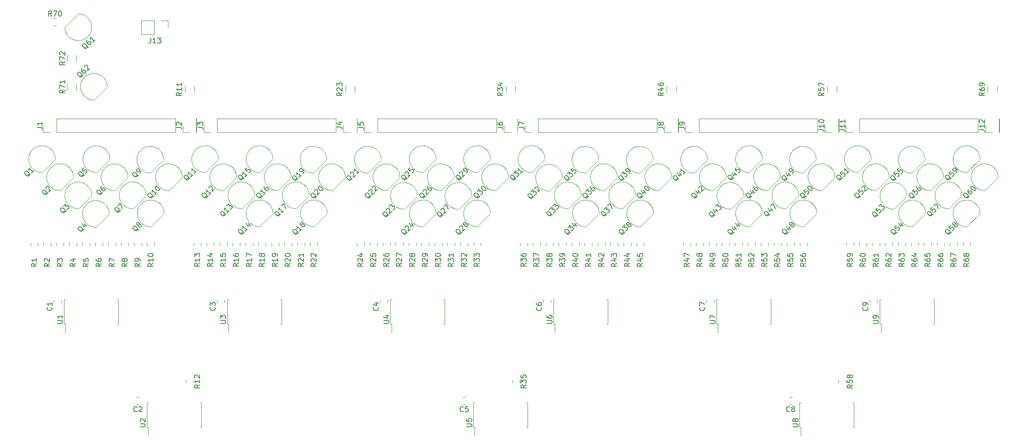
<source format=gto>
G04 #@! TF.GenerationSoftware,KiCad,Pcbnew,5.1.5+dfsg1-2build2*
G04 #@! TF.CreationDate,2021-02-05T14:52:30+01:00*
G04 #@! TF.ProjectId,Nixie clock tubes driver,4e697869-6520-4636-9c6f-636b20747562,rev?*
G04 #@! TF.SameCoordinates,Original*
G04 #@! TF.FileFunction,Legend,Top*
G04 #@! TF.FilePolarity,Positive*
%FSLAX46Y46*%
G04 Gerber Fmt 4.6, Leading zero omitted, Abs format (unit mm)*
G04 Created by KiCad (PCBNEW 5.1.5+dfsg1-2build2) date 2021-02-05 14:52:30*
%MOMM*%
%LPD*%
G04 APERTURE LIST*
%ADD10C,0.120000*%
%ADD11C,0.150000*%
G04 APERTURE END LIST*
D10*
X46535355Y-40580940D02*
X49080939Y-38035356D01*
X46500001Y-40600000D02*
G75*
G02X44661522Y-36161523I-1J2600000D01*
G01*
X49100000Y-37999999D02*
G75*
G03X44661522Y-36161523I-2600000J-1D01*
G01*
X72520000Y-83885000D02*
X72520000Y-85550000D01*
X72240000Y-83885000D02*
X72520000Y-83885000D01*
X72240000Y-81500000D02*
X72240000Y-83885000D01*
X72240000Y-79115000D02*
X72520000Y-79115000D01*
X72240000Y-81500000D02*
X72240000Y-79115000D01*
X82760000Y-83885000D02*
X82480000Y-83885000D01*
X82760000Y-81500000D02*
X82760000Y-83885000D01*
X82760000Y-79115000D02*
X82480000Y-79115000D01*
X82760000Y-81500000D02*
X82760000Y-79115000D01*
X141535355Y-65080940D02*
X144080939Y-62535356D01*
X141500001Y-65100000D02*
G75*
G02X139661522Y-60661523I-1J2600000D01*
G01*
X144100000Y-62499999D02*
G75*
G03X139661522Y-60661523I-2600000J-1D01*
G01*
X166035355Y-58080940D02*
X168580939Y-55535356D01*
X166000001Y-58100000D02*
G75*
G02X164161522Y-53661523I-1J2600000D01*
G01*
X168600000Y-55499999D02*
G75*
G03X164161522Y-53661523I-2600000J-1D01*
G01*
X176535355Y-58080940D02*
X179080939Y-55535356D01*
X176500001Y-58100000D02*
G75*
G02X174661522Y-53661523I-1J2600000D01*
G01*
X179100000Y-55499999D02*
G75*
G03X174661522Y-53661523I-2600000J-1D01*
G01*
X155535355Y-58080940D02*
X158080939Y-55535356D01*
X155500001Y-58100000D02*
G75*
G02X153661522Y-53661523I-1J2600000D01*
G01*
X158100000Y-55499999D02*
G75*
G03X153661522Y-53661523I-2600000J-1D01*
G01*
X151100000Y-58999999D02*
G75*
G03X146661522Y-57161523I-2600000J-1D01*
G01*
X148500001Y-61600000D02*
G75*
G02X146661522Y-57161523I-1J2600000D01*
G01*
X148535355Y-61580940D02*
X151080939Y-59035356D01*
X143998026Y-52101973D02*
G75*
G03X139559548Y-50263497I-2600000J-1D01*
G01*
X141398027Y-54701974D02*
G75*
G02X139559548Y-50263497I-1J2600000D01*
G01*
X141433381Y-54682914D02*
X143978965Y-52137330D01*
X126600000Y-55499999D02*
G75*
G03X122161522Y-53661523I-2600000J-1D01*
G01*
X124000001Y-58100000D02*
G75*
G02X122161522Y-53661523I-1J2600000D01*
G01*
X124035355Y-58080940D02*
X126580939Y-55535356D01*
X91498026Y-52101973D02*
G75*
G03X87059548Y-50263497I-2600000J-1D01*
G01*
X88898027Y-54701974D02*
G75*
G02X87059548Y-50263497I-1J2600000D01*
G01*
X88933381Y-54682914D02*
X91478965Y-52137330D01*
X49498026Y-62601973D02*
G75*
G03X45059548Y-60763497I-2600000J-1D01*
G01*
X46898027Y-65201974D02*
G75*
G02X45059548Y-60763497I-1J2600000D01*
G01*
X46933381Y-65182914D02*
X49478965Y-62637330D01*
X60830000Y-25170000D02*
X60830000Y-26500000D01*
X59500000Y-25170000D02*
X60830000Y-25170000D01*
X58230000Y-25170000D02*
X58230000Y-27830000D01*
X58230000Y-27830000D02*
X55630000Y-27830000D01*
X58230000Y-25170000D02*
X55630000Y-25170000D01*
X55630000Y-25170000D02*
X55630000Y-27830000D01*
X38790000Y-79241422D02*
X38790000Y-79758578D01*
X40210000Y-79241422D02*
X40210000Y-79758578D01*
X55258578Y-99460000D02*
X54741422Y-99460000D01*
X55258578Y-98040000D02*
X54741422Y-98040000D01*
X71710000Y-79241422D02*
X71710000Y-79758578D01*
X70290000Y-79241422D02*
X70290000Y-79758578D01*
X101790000Y-79241422D02*
X101790000Y-79758578D01*
X103210000Y-79241422D02*
X103210000Y-79758578D01*
X118258578Y-98040000D02*
X117741422Y-98040000D01*
X118258578Y-99460000D02*
X117741422Y-99460000D01*
X134710000Y-79241422D02*
X134710000Y-79758578D01*
X133290000Y-79241422D02*
X133290000Y-79758578D01*
X164790000Y-79241422D02*
X164790000Y-79758578D01*
X166210000Y-79241422D02*
X166210000Y-79758578D01*
X181258578Y-99460000D02*
X180741422Y-99460000D01*
X181258578Y-98040000D02*
X180741422Y-98040000D01*
X197710000Y-79241422D02*
X197710000Y-79758578D01*
X196290000Y-79241422D02*
X196290000Y-79758578D01*
X36535355Y-54580940D02*
X39080939Y-52035356D01*
X36500001Y-54600000D02*
G75*
G02X34661522Y-50161523I-1J2600000D01*
G01*
X39100000Y-51999999D02*
G75*
G03X34661522Y-50161523I-2600000J-1D01*
G01*
X42600000Y-55499999D02*
G75*
G03X38161522Y-53661523I-2600000J-1D01*
G01*
X40000001Y-58100000D02*
G75*
G02X38161522Y-53661523I-1J2600000D01*
G01*
X40035355Y-58080940D02*
X42580939Y-55535356D01*
X43535355Y-61580940D02*
X46080939Y-59035356D01*
X43500001Y-61600000D02*
G75*
G02X41661522Y-57161523I-1J2600000D01*
G01*
X46100000Y-58999999D02*
G75*
G03X41661522Y-57161523I-2600000J-1D01*
G01*
X47035355Y-54580940D02*
X49580939Y-52035356D01*
X47000001Y-54600000D02*
G75*
G02X45161522Y-50161523I-1J2600000D01*
G01*
X49600000Y-51999999D02*
G75*
G03X45161522Y-50161523I-2600000J-1D01*
G01*
X53100000Y-55499999D02*
G75*
G03X48661522Y-53661523I-2600000J-1D01*
G01*
X50500001Y-58100000D02*
G75*
G02X48661522Y-53661523I-1J2600000D01*
G01*
X50535355Y-58080940D02*
X53080939Y-55535356D01*
X56600000Y-58999999D02*
G75*
G03X52161522Y-57161523I-2600000J-1D01*
G01*
X54000001Y-61600000D02*
G75*
G02X52161522Y-57161523I-1J2600000D01*
G01*
X54035355Y-61580940D02*
X56580939Y-59035356D01*
X57535355Y-65080940D02*
X60080939Y-62535356D01*
X57500001Y-65100000D02*
G75*
G02X55661522Y-60661523I-1J2600000D01*
G01*
X60100000Y-62499999D02*
G75*
G03X55661522Y-60661523I-2600000J-1D01*
G01*
X59998026Y-52101973D02*
G75*
G03X55559548Y-50263497I-2600000J-1D01*
G01*
X57398027Y-54701974D02*
G75*
G02X55559548Y-50263497I-1J2600000D01*
G01*
X57433381Y-54682914D02*
X59978965Y-52137330D01*
X61035355Y-58080940D02*
X63580939Y-55535356D01*
X61000001Y-58100000D02*
G75*
G02X59161522Y-53661523I-1J2600000D01*
G01*
X63600000Y-55499999D02*
G75*
G03X59161522Y-53661523I-2600000J-1D01*
G01*
X70600000Y-51999999D02*
G75*
G03X66161522Y-50161523I-2600000J-1D01*
G01*
X68000001Y-54600000D02*
G75*
G02X66161522Y-50161523I-1J2600000D01*
G01*
X68035355Y-54580940D02*
X70580939Y-52035356D01*
X71535355Y-58080940D02*
X74080939Y-55535356D01*
X71500001Y-58100000D02*
G75*
G02X69661522Y-53661523I-1J2600000D01*
G01*
X74100000Y-55499999D02*
G75*
G03X69661522Y-53661523I-2600000J-1D01*
G01*
X77600000Y-58999999D02*
G75*
G03X73161522Y-57161523I-2600000J-1D01*
G01*
X75000001Y-61600000D02*
G75*
G02X73161522Y-57161523I-1J2600000D01*
G01*
X75035355Y-61580940D02*
X77580939Y-59035356D01*
X78535355Y-65080940D02*
X81080939Y-62535356D01*
X78500001Y-65100000D02*
G75*
G02X76661522Y-60661523I-1J2600000D01*
G01*
X81100000Y-62499999D02*
G75*
G03X76661522Y-60661523I-2600000J-1D01*
G01*
X81100000Y-51999999D02*
G75*
G03X76661522Y-50161523I-2600000J-1D01*
G01*
X78500001Y-54600000D02*
G75*
G02X76661522Y-50161523I-1J2600000D01*
G01*
X78535355Y-54580940D02*
X81080939Y-52035356D01*
X84600000Y-55499999D02*
G75*
G03X80161522Y-53661523I-2600000J-1D01*
G01*
X82000001Y-58100000D02*
G75*
G02X80161522Y-53661523I-1J2600000D01*
G01*
X82035355Y-58080940D02*
X84580939Y-55535356D01*
X85535355Y-61580940D02*
X88080939Y-59035356D01*
X85500001Y-61600000D02*
G75*
G02X83661522Y-57161523I-1J2600000D01*
G01*
X88100000Y-58999999D02*
G75*
G03X83661522Y-57161523I-2600000J-1D01*
G01*
X89035355Y-65080940D02*
X91580939Y-62535356D01*
X89000001Y-65100000D02*
G75*
G02X87161522Y-60661523I-1J2600000D01*
G01*
X91600000Y-62499999D02*
G75*
G03X87161522Y-60661523I-2600000J-1D01*
G01*
X95100000Y-55499999D02*
G75*
G03X90661522Y-53661523I-2600000J-1D01*
G01*
X92500001Y-58100000D02*
G75*
G02X90661522Y-53661523I-1J2600000D01*
G01*
X92535355Y-58080940D02*
X95080939Y-55535356D01*
X101998026Y-52101973D02*
G75*
G03X97559548Y-50263497I-2600000J-1D01*
G01*
X99398027Y-54701974D02*
G75*
G02X97559548Y-50263497I-1J2600000D01*
G01*
X99433381Y-54682914D02*
X101978965Y-52137330D01*
X103035355Y-58080940D02*
X105580939Y-55535356D01*
X103000001Y-58100000D02*
G75*
G02X101161522Y-53661523I-1J2600000D01*
G01*
X105600000Y-55499999D02*
G75*
G03X101161522Y-53661523I-2600000J-1D01*
G01*
X108998026Y-59101973D02*
G75*
G03X104559548Y-57263497I-2600000J-1D01*
G01*
X106398027Y-61701974D02*
G75*
G02X104559548Y-57263497I-1J2600000D01*
G01*
X106433381Y-61682914D02*
X108978965Y-59137330D01*
X110035355Y-65080940D02*
X112580939Y-62535356D01*
X110000001Y-65100000D02*
G75*
G02X108161522Y-60661523I-1J2600000D01*
G01*
X112600000Y-62499999D02*
G75*
G03X108161522Y-60661523I-2600000J-1D01*
G01*
X110035355Y-54580940D02*
X112580939Y-52035356D01*
X110000001Y-54600000D02*
G75*
G02X108161522Y-50161523I-1J2600000D01*
G01*
X112600000Y-51999999D02*
G75*
G03X108161522Y-50161523I-2600000J-1D01*
G01*
X116100000Y-55499999D02*
G75*
G03X111661522Y-53661523I-2600000J-1D01*
G01*
X113500001Y-58100000D02*
G75*
G02X111661522Y-53661523I-1J2600000D01*
G01*
X113535355Y-58080940D02*
X116080939Y-55535356D01*
X119498026Y-59101973D02*
G75*
G03X115059548Y-57263497I-2600000J-1D01*
G01*
X116898027Y-61701974D02*
G75*
G02X115059548Y-57263497I-1J2600000D01*
G01*
X116933381Y-61682914D02*
X119478965Y-59137330D01*
X123100000Y-62499999D02*
G75*
G03X118661522Y-60661523I-2600000J-1D01*
G01*
X120500001Y-65100000D02*
G75*
G02X118661522Y-60661523I-1J2600000D01*
G01*
X120535355Y-65080940D02*
X123080939Y-62535356D01*
X120535355Y-54580940D02*
X123080939Y-52035356D01*
X120500001Y-54600000D02*
G75*
G02X118661522Y-50161523I-1J2600000D01*
G01*
X123100000Y-51999999D02*
G75*
G03X118661522Y-50161523I-2600000J-1D01*
G01*
X131035355Y-54580940D02*
X133580939Y-52035356D01*
X131000001Y-54600000D02*
G75*
G02X129161522Y-50161523I-1J2600000D01*
G01*
X133600000Y-51999999D02*
G75*
G03X129161522Y-50161523I-2600000J-1D01*
G01*
X136998026Y-55601973D02*
G75*
G03X132559548Y-53763497I-2600000J-1D01*
G01*
X134398027Y-58201974D02*
G75*
G02X132559548Y-53763497I-1J2600000D01*
G01*
X134433381Y-58182914D02*
X136978965Y-55637330D01*
X140600000Y-58999999D02*
G75*
G03X136161522Y-57161523I-2600000J-1D01*
G01*
X138000001Y-61600000D02*
G75*
G02X136161522Y-57161523I-1J2600000D01*
G01*
X138035355Y-61580940D02*
X140580939Y-59035356D01*
X145035355Y-58080940D02*
X147580939Y-55535356D01*
X145000001Y-58100000D02*
G75*
G02X143161522Y-53661523I-1J2600000D01*
G01*
X147600000Y-55499999D02*
G75*
G03X143161522Y-53661523I-2600000J-1D01*
G01*
X152035355Y-65080940D02*
X154580939Y-62535356D01*
X152000001Y-65100000D02*
G75*
G02X150161522Y-60661523I-1J2600000D01*
G01*
X154600000Y-62499999D02*
G75*
G03X150161522Y-60661523I-2600000J-1D01*
G01*
X154498026Y-52101973D02*
G75*
G03X150059548Y-50263497I-2600000J-1D01*
G01*
X151898027Y-54701974D02*
G75*
G02X150059548Y-50263497I-1J2600000D01*
G01*
X151933381Y-54682914D02*
X154478965Y-52137330D01*
X164998026Y-52101973D02*
G75*
G03X160559548Y-50263497I-2600000J-1D01*
G01*
X162398027Y-54701974D02*
G75*
G02X160559548Y-50263497I-1J2600000D01*
G01*
X162433381Y-54682914D02*
X164978965Y-52137330D01*
X171998026Y-59101973D02*
G75*
G03X167559548Y-57263497I-2600000J-1D01*
G01*
X169398027Y-61701974D02*
G75*
G02X167559548Y-57263497I-1J2600000D01*
G01*
X169433381Y-61682914D02*
X171978965Y-59137330D01*
X173035355Y-65080940D02*
X175580939Y-62535356D01*
X173000001Y-65100000D02*
G75*
G02X171161522Y-60661523I-1J2600000D01*
G01*
X175600000Y-62499999D02*
G75*
G03X171161522Y-60661523I-2600000J-1D01*
G01*
X175600000Y-51999999D02*
G75*
G03X171161522Y-50161523I-2600000J-1D01*
G01*
X173000001Y-54600000D02*
G75*
G02X171161522Y-50161523I-1J2600000D01*
G01*
X173035355Y-54580940D02*
X175580939Y-52035356D01*
X180035355Y-61580940D02*
X182580939Y-59035356D01*
X180000001Y-61600000D02*
G75*
G02X178161522Y-57161523I-1J2600000D01*
G01*
X182600000Y-58999999D02*
G75*
G03X178161522Y-57161523I-2600000J-1D01*
G01*
X183535355Y-65080940D02*
X186080939Y-62535356D01*
X183500001Y-65100000D02*
G75*
G02X181661522Y-60661523I-1J2600000D01*
G01*
X186100000Y-62499999D02*
G75*
G03X181661522Y-60661523I-2600000J-1D01*
G01*
X185998026Y-52101973D02*
G75*
G03X181559548Y-50263497I-2600000J-1D01*
G01*
X183398027Y-54701974D02*
G75*
G02X181559548Y-50263497I-1J2600000D01*
G01*
X183433381Y-54682914D02*
X185978965Y-52137330D01*
X187035355Y-58080940D02*
X189580939Y-55535356D01*
X187000001Y-58100000D02*
G75*
G02X185161522Y-53661523I-1J2600000D01*
G01*
X189600000Y-55499999D02*
G75*
G03X185161522Y-53661523I-2600000J-1D01*
G01*
X196600000Y-51999999D02*
G75*
G03X192161522Y-50161523I-2600000J-1D01*
G01*
X194000001Y-54600000D02*
G75*
G02X192161522Y-50161523I-1J2600000D01*
G01*
X194035355Y-54580940D02*
X196580939Y-52035356D01*
X197535355Y-58080940D02*
X200080939Y-55535356D01*
X197500001Y-58100000D02*
G75*
G02X195661522Y-53661523I-1J2600000D01*
G01*
X200100000Y-55499999D02*
G75*
G03X195661522Y-53661523I-2600000J-1D01*
G01*
X203498026Y-59101973D02*
G75*
G03X199059548Y-57263497I-2600000J-1D01*
G01*
X200898027Y-61701974D02*
G75*
G02X199059548Y-57263497I-1J2600000D01*
G01*
X200933381Y-61682914D02*
X203478965Y-59137330D01*
X204535355Y-65080940D02*
X207080939Y-62535356D01*
X204500001Y-65100000D02*
G75*
G02X202661522Y-60661523I-1J2600000D01*
G01*
X207100000Y-62499999D02*
G75*
G03X202661522Y-60661523I-2600000J-1D01*
G01*
X206998026Y-52101973D02*
G75*
G03X202559548Y-50263497I-2600000J-1D01*
G01*
X204398027Y-54701974D02*
G75*
G02X202559548Y-50263497I-1J2600000D01*
G01*
X204433381Y-54682914D02*
X206978965Y-52137330D01*
X208035355Y-58080940D02*
X210580939Y-55535356D01*
X208000001Y-58100000D02*
G75*
G02X206161522Y-53661523I-1J2600000D01*
G01*
X210600000Y-55499999D02*
G75*
G03X206161522Y-53661523I-2600000J-1D01*
G01*
X214100000Y-58999999D02*
G75*
G03X209661522Y-57161523I-2600000J-1D01*
G01*
X211500001Y-61600000D02*
G75*
G02X209661522Y-57161523I-1J2600000D01*
G01*
X211535355Y-61580940D02*
X214080939Y-59035356D01*
X215035355Y-65080940D02*
X217580939Y-62535356D01*
X215000001Y-65100000D02*
G75*
G02X213161522Y-60661523I-1J2600000D01*
G01*
X217600000Y-62499999D02*
G75*
G03X213161522Y-60661523I-2600000J-1D01*
G01*
X217600000Y-51999999D02*
G75*
G03X213161522Y-50161523I-2600000J-1D01*
G01*
X215000001Y-54600000D02*
G75*
G02X213161522Y-50161523I-1J2600000D01*
G01*
X215035355Y-54580940D02*
X217580939Y-52035356D01*
X218535355Y-58080940D02*
X221080939Y-55535356D01*
X218500001Y-58100000D02*
G75*
G02X216661522Y-53661523I-1J2600000D01*
G01*
X221100000Y-55499999D02*
G75*
G03X216661522Y-53661523I-2600000J-1D01*
G01*
X40900000Y-26500001D02*
G75*
G03X45338478Y-28338477I2600000J1D01*
G01*
X43499999Y-23900000D02*
G75*
G02X45338478Y-28338477I1J-2600000D01*
G01*
X43464645Y-23919060D02*
X40919061Y-26464644D01*
X34290000Y-68241422D02*
X34290000Y-68758578D01*
X35710000Y-68241422D02*
X35710000Y-68758578D01*
X38210000Y-68241422D02*
X38210000Y-68758578D01*
X36790000Y-68241422D02*
X36790000Y-68758578D01*
X39290000Y-68241422D02*
X39290000Y-68758578D01*
X40710000Y-68241422D02*
X40710000Y-68758578D01*
X43210000Y-68241422D02*
X43210000Y-68758578D01*
X41790000Y-68241422D02*
X41790000Y-68758578D01*
X44290000Y-68241422D02*
X44290000Y-68758578D01*
X45710000Y-68241422D02*
X45710000Y-68758578D01*
X48210000Y-68241422D02*
X48210000Y-68758578D01*
X46790000Y-68241422D02*
X46790000Y-68758578D01*
X49290000Y-68241422D02*
X49290000Y-68758578D01*
X50710000Y-68241422D02*
X50710000Y-68758578D01*
X53210000Y-68241422D02*
X53210000Y-68758578D01*
X51790000Y-68241422D02*
X51790000Y-68758578D01*
X54290000Y-68241422D02*
X54290000Y-68758578D01*
X55710000Y-68241422D02*
X55710000Y-68758578D01*
X58210000Y-68241422D02*
X58210000Y-68758578D01*
X56790000Y-68241422D02*
X56790000Y-68758578D01*
X64090000Y-37897936D02*
X64090000Y-39102064D01*
X65910000Y-37897936D02*
X65910000Y-39102064D01*
X65710000Y-95258578D02*
X65710000Y-94741422D01*
X64290000Y-95258578D02*
X64290000Y-94741422D01*
X65790000Y-68241422D02*
X65790000Y-68758578D01*
X67210000Y-68241422D02*
X67210000Y-68758578D01*
X69710000Y-68241422D02*
X69710000Y-68758578D01*
X68290000Y-68241422D02*
X68290000Y-68758578D01*
X70790000Y-68241422D02*
X70790000Y-68758578D01*
X72210000Y-68241422D02*
X72210000Y-68758578D01*
X74710000Y-68241422D02*
X74710000Y-68758578D01*
X73290000Y-68241422D02*
X73290000Y-68758578D01*
X75790000Y-68241422D02*
X75790000Y-68758578D01*
X77210000Y-68241422D02*
X77210000Y-68758578D01*
X79710000Y-68241422D02*
X79710000Y-68758578D01*
X78290000Y-68241422D02*
X78290000Y-68758578D01*
X80790000Y-68241422D02*
X80790000Y-68758578D01*
X82210000Y-68241422D02*
X82210000Y-68758578D01*
X84710000Y-68241422D02*
X84710000Y-68758578D01*
X83290000Y-68241422D02*
X83290000Y-68758578D01*
X85790000Y-68241422D02*
X85790000Y-68758578D01*
X87210000Y-68241422D02*
X87210000Y-68758578D01*
X88290000Y-68241422D02*
X88290000Y-68758578D01*
X89710000Y-68241422D02*
X89710000Y-68758578D01*
X96910000Y-37897936D02*
X96910000Y-39102064D01*
X95090000Y-37897936D02*
X95090000Y-39102064D01*
X98710000Y-68241422D02*
X98710000Y-68758578D01*
X97290000Y-68241422D02*
X97290000Y-68758578D01*
X99790000Y-68241422D02*
X99790000Y-68758578D01*
X101210000Y-68241422D02*
X101210000Y-68758578D01*
X103710000Y-68241422D02*
X103710000Y-68758578D01*
X102290000Y-68241422D02*
X102290000Y-68758578D01*
X104790000Y-68241422D02*
X104790000Y-68758578D01*
X106210000Y-68241422D02*
X106210000Y-68758578D01*
X108710000Y-68241422D02*
X108710000Y-68758578D01*
X107290000Y-68241422D02*
X107290000Y-68758578D01*
X111210000Y-68241422D02*
X111210000Y-68758578D01*
X109790000Y-68241422D02*
X109790000Y-68758578D01*
X113710000Y-68241422D02*
X113710000Y-68758578D01*
X112290000Y-68241422D02*
X112290000Y-68758578D01*
X114790000Y-68241422D02*
X114790000Y-68758578D01*
X116210000Y-68241422D02*
X116210000Y-68758578D01*
X118710000Y-68241422D02*
X118710000Y-68758578D01*
X117290000Y-68241422D02*
X117290000Y-68758578D01*
X119790000Y-68241422D02*
X119790000Y-68758578D01*
X121210000Y-68241422D02*
X121210000Y-68758578D01*
X126090000Y-37897936D02*
X126090000Y-39102064D01*
X127910000Y-37897936D02*
X127910000Y-39102064D01*
X127290000Y-95258578D02*
X127290000Y-94741422D01*
X128710000Y-95258578D02*
X128710000Y-94741422D01*
X128790000Y-68241422D02*
X128790000Y-68758578D01*
X130210000Y-68241422D02*
X130210000Y-68758578D01*
X132710000Y-68241422D02*
X132710000Y-68758578D01*
X131290000Y-68241422D02*
X131290000Y-68758578D01*
X133790000Y-68241422D02*
X133790000Y-68758578D01*
X135210000Y-68241422D02*
X135210000Y-68758578D01*
X136290000Y-68241422D02*
X136290000Y-68758578D01*
X137710000Y-68241422D02*
X137710000Y-68758578D01*
X140210000Y-68241422D02*
X140210000Y-68758578D01*
X138790000Y-68241422D02*
X138790000Y-68758578D01*
X141290000Y-68241422D02*
X141290000Y-68758578D01*
X142710000Y-68241422D02*
X142710000Y-68758578D01*
X145210000Y-68241422D02*
X145210000Y-68758578D01*
X143790000Y-68241422D02*
X143790000Y-68758578D01*
X146290000Y-68241422D02*
X146290000Y-68758578D01*
X147710000Y-68241422D02*
X147710000Y-68758578D01*
X150210000Y-68241422D02*
X150210000Y-68758578D01*
X148790000Y-68241422D02*
X148790000Y-68758578D01*
X151290000Y-68241422D02*
X151290000Y-68758578D01*
X152710000Y-68241422D02*
X152710000Y-68758578D01*
X158910000Y-37897936D02*
X158910000Y-39102064D01*
X157090000Y-37897936D02*
X157090000Y-39102064D01*
X161710000Y-68241422D02*
X161710000Y-68758578D01*
X160290000Y-68241422D02*
X160290000Y-68758578D01*
X162790000Y-68241422D02*
X162790000Y-68758578D01*
X164210000Y-68241422D02*
X164210000Y-68758578D01*
X166710000Y-68241422D02*
X166710000Y-68758578D01*
X165290000Y-68241422D02*
X165290000Y-68758578D01*
X167790000Y-68241422D02*
X167790000Y-68758578D01*
X169210000Y-68241422D02*
X169210000Y-68758578D01*
X171710000Y-68241422D02*
X171710000Y-68758578D01*
X170290000Y-68241422D02*
X170290000Y-68758578D01*
X172790000Y-68241422D02*
X172790000Y-68758578D01*
X174210000Y-68241422D02*
X174210000Y-68758578D01*
X176710000Y-68241422D02*
X176710000Y-68758578D01*
X175290000Y-68241422D02*
X175290000Y-68758578D01*
X177790000Y-68241422D02*
X177790000Y-68758578D01*
X179210000Y-68241422D02*
X179210000Y-68758578D01*
X181710000Y-68241422D02*
X181710000Y-68758578D01*
X180290000Y-68241422D02*
X180290000Y-68758578D01*
X182790000Y-68241422D02*
X182790000Y-68758578D01*
X184210000Y-68241422D02*
X184210000Y-68758578D01*
X188090000Y-37897936D02*
X188090000Y-39102064D01*
X189910000Y-37897936D02*
X189910000Y-39102064D01*
X190290000Y-95258578D02*
X190290000Y-94741422D01*
X191710000Y-95258578D02*
X191710000Y-94741422D01*
X193210000Y-68241422D02*
X193210000Y-68758578D01*
X191790000Y-68241422D02*
X191790000Y-68758578D01*
X194290000Y-68241422D02*
X194290000Y-68758578D01*
X195710000Y-68241422D02*
X195710000Y-68758578D01*
X198210000Y-68241422D02*
X198210000Y-68758578D01*
X196790000Y-68241422D02*
X196790000Y-68758578D01*
X199290000Y-68241422D02*
X199290000Y-68758578D01*
X200710000Y-68241422D02*
X200710000Y-68758578D01*
X203210000Y-68241422D02*
X203210000Y-68758578D01*
X201790000Y-68241422D02*
X201790000Y-68758578D01*
X204290000Y-68241422D02*
X204290000Y-68758578D01*
X205710000Y-68241422D02*
X205710000Y-68758578D01*
X208210000Y-68241422D02*
X208210000Y-68758578D01*
X206790000Y-68241422D02*
X206790000Y-68758578D01*
X209290000Y-68241422D02*
X209290000Y-68758578D01*
X210710000Y-68241422D02*
X210710000Y-68758578D01*
X213210000Y-68241422D02*
X213210000Y-68758578D01*
X211790000Y-68241422D02*
X211790000Y-68758578D01*
X214290000Y-68241422D02*
X214290000Y-68758578D01*
X215710000Y-68241422D02*
X215710000Y-68758578D01*
X220910000Y-37897936D02*
X220910000Y-39102064D01*
X219090000Y-37897936D02*
X219090000Y-39102064D01*
X39258578Y-26210000D02*
X38741422Y-26210000D01*
X39258578Y-24790000D02*
X38741422Y-24790000D01*
X41340000Y-38602064D02*
X41340000Y-37397936D01*
X43160000Y-38602064D02*
X43160000Y-37397936D01*
X43160000Y-33102064D02*
X43160000Y-31897936D01*
X41340000Y-33102064D02*
X41340000Y-31897936D01*
X62240000Y-46830000D02*
X62240000Y-44170000D01*
X39320000Y-46830000D02*
X62240000Y-46830000D01*
X39320000Y-44170000D02*
X62240000Y-44170000D01*
X39320000Y-46830000D02*
X39320000Y-44170000D01*
X38050000Y-46830000D02*
X36720000Y-46830000D01*
X36720000Y-46830000D02*
X36720000Y-45500000D01*
X63670000Y-46830000D02*
X63670000Y-45500000D01*
X65000000Y-46830000D02*
X63670000Y-46830000D01*
X66270000Y-46830000D02*
X66270000Y-44170000D01*
X66270000Y-44170000D02*
X66330000Y-44170000D01*
X66270000Y-46830000D02*
X66330000Y-46830000D01*
X66330000Y-46830000D02*
X66330000Y-44170000D01*
X67740000Y-46830000D02*
X67740000Y-45500000D01*
X69070000Y-46830000D02*
X67740000Y-46830000D01*
X70340000Y-46830000D02*
X70340000Y-44170000D01*
X70340000Y-44170000D02*
X93260000Y-44170000D01*
X70340000Y-46830000D02*
X93260000Y-46830000D01*
X93260000Y-46830000D02*
X93260000Y-44170000D01*
X97330000Y-46780000D02*
X97330000Y-44120000D01*
X97270000Y-46780000D02*
X97330000Y-46780000D01*
X97270000Y-44120000D02*
X97330000Y-44120000D01*
X97270000Y-46780000D02*
X97270000Y-44120000D01*
X96000000Y-46780000D02*
X94670000Y-46780000D01*
X94670000Y-46780000D02*
X94670000Y-45450000D01*
X98720000Y-46830000D02*
X98720000Y-45500000D01*
X100050000Y-46830000D02*
X98720000Y-46830000D01*
X101320000Y-46830000D02*
X101320000Y-44170000D01*
X101320000Y-44170000D02*
X124240000Y-44170000D01*
X101320000Y-46830000D02*
X124240000Y-46830000D01*
X124240000Y-46830000D02*
X124240000Y-44170000D01*
X125670000Y-46830000D02*
X125670000Y-45500000D01*
X127000000Y-46830000D02*
X125670000Y-46830000D01*
X128270000Y-46830000D02*
X128270000Y-44170000D01*
X128270000Y-44170000D02*
X128330000Y-44170000D01*
X128270000Y-46830000D02*
X128330000Y-46830000D01*
X128330000Y-46830000D02*
X128330000Y-44170000D01*
X155240000Y-46830000D02*
X155240000Y-44170000D01*
X132320000Y-46830000D02*
X155240000Y-46830000D01*
X132320000Y-44170000D02*
X155240000Y-44170000D01*
X132320000Y-46830000D02*
X132320000Y-44170000D01*
X131050000Y-46830000D02*
X129720000Y-46830000D01*
X129720000Y-46830000D02*
X129720000Y-45500000D01*
X159330000Y-46830000D02*
X159330000Y-44170000D01*
X159270000Y-46830000D02*
X159330000Y-46830000D01*
X159270000Y-44170000D02*
X159330000Y-44170000D01*
X159270000Y-46830000D02*
X159270000Y-44170000D01*
X158000000Y-46830000D02*
X156670000Y-46830000D01*
X156670000Y-46830000D02*
X156670000Y-45500000D01*
X160720000Y-46830000D02*
X160720000Y-45500000D01*
X162050000Y-46830000D02*
X160720000Y-46830000D01*
X163320000Y-46830000D02*
X163320000Y-44170000D01*
X163320000Y-44170000D02*
X186240000Y-44170000D01*
X163320000Y-46830000D02*
X186240000Y-46830000D01*
X186240000Y-46830000D02*
X186240000Y-44170000D01*
X190330000Y-46830000D02*
X190330000Y-44170000D01*
X190270000Y-46830000D02*
X190330000Y-46830000D01*
X190270000Y-44170000D02*
X190330000Y-44170000D01*
X190270000Y-46830000D02*
X190270000Y-44170000D01*
X189000000Y-46830000D02*
X187670000Y-46830000D01*
X187670000Y-46830000D02*
X187670000Y-45500000D01*
X217240000Y-46830000D02*
X217240000Y-44170000D01*
X194320000Y-46830000D02*
X217240000Y-46830000D01*
X194320000Y-44170000D02*
X217240000Y-44170000D01*
X194320000Y-46830000D02*
X194320000Y-44170000D01*
X193050000Y-46830000D02*
X191720000Y-46830000D01*
X191720000Y-46830000D02*
X191720000Y-45500000D01*
X218670000Y-46830000D02*
X218670000Y-45500000D01*
X220000000Y-46830000D02*
X218670000Y-46830000D01*
X221270000Y-46830000D02*
X221270000Y-44170000D01*
X221270000Y-44170000D02*
X221330000Y-44170000D01*
X221270000Y-46830000D02*
X221330000Y-46830000D01*
X221330000Y-46830000D02*
X221330000Y-44170000D01*
X51260000Y-81500000D02*
X51260000Y-79115000D01*
X51260000Y-79115000D02*
X50980000Y-79115000D01*
X51260000Y-81500000D02*
X51260000Y-83885000D01*
X51260000Y-83885000D02*
X50980000Y-83885000D01*
X40740000Y-81500000D02*
X40740000Y-79115000D01*
X40740000Y-79115000D02*
X41020000Y-79115000D01*
X40740000Y-81500000D02*
X40740000Y-83885000D01*
X40740000Y-83885000D02*
X41020000Y-83885000D01*
X41020000Y-83885000D02*
X41020000Y-85550000D01*
X104020000Y-83885000D02*
X104020000Y-85550000D01*
X103740000Y-83885000D02*
X104020000Y-83885000D01*
X103740000Y-81500000D02*
X103740000Y-83885000D01*
X103740000Y-79115000D02*
X104020000Y-79115000D01*
X103740000Y-81500000D02*
X103740000Y-79115000D01*
X114260000Y-83885000D02*
X113980000Y-83885000D01*
X114260000Y-81500000D02*
X114260000Y-83885000D01*
X114260000Y-79115000D02*
X113980000Y-79115000D01*
X114260000Y-81500000D02*
X114260000Y-79115000D01*
X145760000Y-81500000D02*
X145760000Y-79115000D01*
X145760000Y-79115000D02*
X145480000Y-79115000D01*
X145760000Y-81500000D02*
X145760000Y-83885000D01*
X145760000Y-83885000D02*
X145480000Y-83885000D01*
X135240000Y-81500000D02*
X135240000Y-79115000D01*
X135240000Y-79115000D02*
X135520000Y-79115000D01*
X135240000Y-81500000D02*
X135240000Y-83885000D01*
X135240000Y-83885000D02*
X135520000Y-83885000D01*
X135520000Y-83885000D02*
X135520000Y-85550000D01*
X177260000Y-81500000D02*
X177260000Y-79115000D01*
X177260000Y-79115000D02*
X176980000Y-79115000D01*
X177260000Y-81500000D02*
X177260000Y-83885000D01*
X177260000Y-83885000D02*
X176980000Y-83885000D01*
X166740000Y-81500000D02*
X166740000Y-79115000D01*
X166740000Y-79115000D02*
X167020000Y-79115000D01*
X166740000Y-81500000D02*
X166740000Y-83885000D01*
X166740000Y-83885000D02*
X167020000Y-83885000D01*
X167020000Y-83885000D02*
X167020000Y-85550000D01*
X198520000Y-83885000D02*
X198520000Y-85550000D01*
X198240000Y-83885000D02*
X198520000Y-83885000D01*
X198240000Y-81500000D02*
X198240000Y-83885000D01*
X198240000Y-79115000D02*
X198520000Y-79115000D01*
X198240000Y-81500000D02*
X198240000Y-79115000D01*
X208760000Y-83885000D02*
X208480000Y-83885000D01*
X208760000Y-81500000D02*
X208760000Y-83885000D01*
X208760000Y-79115000D02*
X208480000Y-79115000D01*
X208760000Y-81500000D02*
X208760000Y-79115000D01*
X67260000Y-101500000D02*
X67260000Y-99115000D01*
X67260000Y-99115000D02*
X66980000Y-99115000D01*
X67260000Y-101500000D02*
X67260000Y-103885000D01*
X67260000Y-103885000D02*
X66980000Y-103885000D01*
X56740000Y-101500000D02*
X56740000Y-99115000D01*
X56740000Y-99115000D02*
X57020000Y-99115000D01*
X56740000Y-101500000D02*
X56740000Y-103885000D01*
X56740000Y-103885000D02*
X57020000Y-103885000D01*
X57020000Y-103885000D02*
X57020000Y-105550000D01*
X130260000Y-101500000D02*
X130260000Y-99115000D01*
X130260000Y-99115000D02*
X129980000Y-99115000D01*
X130260000Y-101500000D02*
X130260000Y-103885000D01*
X130260000Y-103885000D02*
X129980000Y-103885000D01*
X119740000Y-101500000D02*
X119740000Y-99115000D01*
X119740000Y-99115000D02*
X120020000Y-99115000D01*
X119740000Y-101500000D02*
X119740000Y-103885000D01*
X119740000Y-103885000D02*
X120020000Y-103885000D01*
X120020000Y-103885000D02*
X120020000Y-105550000D01*
X183020000Y-103885000D02*
X183020000Y-105550000D01*
X182740000Y-103885000D02*
X183020000Y-103885000D01*
X182740000Y-101500000D02*
X182740000Y-103885000D01*
X182740000Y-99115000D02*
X183020000Y-99115000D01*
X182740000Y-101500000D02*
X182740000Y-99115000D01*
X193260000Y-103885000D02*
X192980000Y-103885000D01*
X193260000Y-101500000D02*
X193260000Y-103885000D01*
X193260000Y-99115000D02*
X192980000Y-99115000D01*
X193260000Y-101500000D02*
X193260000Y-99115000D01*
D11*
X44483164Y-35791286D02*
X44382148Y-35824957D01*
X44247461Y-35824957D01*
X44045431Y-35824957D01*
X43944416Y-35858629D01*
X43877072Y-35925973D01*
X44079103Y-36060660D02*
X43978087Y-36094331D01*
X43843400Y-36094331D01*
X43675042Y-35993316D01*
X43439339Y-35757614D01*
X43338324Y-35589255D01*
X43338324Y-35454568D01*
X43371996Y-35353553D01*
X43506683Y-35218866D01*
X43607698Y-35185194D01*
X43742385Y-35185194D01*
X43910744Y-35286209D01*
X44146446Y-35521912D01*
X44247461Y-35690270D01*
X44247461Y-35824957D01*
X44213790Y-35925973D01*
X44079103Y-36060660D01*
X44281133Y-34444416D02*
X44146446Y-34579103D01*
X44112774Y-34680118D01*
X44112774Y-34747461D01*
X44146446Y-34915820D01*
X44247461Y-35084179D01*
X44516835Y-35353553D01*
X44617851Y-35387225D01*
X44685194Y-35387225D01*
X44786209Y-35353553D01*
X44920896Y-35218866D01*
X44954568Y-35117851D01*
X44954568Y-35050507D01*
X44920896Y-34949492D01*
X44752538Y-34781133D01*
X44651522Y-34747461D01*
X44584179Y-34747461D01*
X44483164Y-34781133D01*
X44348477Y-34915820D01*
X44314805Y-35016835D01*
X44314805Y-35084179D01*
X44348477Y-35185194D01*
X44685194Y-34175042D02*
X44685194Y-34107698D01*
X44718866Y-34006683D01*
X44887225Y-33838324D01*
X44988240Y-33804652D01*
X45055583Y-33804652D01*
X45156599Y-33838324D01*
X45223942Y-33905668D01*
X45291286Y-34040355D01*
X45291286Y-34848477D01*
X45729018Y-34410744D01*
X70952380Y-83761904D02*
X71761904Y-83761904D01*
X71857142Y-83714285D01*
X71904761Y-83666666D01*
X71952380Y-83571428D01*
X71952380Y-83380952D01*
X71904761Y-83285714D01*
X71857142Y-83238095D01*
X71761904Y-83190476D01*
X70952380Y-83190476D01*
X70952380Y-82809523D02*
X70952380Y-82190476D01*
X71333333Y-82523809D01*
X71333333Y-82380952D01*
X71380952Y-82285714D01*
X71428571Y-82238095D01*
X71523809Y-82190476D01*
X71761904Y-82190476D01*
X71857142Y-82238095D01*
X71904761Y-82285714D01*
X71952380Y-82380952D01*
X71952380Y-82666666D01*
X71904761Y-82761904D01*
X71857142Y-82809523D01*
X138583164Y-66191286D02*
X138482148Y-66224957D01*
X138347461Y-66224957D01*
X138145431Y-66224957D01*
X138044416Y-66258629D01*
X137977072Y-66325973D01*
X138179103Y-66460660D02*
X138078087Y-66494331D01*
X137943400Y-66494331D01*
X137775042Y-66393316D01*
X137539339Y-66157614D01*
X137438324Y-65989255D01*
X137438324Y-65854568D01*
X137471996Y-65753553D01*
X137606683Y-65618866D01*
X137707698Y-65585194D01*
X137842385Y-65585194D01*
X138010744Y-65686209D01*
X138246446Y-65921912D01*
X138347461Y-66090270D01*
X138347461Y-66224957D01*
X138313790Y-66325973D01*
X138179103Y-66460660D01*
X138010744Y-65214805D02*
X138448477Y-64777072D01*
X138482148Y-65282148D01*
X138583164Y-65181133D01*
X138684179Y-65147461D01*
X138751522Y-65147461D01*
X138852538Y-65181133D01*
X139020896Y-65349492D01*
X139054568Y-65450507D01*
X139054568Y-65517851D01*
X139020896Y-65618866D01*
X138818866Y-65820896D01*
X138717851Y-65854568D01*
X138650507Y-65854568D01*
X139290270Y-64406683D02*
X139761675Y-64878087D01*
X138852538Y-64305668D02*
X139189255Y-64979103D01*
X139626988Y-64541370D01*
X163083164Y-59191286D02*
X162982148Y-59224957D01*
X162847461Y-59224957D01*
X162645431Y-59224957D01*
X162544416Y-59258629D01*
X162477072Y-59325973D01*
X162679103Y-59460660D02*
X162578087Y-59494331D01*
X162443400Y-59494331D01*
X162275042Y-59393316D01*
X162039339Y-59157614D01*
X161938324Y-58989255D01*
X161938324Y-58854568D01*
X161971996Y-58753553D01*
X162106683Y-58618866D01*
X162207698Y-58585194D01*
X162342385Y-58585194D01*
X162510744Y-58686209D01*
X162746446Y-58921912D01*
X162847461Y-59090270D01*
X162847461Y-59224957D01*
X162813790Y-59325973D01*
X162679103Y-59460660D01*
X163116835Y-58080118D02*
X163588240Y-58551522D01*
X162679103Y-57979103D02*
X163015820Y-58652538D01*
X163453553Y-58214805D01*
X163285194Y-57575042D02*
X163285194Y-57507698D01*
X163318866Y-57406683D01*
X163487225Y-57238324D01*
X163588240Y-57204652D01*
X163655583Y-57204652D01*
X163756599Y-57238324D01*
X163823942Y-57305668D01*
X163891286Y-57440355D01*
X163891286Y-58248477D01*
X164329018Y-57810744D01*
X173583164Y-59191286D02*
X173482148Y-59224957D01*
X173347461Y-59224957D01*
X173145431Y-59224957D01*
X173044416Y-59258629D01*
X172977072Y-59325973D01*
X173179103Y-59460660D02*
X173078087Y-59494331D01*
X172943400Y-59494331D01*
X172775042Y-59393316D01*
X172539339Y-59157614D01*
X172438324Y-58989255D01*
X172438324Y-58854568D01*
X172471996Y-58753553D01*
X172606683Y-58618866D01*
X172707698Y-58585194D01*
X172842385Y-58585194D01*
X173010744Y-58686209D01*
X173246446Y-58921912D01*
X173347461Y-59090270D01*
X173347461Y-59224957D01*
X173313790Y-59325973D01*
X173179103Y-59460660D01*
X173616835Y-58080118D02*
X174088240Y-58551522D01*
X173179103Y-57979103D02*
X173515820Y-58652538D01*
X173953553Y-58214805D01*
X174054568Y-57170981D02*
X173919881Y-57305668D01*
X173886209Y-57406683D01*
X173886209Y-57474026D01*
X173919881Y-57642385D01*
X174020896Y-57810744D01*
X174290270Y-58080118D01*
X174391286Y-58113790D01*
X174458629Y-58113790D01*
X174559644Y-58080118D01*
X174694331Y-57945431D01*
X174728003Y-57844416D01*
X174728003Y-57777072D01*
X174694331Y-57676057D01*
X174525973Y-57507698D01*
X174424957Y-57474026D01*
X174357614Y-57474026D01*
X174256599Y-57507698D01*
X174121912Y-57642385D01*
X174088240Y-57743400D01*
X174088240Y-57810744D01*
X174121912Y-57911759D01*
X152583164Y-59191286D02*
X152482148Y-59224957D01*
X152347461Y-59224957D01*
X152145431Y-59224957D01*
X152044416Y-59258629D01*
X151977072Y-59325973D01*
X152179103Y-59460660D02*
X152078087Y-59494331D01*
X151943400Y-59494331D01*
X151775042Y-59393316D01*
X151539339Y-59157614D01*
X151438324Y-58989255D01*
X151438324Y-58854568D01*
X151471996Y-58753553D01*
X151606683Y-58618866D01*
X151707698Y-58585194D01*
X151842385Y-58585194D01*
X152010744Y-58686209D01*
X152246446Y-58921912D01*
X152347461Y-59090270D01*
X152347461Y-59224957D01*
X152313790Y-59325973D01*
X152179103Y-59460660D01*
X152616835Y-58080118D02*
X153088240Y-58551522D01*
X152179103Y-57979103D02*
X152515820Y-58652538D01*
X152953553Y-58214805D01*
X152886209Y-57339339D02*
X152953553Y-57271996D01*
X153054568Y-57238324D01*
X153121912Y-57238324D01*
X153222927Y-57271996D01*
X153391286Y-57373011D01*
X153559644Y-57541370D01*
X153660660Y-57709729D01*
X153694331Y-57810744D01*
X153694331Y-57878087D01*
X153660660Y-57979103D01*
X153593316Y-58046446D01*
X153492301Y-58080118D01*
X153424957Y-58080118D01*
X153323942Y-58046446D01*
X153155583Y-57945431D01*
X152987225Y-57777072D01*
X152886209Y-57608713D01*
X152852538Y-57507698D01*
X152852538Y-57440355D01*
X152886209Y-57339339D01*
X145583164Y-62691286D02*
X145482148Y-62724957D01*
X145347461Y-62724957D01*
X145145431Y-62724957D01*
X145044416Y-62758629D01*
X144977072Y-62825973D01*
X145179103Y-62960660D02*
X145078087Y-62994331D01*
X144943400Y-62994331D01*
X144775042Y-62893316D01*
X144539339Y-62657614D01*
X144438324Y-62489255D01*
X144438324Y-62354568D01*
X144471996Y-62253553D01*
X144606683Y-62118866D01*
X144707698Y-62085194D01*
X144842385Y-62085194D01*
X145010744Y-62186209D01*
X145246446Y-62421912D01*
X145347461Y-62590270D01*
X145347461Y-62724957D01*
X145313790Y-62825973D01*
X145179103Y-62960660D01*
X145010744Y-61714805D02*
X145448477Y-61277072D01*
X145482148Y-61782148D01*
X145583164Y-61681133D01*
X145684179Y-61647461D01*
X145751522Y-61647461D01*
X145852538Y-61681133D01*
X146020896Y-61849492D01*
X146054568Y-61950507D01*
X146054568Y-62017851D01*
X146020896Y-62118866D01*
X145818866Y-62320896D01*
X145717851Y-62354568D01*
X145650507Y-62354568D01*
X145684179Y-61041370D02*
X146155583Y-60569965D01*
X146559644Y-61580118D01*
X138483164Y-55791286D02*
X138382148Y-55824957D01*
X138247461Y-55824957D01*
X138045431Y-55824957D01*
X137944416Y-55858629D01*
X137877072Y-55925973D01*
X138079103Y-56060660D02*
X137978087Y-56094331D01*
X137843400Y-56094331D01*
X137675042Y-55993316D01*
X137439339Y-55757614D01*
X137338324Y-55589255D01*
X137338324Y-55454568D01*
X137371996Y-55353553D01*
X137506683Y-55218866D01*
X137607698Y-55185194D01*
X137742385Y-55185194D01*
X137910744Y-55286209D01*
X138146446Y-55521912D01*
X138247461Y-55690270D01*
X138247461Y-55824957D01*
X138213790Y-55925973D01*
X138079103Y-56060660D01*
X137910744Y-54814805D02*
X138348477Y-54377072D01*
X138382148Y-54882148D01*
X138483164Y-54781133D01*
X138584179Y-54747461D01*
X138651522Y-54747461D01*
X138752538Y-54781133D01*
X138920896Y-54949492D01*
X138954568Y-55050507D01*
X138954568Y-55117851D01*
X138920896Y-55218866D01*
X138718866Y-55420896D01*
X138617851Y-55454568D01*
X138550507Y-55454568D01*
X138988240Y-53737309D02*
X138651522Y-54074026D01*
X138954568Y-54444416D01*
X138954568Y-54377072D01*
X138988240Y-54276057D01*
X139156599Y-54107698D01*
X139257614Y-54074026D01*
X139324957Y-54074026D01*
X139425973Y-54107698D01*
X139594331Y-54276057D01*
X139628003Y-54377072D01*
X139628003Y-54444416D01*
X139594331Y-54545431D01*
X139425973Y-54713790D01*
X139324957Y-54747461D01*
X139257614Y-54747461D01*
X121083164Y-59191286D02*
X120982148Y-59224957D01*
X120847461Y-59224957D01*
X120645431Y-59224957D01*
X120544416Y-59258629D01*
X120477072Y-59325973D01*
X120679103Y-59460660D02*
X120578087Y-59494331D01*
X120443400Y-59494331D01*
X120275042Y-59393316D01*
X120039339Y-59157614D01*
X119938324Y-58989255D01*
X119938324Y-58854568D01*
X119971996Y-58753553D01*
X120106683Y-58618866D01*
X120207698Y-58585194D01*
X120342385Y-58585194D01*
X120510744Y-58686209D01*
X120746446Y-58921912D01*
X120847461Y-59090270D01*
X120847461Y-59224957D01*
X120813790Y-59325973D01*
X120679103Y-59460660D01*
X120510744Y-58214805D02*
X120948477Y-57777072D01*
X120982148Y-58282148D01*
X121083164Y-58181133D01*
X121184179Y-58147461D01*
X121251522Y-58147461D01*
X121352538Y-58181133D01*
X121520896Y-58349492D01*
X121554568Y-58450507D01*
X121554568Y-58517851D01*
X121520896Y-58618866D01*
X121318866Y-58820896D01*
X121217851Y-58854568D01*
X121150507Y-58854568D01*
X121386209Y-57339339D02*
X121453553Y-57271996D01*
X121554568Y-57238324D01*
X121621912Y-57238324D01*
X121722927Y-57271996D01*
X121891286Y-57373011D01*
X122059644Y-57541370D01*
X122160660Y-57709729D01*
X122194331Y-57810744D01*
X122194331Y-57878087D01*
X122160660Y-57979103D01*
X122093316Y-58046446D01*
X121992301Y-58080118D01*
X121924957Y-58080118D01*
X121823942Y-58046446D01*
X121655583Y-57945431D01*
X121487225Y-57777072D01*
X121386209Y-57608713D01*
X121352538Y-57507698D01*
X121352538Y-57440355D01*
X121386209Y-57339339D01*
X85983164Y-55791286D02*
X85882148Y-55824957D01*
X85747461Y-55824957D01*
X85545431Y-55824957D01*
X85444416Y-55858629D01*
X85377072Y-55925973D01*
X85579103Y-56060660D02*
X85478087Y-56094331D01*
X85343400Y-56094331D01*
X85175042Y-55993316D01*
X84939339Y-55757614D01*
X84838324Y-55589255D01*
X84838324Y-55454568D01*
X84871996Y-55353553D01*
X85006683Y-55218866D01*
X85107698Y-55185194D01*
X85242385Y-55185194D01*
X85410744Y-55286209D01*
X85646446Y-55521912D01*
X85747461Y-55690270D01*
X85747461Y-55824957D01*
X85713790Y-55925973D01*
X85579103Y-56060660D01*
X86555583Y-55084179D02*
X86151522Y-55488240D01*
X86353553Y-55286209D02*
X85646446Y-54579103D01*
X85680118Y-54747461D01*
X85680118Y-54882148D01*
X85646446Y-54983164D01*
X86892301Y-54747461D02*
X87026988Y-54612774D01*
X87060660Y-54511759D01*
X87060660Y-54444416D01*
X87026988Y-54276057D01*
X86925973Y-54107698D01*
X86656599Y-53838324D01*
X86555583Y-53804652D01*
X86488240Y-53804652D01*
X86387225Y-53838324D01*
X86252538Y-53973011D01*
X86218866Y-54074026D01*
X86218866Y-54141370D01*
X86252538Y-54242385D01*
X86420896Y-54410744D01*
X86521912Y-54444416D01*
X86589255Y-54444416D01*
X86690270Y-54410744D01*
X86824957Y-54276057D01*
X86858629Y-54175042D01*
X86858629Y-54107698D01*
X86824957Y-54006683D01*
X44619881Y-65654568D02*
X44518866Y-65688240D01*
X44384179Y-65688240D01*
X44182148Y-65688240D01*
X44081133Y-65721912D01*
X44013790Y-65789255D01*
X44215820Y-65923942D02*
X44114805Y-65957614D01*
X43980118Y-65957614D01*
X43811759Y-65856599D01*
X43576057Y-65620896D01*
X43475042Y-65452538D01*
X43475042Y-65317851D01*
X43508713Y-65216835D01*
X43643400Y-65082148D01*
X43744416Y-65048477D01*
X43879103Y-65048477D01*
X44047461Y-65149492D01*
X44283164Y-65385194D01*
X44384179Y-65553553D01*
X44384179Y-65688240D01*
X44350507Y-65789255D01*
X44215820Y-65923942D01*
X44653553Y-64543400D02*
X45124957Y-65014805D01*
X44215820Y-64442385D02*
X44552538Y-65115820D01*
X44990270Y-64678087D01*
X57490476Y-28552380D02*
X57490476Y-29266666D01*
X57442857Y-29409523D01*
X57347619Y-29504761D01*
X57204761Y-29552380D01*
X57109523Y-29552380D01*
X58490476Y-29552380D02*
X57919047Y-29552380D01*
X58204761Y-29552380D02*
X58204761Y-28552380D01*
X58109523Y-28695238D01*
X58014285Y-28790476D01*
X57919047Y-28838095D01*
X58823809Y-28552380D02*
X59442857Y-28552380D01*
X59109523Y-28933333D01*
X59252380Y-28933333D01*
X59347619Y-28980952D01*
X59395238Y-29028571D01*
X59442857Y-29123809D01*
X59442857Y-29361904D01*
X59395238Y-29457142D01*
X59347619Y-29504761D01*
X59252380Y-29552380D01*
X58966666Y-29552380D01*
X58871428Y-29504761D01*
X58823809Y-29457142D01*
X38357142Y-80666666D02*
X38404761Y-80714285D01*
X38452380Y-80857142D01*
X38452380Y-80952380D01*
X38404761Y-81095238D01*
X38309523Y-81190476D01*
X38214285Y-81238095D01*
X38023809Y-81285714D01*
X37880952Y-81285714D01*
X37690476Y-81238095D01*
X37595238Y-81190476D01*
X37500000Y-81095238D01*
X37452380Y-80952380D01*
X37452380Y-80857142D01*
X37500000Y-80714285D01*
X37547619Y-80666666D01*
X38452380Y-79714285D02*
X38452380Y-80285714D01*
X38452380Y-80000000D02*
X37452380Y-80000000D01*
X37595238Y-80095238D01*
X37690476Y-80190476D01*
X37738095Y-80285714D01*
X54833333Y-100757142D02*
X54785714Y-100804761D01*
X54642857Y-100852380D01*
X54547619Y-100852380D01*
X54404761Y-100804761D01*
X54309523Y-100709523D01*
X54261904Y-100614285D01*
X54214285Y-100423809D01*
X54214285Y-100280952D01*
X54261904Y-100090476D01*
X54309523Y-99995238D01*
X54404761Y-99900000D01*
X54547619Y-99852380D01*
X54642857Y-99852380D01*
X54785714Y-99900000D01*
X54833333Y-99947619D01*
X55214285Y-99947619D02*
X55261904Y-99900000D01*
X55357142Y-99852380D01*
X55595238Y-99852380D01*
X55690476Y-99900000D01*
X55738095Y-99947619D01*
X55785714Y-100042857D01*
X55785714Y-100138095D01*
X55738095Y-100280952D01*
X55166666Y-100852380D01*
X55785714Y-100852380D01*
X69857142Y-80666666D02*
X69904761Y-80714285D01*
X69952380Y-80857142D01*
X69952380Y-80952380D01*
X69904761Y-81095238D01*
X69809523Y-81190476D01*
X69714285Y-81238095D01*
X69523809Y-81285714D01*
X69380952Y-81285714D01*
X69190476Y-81238095D01*
X69095238Y-81190476D01*
X69000000Y-81095238D01*
X68952380Y-80952380D01*
X68952380Y-80857142D01*
X69000000Y-80714285D01*
X69047619Y-80666666D01*
X68952380Y-80333333D02*
X68952380Y-79714285D01*
X69333333Y-80047619D01*
X69333333Y-79904761D01*
X69380952Y-79809523D01*
X69428571Y-79761904D01*
X69523809Y-79714285D01*
X69761904Y-79714285D01*
X69857142Y-79761904D01*
X69904761Y-79809523D01*
X69952380Y-79904761D01*
X69952380Y-80190476D01*
X69904761Y-80285714D01*
X69857142Y-80333333D01*
X101357142Y-80666666D02*
X101404761Y-80714285D01*
X101452380Y-80857142D01*
X101452380Y-80952380D01*
X101404761Y-81095238D01*
X101309523Y-81190476D01*
X101214285Y-81238095D01*
X101023809Y-81285714D01*
X100880952Y-81285714D01*
X100690476Y-81238095D01*
X100595238Y-81190476D01*
X100500000Y-81095238D01*
X100452380Y-80952380D01*
X100452380Y-80857142D01*
X100500000Y-80714285D01*
X100547619Y-80666666D01*
X100785714Y-79809523D02*
X101452380Y-79809523D01*
X100404761Y-80047619D02*
X101119047Y-80285714D01*
X101119047Y-79666666D01*
X117833333Y-100757142D02*
X117785714Y-100804761D01*
X117642857Y-100852380D01*
X117547619Y-100852380D01*
X117404761Y-100804761D01*
X117309523Y-100709523D01*
X117261904Y-100614285D01*
X117214285Y-100423809D01*
X117214285Y-100280952D01*
X117261904Y-100090476D01*
X117309523Y-99995238D01*
X117404761Y-99900000D01*
X117547619Y-99852380D01*
X117642857Y-99852380D01*
X117785714Y-99900000D01*
X117833333Y-99947619D01*
X118738095Y-99852380D02*
X118261904Y-99852380D01*
X118214285Y-100328571D01*
X118261904Y-100280952D01*
X118357142Y-100233333D01*
X118595238Y-100233333D01*
X118690476Y-100280952D01*
X118738095Y-100328571D01*
X118785714Y-100423809D01*
X118785714Y-100661904D01*
X118738095Y-100757142D01*
X118690476Y-100804761D01*
X118595238Y-100852380D01*
X118357142Y-100852380D01*
X118261904Y-100804761D01*
X118214285Y-100757142D01*
X132857142Y-80666666D02*
X132904761Y-80714285D01*
X132952380Y-80857142D01*
X132952380Y-80952380D01*
X132904761Y-81095238D01*
X132809523Y-81190476D01*
X132714285Y-81238095D01*
X132523809Y-81285714D01*
X132380952Y-81285714D01*
X132190476Y-81238095D01*
X132095238Y-81190476D01*
X132000000Y-81095238D01*
X131952380Y-80952380D01*
X131952380Y-80857142D01*
X132000000Y-80714285D01*
X132047619Y-80666666D01*
X131952380Y-79809523D02*
X131952380Y-80000000D01*
X132000000Y-80095238D01*
X132047619Y-80142857D01*
X132190476Y-80238095D01*
X132380952Y-80285714D01*
X132761904Y-80285714D01*
X132857142Y-80238095D01*
X132904761Y-80190476D01*
X132952380Y-80095238D01*
X132952380Y-79904761D01*
X132904761Y-79809523D01*
X132857142Y-79761904D01*
X132761904Y-79714285D01*
X132523809Y-79714285D01*
X132428571Y-79761904D01*
X132380952Y-79809523D01*
X132333333Y-79904761D01*
X132333333Y-80095238D01*
X132380952Y-80190476D01*
X132428571Y-80238095D01*
X132523809Y-80285714D01*
X164357142Y-80666666D02*
X164404761Y-80714285D01*
X164452380Y-80857142D01*
X164452380Y-80952380D01*
X164404761Y-81095238D01*
X164309523Y-81190476D01*
X164214285Y-81238095D01*
X164023809Y-81285714D01*
X163880952Y-81285714D01*
X163690476Y-81238095D01*
X163595238Y-81190476D01*
X163500000Y-81095238D01*
X163452380Y-80952380D01*
X163452380Y-80857142D01*
X163500000Y-80714285D01*
X163547619Y-80666666D01*
X163452380Y-80333333D02*
X163452380Y-79666666D01*
X164452380Y-80095238D01*
X180833333Y-100757142D02*
X180785714Y-100804761D01*
X180642857Y-100852380D01*
X180547619Y-100852380D01*
X180404761Y-100804761D01*
X180309523Y-100709523D01*
X180261904Y-100614285D01*
X180214285Y-100423809D01*
X180214285Y-100280952D01*
X180261904Y-100090476D01*
X180309523Y-99995238D01*
X180404761Y-99900000D01*
X180547619Y-99852380D01*
X180642857Y-99852380D01*
X180785714Y-99900000D01*
X180833333Y-99947619D01*
X181404761Y-100280952D02*
X181309523Y-100233333D01*
X181261904Y-100185714D01*
X181214285Y-100090476D01*
X181214285Y-100042857D01*
X181261904Y-99947619D01*
X181309523Y-99900000D01*
X181404761Y-99852380D01*
X181595238Y-99852380D01*
X181690476Y-99900000D01*
X181738095Y-99947619D01*
X181785714Y-100042857D01*
X181785714Y-100090476D01*
X181738095Y-100185714D01*
X181690476Y-100233333D01*
X181595238Y-100280952D01*
X181404761Y-100280952D01*
X181309523Y-100328571D01*
X181261904Y-100376190D01*
X181214285Y-100471428D01*
X181214285Y-100661904D01*
X181261904Y-100757142D01*
X181309523Y-100804761D01*
X181404761Y-100852380D01*
X181595238Y-100852380D01*
X181690476Y-100804761D01*
X181738095Y-100757142D01*
X181785714Y-100661904D01*
X181785714Y-100471428D01*
X181738095Y-100376190D01*
X181690476Y-100328571D01*
X181595238Y-100280952D01*
X195857142Y-80666666D02*
X195904761Y-80714285D01*
X195952380Y-80857142D01*
X195952380Y-80952380D01*
X195904761Y-81095238D01*
X195809523Y-81190476D01*
X195714285Y-81238095D01*
X195523809Y-81285714D01*
X195380952Y-81285714D01*
X195190476Y-81238095D01*
X195095238Y-81190476D01*
X195000000Y-81095238D01*
X194952380Y-80952380D01*
X194952380Y-80857142D01*
X195000000Y-80714285D01*
X195047619Y-80666666D01*
X195952380Y-80190476D02*
X195952380Y-80000000D01*
X195904761Y-79904761D01*
X195857142Y-79857142D01*
X195714285Y-79761904D01*
X195523809Y-79714285D01*
X195142857Y-79714285D01*
X195047619Y-79761904D01*
X195000000Y-79809523D01*
X194952380Y-79904761D01*
X194952380Y-80095238D01*
X195000000Y-80190476D01*
X195047619Y-80238095D01*
X195142857Y-80285714D01*
X195380952Y-80285714D01*
X195476190Y-80238095D01*
X195523809Y-80190476D01*
X195571428Y-80095238D01*
X195571428Y-79904761D01*
X195523809Y-79809523D01*
X195476190Y-79761904D01*
X195380952Y-79714285D01*
X34319881Y-54954568D02*
X34218866Y-54988240D01*
X34084179Y-54988240D01*
X33882148Y-54988240D01*
X33781133Y-55021912D01*
X33713790Y-55089255D01*
X33915820Y-55223942D02*
X33814805Y-55257614D01*
X33680118Y-55257614D01*
X33511759Y-55156599D01*
X33276057Y-54920896D01*
X33175042Y-54752538D01*
X33175042Y-54617851D01*
X33208713Y-54516835D01*
X33343400Y-54382148D01*
X33444416Y-54348477D01*
X33579103Y-54348477D01*
X33747461Y-54449492D01*
X33983164Y-54685194D01*
X34084179Y-54853553D01*
X34084179Y-54988240D01*
X34050507Y-55089255D01*
X33915820Y-55223942D01*
X34892301Y-54247461D02*
X34488240Y-54651522D01*
X34690270Y-54449492D02*
X33983164Y-53742385D01*
X34016835Y-53910744D01*
X34016835Y-54045431D01*
X33983164Y-54146446D01*
X37719881Y-58554568D02*
X37618866Y-58588240D01*
X37484179Y-58588240D01*
X37282148Y-58588240D01*
X37181133Y-58621912D01*
X37113790Y-58689255D01*
X37315820Y-58823942D02*
X37214805Y-58857614D01*
X37080118Y-58857614D01*
X36911759Y-58756599D01*
X36676057Y-58520896D01*
X36575042Y-58352538D01*
X36575042Y-58217851D01*
X36608713Y-58116835D01*
X36743400Y-57982148D01*
X36844416Y-57948477D01*
X36979103Y-57948477D01*
X37147461Y-58049492D01*
X37383164Y-58285194D01*
X37484179Y-58453553D01*
X37484179Y-58588240D01*
X37450507Y-58689255D01*
X37315820Y-58823942D01*
X37248477Y-57611759D02*
X37248477Y-57544416D01*
X37282148Y-57443400D01*
X37450507Y-57275042D01*
X37551522Y-57241370D01*
X37618866Y-57241370D01*
X37719881Y-57275042D01*
X37787225Y-57342385D01*
X37854568Y-57477072D01*
X37854568Y-58285194D01*
X38292301Y-57847461D01*
X41219881Y-62054568D02*
X41118866Y-62088240D01*
X40984179Y-62088240D01*
X40782148Y-62088240D01*
X40681133Y-62121912D01*
X40613790Y-62189255D01*
X40815820Y-62323942D02*
X40714805Y-62357614D01*
X40580118Y-62357614D01*
X40411759Y-62256599D01*
X40176057Y-62020896D01*
X40075042Y-61852538D01*
X40075042Y-61717851D01*
X40108713Y-61616835D01*
X40243400Y-61482148D01*
X40344416Y-61448477D01*
X40479103Y-61448477D01*
X40647461Y-61549492D01*
X40883164Y-61785194D01*
X40984179Y-61953553D01*
X40984179Y-62088240D01*
X40950507Y-62189255D01*
X40815820Y-62323942D01*
X40647461Y-61078087D02*
X41085194Y-60640355D01*
X41118866Y-61145431D01*
X41219881Y-61044416D01*
X41320896Y-61010744D01*
X41388240Y-61010744D01*
X41489255Y-61044416D01*
X41657614Y-61212774D01*
X41691286Y-61313790D01*
X41691286Y-61381133D01*
X41657614Y-61482148D01*
X41455583Y-61684179D01*
X41354568Y-61717851D01*
X41287225Y-61717851D01*
X44719881Y-55054568D02*
X44618866Y-55088240D01*
X44484179Y-55088240D01*
X44282148Y-55088240D01*
X44181133Y-55121912D01*
X44113790Y-55189255D01*
X44315820Y-55323942D02*
X44214805Y-55357614D01*
X44080118Y-55357614D01*
X43911759Y-55256599D01*
X43676057Y-55020896D01*
X43575042Y-54852538D01*
X43575042Y-54717851D01*
X43608713Y-54616835D01*
X43743400Y-54482148D01*
X43844416Y-54448477D01*
X43979103Y-54448477D01*
X44147461Y-54549492D01*
X44383164Y-54785194D01*
X44484179Y-54953553D01*
X44484179Y-55088240D01*
X44450507Y-55189255D01*
X44315820Y-55323942D01*
X44551522Y-53674026D02*
X44214805Y-54010744D01*
X44517851Y-54381133D01*
X44517851Y-54313790D01*
X44551522Y-54212774D01*
X44719881Y-54044416D01*
X44820896Y-54010744D01*
X44888240Y-54010744D01*
X44989255Y-54044416D01*
X45157614Y-54212774D01*
X45191286Y-54313790D01*
X45191286Y-54381133D01*
X45157614Y-54482148D01*
X44989255Y-54650507D01*
X44888240Y-54684179D01*
X44820896Y-54684179D01*
X48219881Y-58554568D02*
X48118866Y-58588240D01*
X47984179Y-58588240D01*
X47782148Y-58588240D01*
X47681133Y-58621912D01*
X47613790Y-58689255D01*
X47815820Y-58823942D02*
X47714805Y-58857614D01*
X47580118Y-58857614D01*
X47411759Y-58756599D01*
X47176057Y-58520896D01*
X47075042Y-58352538D01*
X47075042Y-58217851D01*
X47108713Y-58116835D01*
X47243400Y-57982148D01*
X47344416Y-57948477D01*
X47479103Y-57948477D01*
X47647461Y-58049492D01*
X47883164Y-58285194D01*
X47984179Y-58453553D01*
X47984179Y-58588240D01*
X47950507Y-58689255D01*
X47815820Y-58823942D01*
X48017851Y-57207698D02*
X47883164Y-57342385D01*
X47849492Y-57443400D01*
X47849492Y-57510744D01*
X47883164Y-57679103D01*
X47984179Y-57847461D01*
X48253553Y-58116835D01*
X48354568Y-58150507D01*
X48421912Y-58150507D01*
X48522927Y-58116835D01*
X48657614Y-57982148D01*
X48691286Y-57881133D01*
X48691286Y-57813790D01*
X48657614Y-57712774D01*
X48489255Y-57544416D01*
X48388240Y-57510744D01*
X48320896Y-57510744D01*
X48219881Y-57544416D01*
X48085194Y-57679103D01*
X48051522Y-57780118D01*
X48051522Y-57847461D01*
X48085194Y-57948477D01*
X51719881Y-61954568D02*
X51618866Y-61988240D01*
X51484179Y-61988240D01*
X51282148Y-61988240D01*
X51181133Y-62021912D01*
X51113790Y-62089255D01*
X51315820Y-62223942D02*
X51214805Y-62257614D01*
X51080118Y-62257614D01*
X50911759Y-62156599D01*
X50676057Y-61920896D01*
X50575042Y-61752538D01*
X50575042Y-61617851D01*
X50608713Y-61516835D01*
X50743400Y-61382148D01*
X50844416Y-61348477D01*
X50979103Y-61348477D01*
X51147461Y-61449492D01*
X51383164Y-61685194D01*
X51484179Y-61853553D01*
X51484179Y-61988240D01*
X51450507Y-62089255D01*
X51315820Y-62223942D01*
X51147461Y-60978087D02*
X51618866Y-60506683D01*
X52022927Y-61516835D01*
X55219881Y-65554568D02*
X55118866Y-65588240D01*
X54984179Y-65588240D01*
X54782148Y-65588240D01*
X54681133Y-65621912D01*
X54613790Y-65689255D01*
X54815820Y-65823942D02*
X54714805Y-65857614D01*
X54580118Y-65857614D01*
X54411759Y-65756599D01*
X54176057Y-65520896D01*
X54075042Y-65352538D01*
X54075042Y-65217851D01*
X54108713Y-65116835D01*
X54243400Y-64982148D01*
X54344416Y-64948477D01*
X54479103Y-64948477D01*
X54647461Y-65049492D01*
X54883164Y-65285194D01*
X54984179Y-65453553D01*
X54984179Y-65588240D01*
X54950507Y-65689255D01*
X54815820Y-65823942D01*
X55118866Y-64712774D02*
X55017851Y-64746446D01*
X54950507Y-64746446D01*
X54849492Y-64712774D01*
X54815820Y-64679103D01*
X54782148Y-64578087D01*
X54782148Y-64510744D01*
X54815820Y-64409729D01*
X54950507Y-64275042D01*
X55051522Y-64241370D01*
X55118866Y-64241370D01*
X55219881Y-64275042D01*
X55253553Y-64308713D01*
X55287225Y-64409729D01*
X55287225Y-64477072D01*
X55253553Y-64578087D01*
X55118866Y-64712774D01*
X55085194Y-64813790D01*
X55085194Y-64881133D01*
X55118866Y-64982148D01*
X55253553Y-65116835D01*
X55354568Y-65150507D01*
X55421912Y-65150507D01*
X55522927Y-65116835D01*
X55657614Y-64982148D01*
X55691286Y-64881133D01*
X55691286Y-64813790D01*
X55657614Y-64712774D01*
X55522927Y-64578087D01*
X55421912Y-64544416D01*
X55354568Y-64544416D01*
X55253553Y-64578087D01*
X55119881Y-55154568D02*
X55018866Y-55188240D01*
X54884179Y-55188240D01*
X54682148Y-55188240D01*
X54581133Y-55221912D01*
X54513790Y-55289255D01*
X54715820Y-55423942D02*
X54614805Y-55457614D01*
X54480118Y-55457614D01*
X54311759Y-55356599D01*
X54076057Y-55120896D01*
X53975042Y-54952538D01*
X53975042Y-54817851D01*
X54008713Y-54716835D01*
X54143400Y-54582148D01*
X54244416Y-54548477D01*
X54379103Y-54548477D01*
X54547461Y-54649492D01*
X54783164Y-54885194D01*
X54884179Y-55053553D01*
X54884179Y-55188240D01*
X54850507Y-55289255D01*
X54715820Y-55423942D01*
X55355583Y-54784179D02*
X55490270Y-54649492D01*
X55523942Y-54548477D01*
X55523942Y-54481133D01*
X55490270Y-54312774D01*
X55389255Y-54144416D01*
X55119881Y-53875042D01*
X55018866Y-53841370D01*
X54951522Y-53841370D01*
X54850507Y-53875042D01*
X54715820Y-54009729D01*
X54682148Y-54110744D01*
X54682148Y-54178087D01*
X54715820Y-54279103D01*
X54884179Y-54447461D01*
X54985194Y-54481133D01*
X55052538Y-54481133D01*
X55153553Y-54447461D01*
X55288240Y-54312774D01*
X55321912Y-54211759D01*
X55321912Y-54144416D01*
X55288240Y-54043400D01*
X58083164Y-59191286D02*
X57982148Y-59224957D01*
X57847461Y-59224957D01*
X57645431Y-59224957D01*
X57544416Y-59258629D01*
X57477072Y-59325973D01*
X57679103Y-59460660D02*
X57578087Y-59494331D01*
X57443400Y-59494331D01*
X57275042Y-59393316D01*
X57039339Y-59157614D01*
X56938324Y-58989255D01*
X56938324Y-58854568D01*
X56971996Y-58753553D01*
X57106683Y-58618866D01*
X57207698Y-58585194D01*
X57342385Y-58585194D01*
X57510744Y-58686209D01*
X57746446Y-58921912D01*
X57847461Y-59090270D01*
X57847461Y-59224957D01*
X57813790Y-59325973D01*
X57679103Y-59460660D01*
X58655583Y-58484179D02*
X58251522Y-58888240D01*
X58453553Y-58686209D02*
X57746446Y-57979103D01*
X57780118Y-58147461D01*
X57780118Y-58282148D01*
X57746446Y-58383164D01*
X58386209Y-57339339D02*
X58453553Y-57271996D01*
X58554568Y-57238324D01*
X58621912Y-57238324D01*
X58722927Y-57271996D01*
X58891286Y-57373011D01*
X59059644Y-57541370D01*
X59160660Y-57709729D01*
X59194331Y-57810744D01*
X59194331Y-57878087D01*
X59160660Y-57979103D01*
X59093316Y-58046446D01*
X58992301Y-58080118D01*
X58924957Y-58080118D01*
X58823942Y-58046446D01*
X58655583Y-57945431D01*
X58487225Y-57777072D01*
X58386209Y-57608713D01*
X58352538Y-57507698D01*
X58352538Y-57440355D01*
X58386209Y-57339339D01*
X65083164Y-55691286D02*
X64982148Y-55724957D01*
X64847461Y-55724957D01*
X64645431Y-55724957D01*
X64544416Y-55758629D01*
X64477072Y-55825973D01*
X64679103Y-55960660D02*
X64578087Y-55994331D01*
X64443400Y-55994331D01*
X64275042Y-55893316D01*
X64039339Y-55657614D01*
X63938324Y-55489255D01*
X63938324Y-55354568D01*
X63971996Y-55253553D01*
X64106683Y-55118866D01*
X64207698Y-55085194D01*
X64342385Y-55085194D01*
X64510744Y-55186209D01*
X64746446Y-55421912D01*
X64847461Y-55590270D01*
X64847461Y-55724957D01*
X64813790Y-55825973D01*
X64679103Y-55960660D01*
X65655583Y-54984179D02*
X65251522Y-55388240D01*
X65453553Y-55186209D02*
X64746446Y-54479103D01*
X64780118Y-54647461D01*
X64780118Y-54782148D01*
X64746446Y-54883164D01*
X66329018Y-54310744D02*
X65924957Y-54714805D01*
X66126988Y-54512774D02*
X65419881Y-53805668D01*
X65453553Y-53974026D01*
X65453553Y-54108713D01*
X65419881Y-54209729D01*
X68583164Y-59191286D02*
X68482148Y-59224957D01*
X68347461Y-59224957D01*
X68145431Y-59224957D01*
X68044416Y-59258629D01*
X67977072Y-59325973D01*
X68179103Y-59460660D02*
X68078087Y-59494331D01*
X67943400Y-59494331D01*
X67775042Y-59393316D01*
X67539339Y-59157614D01*
X67438324Y-58989255D01*
X67438324Y-58854568D01*
X67471996Y-58753553D01*
X67606683Y-58618866D01*
X67707698Y-58585194D01*
X67842385Y-58585194D01*
X68010744Y-58686209D01*
X68246446Y-58921912D01*
X68347461Y-59090270D01*
X68347461Y-59224957D01*
X68313790Y-59325973D01*
X68179103Y-59460660D01*
X69155583Y-58484179D02*
X68751522Y-58888240D01*
X68953553Y-58686209D02*
X68246446Y-57979103D01*
X68280118Y-58147461D01*
X68280118Y-58282148D01*
X68246446Y-58383164D01*
X68785194Y-57575042D02*
X68785194Y-57507698D01*
X68818866Y-57406683D01*
X68987225Y-57238324D01*
X69088240Y-57204652D01*
X69155583Y-57204652D01*
X69256599Y-57238324D01*
X69323942Y-57305668D01*
X69391286Y-57440355D01*
X69391286Y-58248477D01*
X69829018Y-57810744D01*
X72083164Y-62691286D02*
X71982148Y-62724957D01*
X71847461Y-62724957D01*
X71645431Y-62724957D01*
X71544416Y-62758629D01*
X71477072Y-62825973D01*
X71679103Y-62960660D02*
X71578087Y-62994331D01*
X71443400Y-62994331D01*
X71275042Y-62893316D01*
X71039339Y-62657614D01*
X70938324Y-62489255D01*
X70938324Y-62354568D01*
X70971996Y-62253553D01*
X71106683Y-62118866D01*
X71207698Y-62085194D01*
X71342385Y-62085194D01*
X71510744Y-62186209D01*
X71746446Y-62421912D01*
X71847461Y-62590270D01*
X71847461Y-62724957D01*
X71813790Y-62825973D01*
X71679103Y-62960660D01*
X72655583Y-61984179D02*
X72251522Y-62388240D01*
X72453553Y-62186209D02*
X71746446Y-61479103D01*
X71780118Y-61647461D01*
X71780118Y-61782148D01*
X71746446Y-61883164D01*
X72184179Y-61041370D02*
X72621912Y-60603637D01*
X72655583Y-61108713D01*
X72756599Y-61007698D01*
X72857614Y-60974026D01*
X72924957Y-60974026D01*
X73025973Y-61007698D01*
X73194331Y-61176057D01*
X73228003Y-61277072D01*
X73228003Y-61344416D01*
X73194331Y-61445431D01*
X72992301Y-61647461D01*
X72891286Y-61681133D01*
X72823942Y-61681133D01*
X75583164Y-66191286D02*
X75482148Y-66224957D01*
X75347461Y-66224957D01*
X75145431Y-66224957D01*
X75044416Y-66258629D01*
X74977072Y-66325973D01*
X75179103Y-66460660D02*
X75078087Y-66494331D01*
X74943400Y-66494331D01*
X74775042Y-66393316D01*
X74539339Y-66157614D01*
X74438324Y-65989255D01*
X74438324Y-65854568D01*
X74471996Y-65753553D01*
X74606683Y-65618866D01*
X74707698Y-65585194D01*
X74842385Y-65585194D01*
X75010744Y-65686209D01*
X75246446Y-65921912D01*
X75347461Y-66090270D01*
X75347461Y-66224957D01*
X75313790Y-66325973D01*
X75179103Y-66460660D01*
X76155583Y-65484179D02*
X75751522Y-65888240D01*
X75953553Y-65686209D02*
X75246446Y-64979103D01*
X75280118Y-65147461D01*
X75280118Y-65282148D01*
X75246446Y-65383164D01*
X76290270Y-64406683D02*
X76761675Y-64878087D01*
X75852538Y-64305668D02*
X76189255Y-64979103D01*
X76626988Y-64541370D01*
X75583164Y-55691286D02*
X75482148Y-55724957D01*
X75347461Y-55724957D01*
X75145431Y-55724957D01*
X75044416Y-55758629D01*
X74977072Y-55825973D01*
X75179103Y-55960660D02*
X75078087Y-55994331D01*
X74943400Y-55994331D01*
X74775042Y-55893316D01*
X74539339Y-55657614D01*
X74438324Y-55489255D01*
X74438324Y-55354568D01*
X74471996Y-55253553D01*
X74606683Y-55118866D01*
X74707698Y-55085194D01*
X74842385Y-55085194D01*
X75010744Y-55186209D01*
X75246446Y-55421912D01*
X75347461Y-55590270D01*
X75347461Y-55724957D01*
X75313790Y-55825973D01*
X75179103Y-55960660D01*
X76155583Y-54984179D02*
X75751522Y-55388240D01*
X75953553Y-55186209D02*
X75246446Y-54479103D01*
X75280118Y-54647461D01*
X75280118Y-54782148D01*
X75246446Y-54883164D01*
X76088240Y-53637309D02*
X75751522Y-53974026D01*
X76054568Y-54344416D01*
X76054568Y-54277072D01*
X76088240Y-54176057D01*
X76256599Y-54007698D01*
X76357614Y-53974026D01*
X76424957Y-53974026D01*
X76525973Y-54007698D01*
X76694331Y-54176057D01*
X76728003Y-54277072D01*
X76728003Y-54344416D01*
X76694331Y-54445431D01*
X76525973Y-54613790D01*
X76424957Y-54647461D01*
X76357614Y-54647461D01*
X79083164Y-59191286D02*
X78982148Y-59224957D01*
X78847461Y-59224957D01*
X78645431Y-59224957D01*
X78544416Y-59258629D01*
X78477072Y-59325973D01*
X78679103Y-59460660D02*
X78578087Y-59494331D01*
X78443400Y-59494331D01*
X78275042Y-59393316D01*
X78039339Y-59157614D01*
X77938324Y-58989255D01*
X77938324Y-58854568D01*
X77971996Y-58753553D01*
X78106683Y-58618866D01*
X78207698Y-58585194D01*
X78342385Y-58585194D01*
X78510744Y-58686209D01*
X78746446Y-58921912D01*
X78847461Y-59090270D01*
X78847461Y-59224957D01*
X78813790Y-59325973D01*
X78679103Y-59460660D01*
X79655583Y-58484179D02*
X79251522Y-58888240D01*
X79453553Y-58686209D02*
X78746446Y-57979103D01*
X78780118Y-58147461D01*
X78780118Y-58282148D01*
X78746446Y-58383164D01*
X79554568Y-57170981D02*
X79419881Y-57305668D01*
X79386209Y-57406683D01*
X79386209Y-57474026D01*
X79419881Y-57642385D01*
X79520896Y-57810744D01*
X79790270Y-58080118D01*
X79891286Y-58113790D01*
X79958629Y-58113790D01*
X80059644Y-58080118D01*
X80194331Y-57945431D01*
X80228003Y-57844416D01*
X80228003Y-57777072D01*
X80194331Y-57676057D01*
X80025973Y-57507698D01*
X79924957Y-57474026D01*
X79857614Y-57474026D01*
X79756599Y-57507698D01*
X79621912Y-57642385D01*
X79588240Y-57743400D01*
X79588240Y-57810744D01*
X79621912Y-57911759D01*
X82583164Y-62691286D02*
X82482148Y-62724957D01*
X82347461Y-62724957D01*
X82145431Y-62724957D01*
X82044416Y-62758629D01*
X81977072Y-62825973D01*
X82179103Y-62960660D02*
X82078087Y-62994331D01*
X81943400Y-62994331D01*
X81775042Y-62893316D01*
X81539339Y-62657614D01*
X81438324Y-62489255D01*
X81438324Y-62354568D01*
X81471996Y-62253553D01*
X81606683Y-62118866D01*
X81707698Y-62085194D01*
X81842385Y-62085194D01*
X82010744Y-62186209D01*
X82246446Y-62421912D01*
X82347461Y-62590270D01*
X82347461Y-62724957D01*
X82313790Y-62825973D01*
X82179103Y-62960660D01*
X83155583Y-61984179D02*
X82751522Y-62388240D01*
X82953553Y-62186209D02*
X82246446Y-61479103D01*
X82280118Y-61647461D01*
X82280118Y-61782148D01*
X82246446Y-61883164D01*
X82684179Y-61041370D02*
X83155583Y-60569965D01*
X83559644Y-61580118D01*
X86083164Y-66191286D02*
X85982148Y-66224957D01*
X85847461Y-66224957D01*
X85645431Y-66224957D01*
X85544416Y-66258629D01*
X85477072Y-66325973D01*
X85679103Y-66460660D02*
X85578087Y-66494331D01*
X85443400Y-66494331D01*
X85275042Y-66393316D01*
X85039339Y-66157614D01*
X84938324Y-65989255D01*
X84938324Y-65854568D01*
X84971996Y-65753553D01*
X85106683Y-65618866D01*
X85207698Y-65585194D01*
X85342385Y-65585194D01*
X85510744Y-65686209D01*
X85746446Y-65921912D01*
X85847461Y-66090270D01*
X85847461Y-66224957D01*
X85813790Y-66325973D01*
X85679103Y-66460660D01*
X86655583Y-65484179D02*
X86251522Y-65888240D01*
X86453553Y-65686209D02*
X85746446Y-64979103D01*
X85780118Y-65147461D01*
X85780118Y-65282148D01*
X85746446Y-65383164D01*
X86655583Y-64676057D02*
X86554568Y-64709729D01*
X86487225Y-64709729D01*
X86386209Y-64676057D01*
X86352538Y-64642385D01*
X86318866Y-64541370D01*
X86318866Y-64474026D01*
X86352538Y-64373011D01*
X86487225Y-64238324D01*
X86588240Y-64204652D01*
X86655583Y-64204652D01*
X86756599Y-64238324D01*
X86790270Y-64271996D01*
X86823942Y-64373011D01*
X86823942Y-64440355D01*
X86790270Y-64541370D01*
X86655583Y-64676057D01*
X86621912Y-64777072D01*
X86621912Y-64844416D01*
X86655583Y-64945431D01*
X86790270Y-65080118D01*
X86891286Y-65113790D01*
X86958629Y-65113790D01*
X87059644Y-65080118D01*
X87194331Y-64945431D01*
X87228003Y-64844416D01*
X87228003Y-64777072D01*
X87194331Y-64676057D01*
X87059644Y-64541370D01*
X86958629Y-64507698D01*
X86891286Y-64507698D01*
X86790270Y-64541370D01*
X89583164Y-59191286D02*
X89482148Y-59224957D01*
X89347461Y-59224957D01*
X89145431Y-59224957D01*
X89044416Y-59258629D01*
X88977072Y-59325973D01*
X89179103Y-59460660D02*
X89078087Y-59494331D01*
X88943400Y-59494331D01*
X88775042Y-59393316D01*
X88539339Y-59157614D01*
X88438324Y-58989255D01*
X88438324Y-58854568D01*
X88471996Y-58753553D01*
X88606683Y-58618866D01*
X88707698Y-58585194D01*
X88842385Y-58585194D01*
X89010744Y-58686209D01*
X89246446Y-58921912D01*
X89347461Y-59090270D01*
X89347461Y-59224957D01*
X89313790Y-59325973D01*
X89179103Y-59460660D01*
X89111759Y-58248477D02*
X89111759Y-58181133D01*
X89145431Y-58080118D01*
X89313790Y-57911759D01*
X89414805Y-57878087D01*
X89482148Y-57878087D01*
X89583164Y-57911759D01*
X89650507Y-57979103D01*
X89717851Y-58113790D01*
X89717851Y-58921912D01*
X90155583Y-58484179D01*
X89886209Y-57339339D02*
X89953553Y-57271996D01*
X90054568Y-57238324D01*
X90121912Y-57238324D01*
X90222927Y-57271996D01*
X90391286Y-57373011D01*
X90559644Y-57541370D01*
X90660660Y-57709729D01*
X90694331Y-57810744D01*
X90694331Y-57878087D01*
X90660660Y-57979103D01*
X90593316Y-58046446D01*
X90492301Y-58080118D01*
X90424957Y-58080118D01*
X90323942Y-58046446D01*
X90155583Y-57945431D01*
X89987225Y-57777072D01*
X89886209Y-57608713D01*
X89852538Y-57507698D01*
X89852538Y-57440355D01*
X89886209Y-57339339D01*
X96483164Y-55791286D02*
X96382148Y-55824957D01*
X96247461Y-55824957D01*
X96045431Y-55824957D01*
X95944416Y-55858629D01*
X95877072Y-55925973D01*
X96079103Y-56060660D02*
X95978087Y-56094331D01*
X95843400Y-56094331D01*
X95675042Y-55993316D01*
X95439339Y-55757614D01*
X95338324Y-55589255D01*
X95338324Y-55454568D01*
X95371996Y-55353553D01*
X95506683Y-55218866D01*
X95607698Y-55185194D01*
X95742385Y-55185194D01*
X95910744Y-55286209D01*
X96146446Y-55521912D01*
X96247461Y-55690270D01*
X96247461Y-55824957D01*
X96213790Y-55925973D01*
X96079103Y-56060660D01*
X96011759Y-54848477D02*
X96011759Y-54781133D01*
X96045431Y-54680118D01*
X96213790Y-54511759D01*
X96314805Y-54478087D01*
X96382148Y-54478087D01*
X96483164Y-54511759D01*
X96550507Y-54579103D01*
X96617851Y-54713790D01*
X96617851Y-55521912D01*
X97055583Y-55084179D01*
X97729018Y-54410744D02*
X97324957Y-54814805D01*
X97526988Y-54612774D02*
X96819881Y-53905668D01*
X96853553Y-54074026D01*
X96853553Y-54208713D01*
X96819881Y-54309729D01*
X100083164Y-59191286D02*
X99982148Y-59224957D01*
X99847461Y-59224957D01*
X99645431Y-59224957D01*
X99544416Y-59258629D01*
X99477072Y-59325973D01*
X99679103Y-59460660D02*
X99578087Y-59494331D01*
X99443400Y-59494331D01*
X99275042Y-59393316D01*
X99039339Y-59157614D01*
X98938324Y-58989255D01*
X98938324Y-58854568D01*
X98971996Y-58753553D01*
X99106683Y-58618866D01*
X99207698Y-58585194D01*
X99342385Y-58585194D01*
X99510744Y-58686209D01*
X99746446Y-58921912D01*
X99847461Y-59090270D01*
X99847461Y-59224957D01*
X99813790Y-59325973D01*
X99679103Y-59460660D01*
X99611759Y-58248477D02*
X99611759Y-58181133D01*
X99645431Y-58080118D01*
X99813790Y-57911759D01*
X99914805Y-57878087D01*
X99982148Y-57878087D01*
X100083164Y-57911759D01*
X100150507Y-57979103D01*
X100217851Y-58113790D01*
X100217851Y-58921912D01*
X100655583Y-58484179D01*
X100285194Y-57575042D02*
X100285194Y-57507698D01*
X100318866Y-57406683D01*
X100487225Y-57238324D01*
X100588240Y-57204652D01*
X100655583Y-57204652D01*
X100756599Y-57238324D01*
X100823942Y-57305668D01*
X100891286Y-57440355D01*
X100891286Y-58248477D01*
X101329018Y-57810744D01*
X103483164Y-62791286D02*
X103382148Y-62824957D01*
X103247461Y-62824957D01*
X103045431Y-62824957D01*
X102944416Y-62858629D01*
X102877072Y-62925973D01*
X103079103Y-63060660D02*
X102978087Y-63094331D01*
X102843400Y-63094331D01*
X102675042Y-62993316D01*
X102439339Y-62757614D01*
X102338324Y-62589255D01*
X102338324Y-62454568D01*
X102371996Y-62353553D01*
X102506683Y-62218866D01*
X102607698Y-62185194D01*
X102742385Y-62185194D01*
X102910744Y-62286209D01*
X103146446Y-62521912D01*
X103247461Y-62690270D01*
X103247461Y-62824957D01*
X103213790Y-62925973D01*
X103079103Y-63060660D01*
X103011759Y-61848477D02*
X103011759Y-61781133D01*
X103045431Y-61680118D01*
X103213790Y-61511759D01*
X103314805Y-61478087D01*
X103382148Y-61478087D01*
X103483164Y-61511759D01*
X103550507Y-61579103D01*
X103617851Y-61713790D01*
X103617851Y-62521912D01*
X104055583Y-62084179D01*
X103584179Y-61141370D02*
X104021912Y-60703637D01*
X104055583Y-61208713D01*
X104156599Y-61107698D01*
X104257614Y-61074026D01*
X104324957Y-61074026D01*
X104425973Y-61107698D01*
X104594331Y-61276057D01*
X104628003Y-61377072D01*
X104628003Y-61444416D01*
X104594331Y-61545431D01*
X104392301Y-61747461D01*
X104291286Y-61781133D01*
X104223942Y-61781133D01*
X107083164Y-66191286D02*
X106982148Y-66224957D01*
X106847461Y-66224957D01*
X106645431Y-66224957D01*
X106544416Y-66258629D01*
X106477072Y-66325973D01*
X106679103Y-66460660D02*
X106578087Y-66494331D01*
X106443400Y-66494331D01*
X106275042Y-66393316D01*
X106039339Y-66157614D01*
X105938324Y-65989255D01*
X105938324Y-65854568D01*
X105971996Y-65753553D01*
X106106683Y-65618866D01*
X106207698Y-65585194D01*
X106342385Y-65585194D01*
X106510744Y-65686209D01*
X106746446Y-65921912D01*
X106847461Y-66090270D01*
X106847461Y-66224957D01*
X106813790Y-66325973D01*
X106679103Y-66460660D01*
X106611759Y-65248477D02*
X106611759Y-65181133D01*
X106645431Y-65080118D01*
X106813790Y-64911759D01*
X106914805Y-64878087D01*
X106982148Y-64878087D01*
X107083164Y-64911759D01*
X107150507Y-64979103D01*
X107217851Y-65113790D01*
X107217851Y-65921912D01*
X107655583Y-65484179D01*
X107790270Y-64406683D02*
X108261675Y-64878087D01*
X107352538Y-64305668D02*
X107689255Y-64979103D01*
X108126988Y-64541370D01*
X107083164Y-55691286D02*
X106982148Y-55724957D01*
X106847461Y-55724957D01*
X106645431Y-55724957D01*
X106544416Y-55758629D01*
X106477072Y-55825973D01*
X106679103Y-55960660D02*
X106578087Y-55994331D01*
X106443400Y-55994331D01*
X106275042Y-55893316D01*
X106039339Y-55657614D01*
X105938324Y-55489255D01*
X105938324Y-55354568D01*
X105971996Y-55253553D01*
X106106683Y-55118866D01*
X106207698Y-55085194D01*
X106342385Y-55085194D01*
X106510744Y-55186209D01*
X106746446Y-55421912D01*
X106847461Y-55590270D01*
X106847461Y-55724957D01*
X106813790Y-55825973D01*
X106679103Y-55960660D01*
X106611759Y-54748477D02*
X106611759Y-54681133D01*
X106645431Y-54580118D01*
X106813790Y-54411759D01*
X106914805Y-54378087D01*
X106982148Y-54378087D01*
X107083164Y-54411759D01*
X107150507Y-54479103D01*
X107217851Y-54613790D01*
X107217851Y-55421912D01*
X107655583Y-54984179D01*
X107588240Y-53637309D02*
X107251522Y-53974026D01*
X107554568Y-54344416D01*
X107554568Y-54277072D01*
X107588240Y-54176057D01*
X107756599Y-54007698D01*
X107857614Y-53974026D01*
X107924957Y-53974026D01*
X108025973Y-54007698D01*
X108194331Y-54176057D01*
X108228003Y-54277072D01*
X108228003Y-54344416D01*
X108194331Y-54445431D01*
X108025973Y-54613790D01*
X107924957Y-54647461D01*
X107857614Y-54647461D01*
X110583164Y-59191286D02*
X110482148Y-59224957D01*
X110347461Y-59224957D01*
X110145431Y-59224957D01*
X110044416Y-59258629D01*
X109977072Y-59325973D01*
X110179103Y-59460660D02*
X110078087Y-59494331D01*
X109943400Y-59494331D01*
X109775042Y-59393316D01*
X109539339Y-59157614D01*
X109438324Y-58989255D01*
X109438324Y-58854568D01*
X109471996Y-58753553D01*
X109606683Y-58618866D01*
X109707698Y-58585194D01*
X109842385Y-58585194D01*
X110010744Y-58686209D01*
X110246446Y-58921912D01*
X110347461Y-59090270D01*
X110347461Y-59224957D01*
X110313790Y-59325973D01*
X110179103Y-59460660D01*
X110111759Y-58248477D02*
X110111759Y-58181133D01*
X110145431Y-58080118D01*
X110313790Y-57911759D01*
X110414805Y-57878087D01*
X110482148Y-57878087D01*
X110583164Y-57911759D01*
X110650507Y-57979103D01*
X110717851Y-58113790D01*
X110717851Y-58921912D01*
X111155583Y-58484179D01*
X111054568Y-57170981D02*
X110919881Y-57305668D01*
X110886209Y-57406683D01*
X110886209Y-57474026D01*
X110919881Y-57642385D01*
X111020896Y-57810744D01*
X111290270Y-58080118D01*
X111391286Y-58113790D01*
X111458629Y-58113790D01*
X111559644Y-58080118D01*
X111694331Y-57945431D01*
X111728003Y-57844416D01*
X111728003Y-57777072D01*
X111694331Y-57676057D01*
X111525973Y-57507698D01*
X111424957Y-57474026D01*
X111357614Y-57474026D01*
X111256599Y-57507698D01*
X111121912Y-57642385D01*
X111088240Y-57743400D01*
X111088240Y-57810744D01*
X111121912Y-57911759D01*
X113983164Y-62791286D02*
X113882148Y-62824957D01*
X113747461Y-62824957D01*
X113545431Y-62824957D01*
X113444416Y-62858629D01*
X113377072Y-62925973D01*
X113579103Y-63060660D02*
X113478087Y-63094331D01*
X113343400Y-63094331D01*
X113175042Y-62993316D01*
X112939339Y-62757614D01*
X112838324Y-62589255D01*
X112838324Y-62454568D01*
X112871996Y-62353553D01*
X113006683Y-62218866D01*
X113107698Y-62185194D01*
X113242385Y-62185194D01*
X113410744Y-62286209D01*
X113646446Y-62521912D01*
X113747461Y-62690270D01*
X113747461Y-62824957D01*
X113713790Y-62925973D01*
X113579103Y-63060660D01*
X113511759Y-61848477D02*
X113511759Y-61781133D01*
X113545431Y-61680118D01*
X113713790Y-61511759D01*
X113814805Y-61478087D01*
X113882148Y-61478087D01*
X113983164Y-61511759D01*
X114050507Y-61579103D01*
X114117851Y-61713790D01*
X114117851Y-62521912D01*
X114555583Y-62084179D01*
X114084179Y-61141370D02*
X114555583Y-60669965D01*
X114959644Y-61680118D01*
X117583164Y-66191286D02*
X117482148Y-66224957D01*
X117347461Y-66224957D01*
X117145431Y-66224957D01*
X117044416Y-66258629D01*
X116977072Y-66325973D01*
X117179103Y-66460660D02*
X117078087Y-66494331D01*
X116943400Y-66494331D01*
X116775042Y-66393316D01*
X116539339Y-66157614D01*
X116438324Y-65989255D01*
X116438324Y-65854568D01*
X116471996Y-65753553D01*
X116606683Y-65618866D01*
X116707698Y-65585194D01*
X116842385Y-65585194D01*
X117010744Y-65686209D01*
X117246446Y-65921912D01*
X117347461Y-66090270D01*
X117347461Y-66224957D01*
X117313790Y-66325973D01*
X117179103Y-66460660D01*
X117111759Y-65248477D02*
X117111759Y-65181133D01*
X117145431Y-65080118D01*
X117313790Y-64911759D01*
X117414805Y-64878087D01*
X117482148Y-64878087D01*
X117583164Y-64911759D01*
X117650507Y-64979103D01*
X117717851Y-65113790D01*
X117717851Y-65921912D01*
X118155583Y-65484179D01*
X118155583Y-64676057D02*
X118054568Y-64709729D01*
X117987225Y-64709729D01*
X117886209Y-64676057D01*
X117852538Y-64642385D01*
X117818866Y-64541370D01*
X117818866Y-64474026D01*
X117852538Y-64373011D01*
X117987225Y-64238324D01*
X118088240Y-64204652D01*
X118155583Y-64204652D01*
X118256599Y-64238324D01*
X118290270Y-64271996D01*
X118323942Y-64373011D01*
X118323942Y-64440355D01*
X118290270Y-64541370D01*
X118155583Y-64676057D01*
X118121912Y-64777072D01*
X118121912Y-64844416D01*
X118155583Y-64945431D01*
X118290270Y-65080118D01*
X118391286Y-65113790D01*
X118458629Y-65113790D01*
X118559644Y-65080118D01*
X118694331Y-64945431D01*
X118728003Y-64844416D01*
X118728003Y-64777072D01*
X118694331Y-64676057D01*
X118559644Y-64541370D01*
X118458629Y-64507698D01*
X118391286Y-64507698D01*
X118290270Y-64541370D01*
X117583164Y-55691286D02*
X117482148Y-55724957D01*
X117347461Y-55724957D01*
X117145431Y-55724957D01*
X117044416Y-55758629D01*
X116977072Y-55825973D01*
X117179103Y-55960660D02*
X117078087Y-55994331D01*
X116943400Y-55994331D01*
X116775042Y-55893316D01*
X116539339Y-55657614D01*
X116438324Y-55489255D01*
X116438324Y-55354568D01*
X116471996Y-55253553D01*
X116606683Y-55118866D01*
X116707698Y-55085194D01*
X116842385Y-55085194D01*
X117010744Y-55186209D01*
X117246446Y-55421912D01*
X117347461Y-55590270D01*
X117347461Y-55724957D01*
X117313790Y-55825973D01*
X117179103Y-55960660D01*
X117111759Y-54748477D02*
X117111759Y-54681133D01*
X117145431Y-54580118D01*
X117313790Y-54411759D01*
X117414805Y-54378087D01*
X117482148Y-54378087D01*
X117583164Y-54411759D01*
X117650507Y-54479103D01*
X117717851Y-54613790D01*
X117717851Y-55421912D01*
X118155583Y-54984179D01*
X118492301Y-54647461D02*
X118626988Y-54512774D01*
X118660660Y-54411759D01*
X118660660Y-54344416D01*
X118626988Y-54176057D01*
X118525973Y-54007698D01*
X118256599Y-53738324D01*
X118155583Y-53704652D01*
X118088240Y-53704652D01*
X117987225Y-53738324D01*
X117852538Y-53873011D01*
X117818866Y-53974026D01*
X117818866Y-54041370D01*
X117852538Y-54142385D01*
X118020896Y-54310744D01*
X118121912Y-54344416D01*
X118189255Y-54344416D01*
X118290270Y-54310744D01*
X118424957Y-54176057D01*
X118458629Y-54075042D01*
X118458629Y-54007698D01*
X118424957Y-53906683D01*
X128083164Y-55691286D02*
X127982148Y-55724957D01*
X127847461Y-55724957D01*
X127645431Y-55724957D01*
X127544416Y-55758629D01*
X127477072Y-55825973D01*
X127679103Y-55960660D02*
X127578087Y-55994331D01*
X127443400Y-55994331D01*
X127275042Y-55893316D01*
X127039339Y-55657614D01*
X126938324Y-55489255D01*
X126938324Y-55354568D01*
X126971996Y-55253553D01*
X127106683Y-55118866D01*
X127207698Y-55085194D01*
X127342385Y-55085194D01*
X127510744Y-55186209D01*
X127746446Y-55421912D01*
X127847461Y-55590270D01*
X127847461Y-55724957D01*
X127813790Y-55825973D01*
X127679103Y-55960660D01*
X127510744Y-54714805D02*
X127948477Y-54277072D01*
X127982148Y-54782148D01*
X128083164Y-54681133D01*
X128184179Y-54647461D01*
X128251522Y-54647461D01*
X128352538Y-54681133D01*
X128520896Y-54849492D01*
X128554568Y-54950507D01*
X128554568Y-55017851D01*
X128520896Y-55118866D01*
X128318866Y-55320896D01*
X128217851Y-55354568D01*
X128150507Y-55354568D01*
X129329018Y-54310744D02*
X128924957Y-54714805D01*
X129126988Y-54512774D02*
X128419881Y-53805668D01*
X128453553Y-53974026D01*
X128453553Y-54108713D01*
X128419881Y-54209729D01*
X131483164Y-59291286D02*
X131382148Y-59324957D01*
X131247461Y-59324957D01*
X131045431Y-59324957D01*
X130944416Y-59358629D01*
X130877072Y-59425973D01*
X131079103Y-59560660D02*
X130978087Y-59594331D01*
X130843400Y-59594331D01*
X130675042Y-59493316D01*
X130439339Y-59257614D01*
X130338324Y-59089255D01*
X130338324Y-58954568D01*
X130371996Y-58853553D01*
X130506683Y-58718866D01*
X130607698Y-58685194D01*
X130742385Y-58685194D01*
X130910744Y-58786209D01*
X131146446Y-59021912D01*
X131247461Y-59190270D01*
X131247461Y-59324957D01*
X131213790Y-59425973D01*
X131079103Y-59560660D01*
X130910744Y-58314805D02*
X131348477Y-57877072D01*
X131382148Y-58382148D01*
X131483164Y-58281133D01*
X131584179Y-58247461D01*
X131651522Y-58247461D01*
X131752538Y-58281133D01*
X131920896Y-58449492D01*
X131954568Y-58550507D01*
X131954568Y-58617851D01*
X131920896Y-58718866D01*
X131718866Y-58920896D01*
X131617851Y-58954568D01*
X131550507Y-58954568D01*
X131685194Y-57675042D02*
X131685194Y-57607698D01*
X131718866Y-57506683D01*
X131887225Y-57338324D01*
X131988240Y-57304652D01*
X132055583Y-57304652D01*
X132156599Y-57338324D01*
X132223942Y-57405668D01*
X132291286Y-57540355D01*
X132291286Y-58348477D01*
X132729018Y-57910744D01*
X135083164Y-62691286D02*
X134982148Y-62724957D01*
X134847461Y-62724957D01*
X134645431Y-62724957D01*
X134544416Y-62758629D01*
X134477072Y-62825973D01*
X134679103Y-62960660D02*
X134578087Y-62994331D01*
X134443400Y-62994331D01*
X134275042Y-62893316D01*
X134039339Y-62657614D01*
X133938324Y-62489255D01*
X133938324Y-62354568D01*
X133971996Y-62253553D01*
X134106683Y-62118866D01*
X134207698Y-62085194D01*
X134342385Y-62085194D01*
X134510744Y-62186209D01*
X134746446Y-62421912D01*
X134847461Y-62590270D01*
X134847461Y-62724957D01*
X134813790Y-62825973D01*
X134679103Y-62960660D01*
X134510744Y-61714805D02*
X134948477Y-61277072D01*
X134982148Y-61782148D01*
X135083164Y-61681133D01*
X135184179Y-61647461D01*
X135251522Y-61647461D01*
X135352538Y-61681133D01*
X135520896Y-61849492D01*
X135554568Y-61950507D01*
X135554568Y-62017851D01*
X135520896Y-62118866D01*
X135318866Y-62320896D01*
X135217851Y-62354568D01*
X135150507Y-62354568D01*
X135184179Y-61041370D02*
X135621912Y-60603637D01*
X135655583Y-61108713D01*
X135756599Y-61007698D01*
X135857614Y-60974026D01*
X135924957Y-60974026D01*
X136025973Y-61007698D01*
X136194331Y-61176057D01*
X136228003Y-61277072D01*
X136228003Y-61344416D01*
X136194331Y-61445431D01*
X135992301Y-61647461D01*
X135891286Y-61681133D01*
X135823942Y-61681133D01*
X142083164Y-59191286D02*
X141982148Y-59224957D01*
X141847461Y-59224957D01*
X141645431Y-59224957D01*
X141544416Y-59258629D01*
X141477072Y-59325973D01*
X141679103Y-59460660D02*
X141578087Y-59494331D01*
X141443400Y-59494331D01*
X141275042Y-59393316D01*
X141039339Y-59157614D01*
X140938324Y-58989255D01*
X140938324Y-58854568D01*
X140971996Y-58753553D01*
X141106683Y-58618866D01*
X141207698Y-58585194D01*
X141342385Y-58585194D01*
X141510744Y-58686209D01*
X141746446Y-58921912D01*
X141847461Y-59090270D01*
X141847461Y-59224957D01*
X141813790Y-59325973D01*
X141679103Y-59460660D01*
X141510744Y-58214805D02*
X141948477Y-57777072D01*
X141982148Y-58282148D01*
X142083164Y-58181133D01*
X142184179Y-58147461D01*
X142251522Y-58147461D01*
X142352538Y-58181133D01*
X142520896Y-58349492D01*
X142554568Y-58450507D01*
X142554568Y-58517851D01*
X142520896Y-58618866D01*
X142318866Y-58820896D01*
X142217851Y-58854568D01*
X142150507Y-58854568D01*
X142554568Y-57170981D02*
X142419881Y-57305668D01*
X142386209Y-57406683D01*
X142386209Y-57474026D01*
X142419881Y-57642385D01*
X142520896Y-57810744D01*
X142790270Y-58080118D01*
X142891286Y-58113790D01*
X142958629Y-58113790D01*
X143059644Y-58080118D01*
X143194331Y-57945431D01*
X143228003Y-57844416D01*
X143228003Y-57777072D01*
X143194331Y-57676057D01*
X143025973Y-57507698D01*
X142924957Y-57474026D01*
X142857614Y-57474026D01*
X142756599Y-57507698D01*
X142621912Y-57642385D01*
X142588240Y-57743400D01*
X142588240Y-57810744D01*
X142621912Y-57911759D01*
X149083164Y-66191286D02*
X148982148Y-66224957D01*
X148847461Y-66224957D01*
X148645431Y-66224957D01*
X148544416Y-66258629D01*
X148477072Y-66325973D01*
X148679103Y-66460660D02*
X148578087Y-66494331D01*
X148443400Y-66494331D01*
X148275042Y-66393316D01*
X148039339Y-66157614D01*
X147938324Y-65989255D01*
X147938324Y-65854568D01*
X147971996Y-65753553D01*
X148106683Y-65618866D01*
X148207698Y-65585194D01*
X148342385Y-65585194D01*
X148510744Y-65686209D01*
X148746446Y-65921912D01*
X148847461Y-66090270D01*
X148847461Y-66224957D01*
X148813790Y-66325973D01*
X148679103Y-66460660D01*
X148510744Y-65214805D02*
X148948477Y-64777072D01*
X148982148Y-65282148D01*
X149083164Y-65181133D01*
X149184179Y-65147461D01*
X149251522Y-65147461D01*
X149352538Y-65181133D01*
X149520896Y-65349492D01*
X149554568Y-65450507D01*
X149554568Y-65517851D01*
X149520896Y-65618866D01*
X149318866Y-65820896D01*
X149217851Y-65854568D01*
X149150507Y-65854568D01*
X149655583Y-64676057D02*
X149554568Y-64709729D01*
X149487225Y-64709729D01*
X149386209Y-64676057D01*
X149352538Y-64642385D01*
X149318866Y-64541370D01*
X149318866Y-64474026D01*
X149352538Y-64373011D01*
X149487225Y-64238324D01*
X149588240Y-64204652D01*
X149655583Y-64204652D01*
X149756599Y-64238324D01*
X149790270Y-64271996D01*
X149823942Y-64373011D01*
X149823942Y-64440355D01*
X149790270Y-64541370D01*
X149655583Y-64676057D01*
X149621912Y-64777072D01*
X149621912Y-64844416D01*
X149655583Y-64945431D01*
X149790270Y-65080118D01*
X149891286Y-65113790D01*
X149958629Y-65113790D01*
X150059644Y-65080118D01*
X150194331Y-64945431D01*
X150228003Y-64844416D01*
X150228003Y-64777072D01*
X150194331Y-64676057D01*
X150059644Y-64541370D01*
X149958629Y-64507698D01*
X149891286Y-64507698D01*
X149790270Y-64541370D01*
X148983164Y-55791286D02*
X148882148Y-55824957D01*
X148747461Y-55824957D01*
X148545431Y-55824957D01*
X148444416Y-55858629D01*
X148377072Y-55925973D01*
X148579103Y-56060660D02*
X148478087Y-56094331D01*
X148343400Y-56094331D01*
X148175042Y-55993316D01*
X147939339Y-55757614D01*
X147838324Y-55589255D01*
X147838324Y-55454568D01*
X147871996Y-55353553D01*
X148006683Y-55218866D01*
X148107698Y-55185194D01*
X148242385Y-55185194D01*
X148410744Y-55286209D01*
X148646446Y-55521912D01*
X148747461Y-55690270D01*
X148747461Y-55824957D01*
X148713790Y-55925973D01*
X148579103Y-56060660D01*
X148410744Y-54814805D02*
X148848477Y-54377072D01*
X148882148Y-54882148D01*
X148983164Y-54781133D01*
X149084179Y-54747461D01*
X149151522Y-54747461D01*
X149252538Y-54781133D01*
X149420896Y-54949492D01*
X149454568Y-55050507D01*
X149454568Y-55117851D01*
X149420896Y-55218866D01*
X149218866Y-55420896D01*
X149117851Y-55454568D01*
X149050507Y-55454568D01*
X149892301Y-54747461D02*
X150026988Y-54612774D01*
X150060660Y-54511759D01*
X150060660Y-54444416D01*
X150026988Y-54276057D01*
X149925973Y-54107698D01*
X149656599Y-53838324D01*
X149555583Y-53804652D01*
X149488240Y-53804652D01*
X149387225Y-53838324D01*
X149252538Y-53973011D01*
X149218866Y-54074026D01*
X149218866Y-54141370D01*
X149252538Y-54242385D01*
X149420896Y-54410744D01*
X149521912Y-54444416D01*
X149589255Y-54444416D01*
X149690270Y-54410744D01*
X149824957Y-54276057D01*
X149858629Y-54175042D01*
X149858629Y-54107698D01*
X149824957Y-54006683D01*
X159483164Y-55791286D02*
X159382148Y-55824957D01*
X159247461Y-55824957D01*
X159045431Y-55824957D01*
X158944416Y-55858629D01*
X158877072Y-55925973D01*
X159079103Y-56060660D02*
X158978087Y-56094331D01*
X158843400Y-56094331D01*
X158675042Y-55993316D01*
X158439339Y-55757614D01*
X158338324Y-55589255D01*
X158338324Y-55454568D01*
X158371996Y-55353553D01*
X158506683Y-55218866D01*
X158607698Y-55185194D01*
X158742385Y-55185194D01*
X158910744Y-55286209D01*
X159146446Y-55521912D01*
X159247461Y-55690270D01*
X159247461Y-55824957D01*
X159213790Y-55925973D01*
X159079103Y-56060660D01*
X159516835Y-54680118D02*
X159988240Y-55151522D01*
X159079103Y-54579103D02*
X159415820Y-55252538D01*
X159853553Y-54814805D01*
X160729018Y-54410744D02*
X160324957Y-54814805D01*
X160526988Y-54612774D02*
X159819881Y-53905668D01*
X159853553Y-54074026D01*
X159853553Y-54208713D01*
X159819881Y-54309729D01*
X166483164Y-62791286D02*
X166382148Y-62824957D01*
X166247461Y-62824957D01*
X166045431Y-62824957D01*
X165944416Y-62858629D01*
X165877072Y-62925973D01*
X166079103Y-63060660D02*
X165978087Y-63094331D01*
X165843400Y-63094331D01*
X165675042Y-62993316D01*
X165439339Y-62757614D01*
X165338324Y-62589255D01*
X165338324Y-62454568D01*
X165371996Y-62353553D01*
X165506683Y-62218866D01*
X165607698Y-62185194D01*
X165742385Y-62185194D01*
X165910744Y-62286209D01*
X166146446Y-62521912D01*
X166247461Y-62690270D01*
X166247461Y-62824957D01*
X166213790Y-62925973D01*
X166079103Y-63060660D01*
X166516835Y-61680118D02*
X166988240Y-62151522D01*
X166079103Y-61579103D02*
X166415820Y-62252538D01*
X166853553Y-61814805D01*
X166584179Y-61141370D02*
X167021912Y-60703637D01*
X167055583Y-61208713D01*
X167156599Y-61107698D01*
X167257614Y-61074026D01*
X167324957Y-61074026D01*
X167425973Y-61107698D01*
X167594331Y-61276057D01*
X167628003Y-61377072D01*
X167628003Y-61444416D01*
X167594331Y-61545431D01*
X167392301Y-61747461D01*
X167291286Y-61781133D01*
X167223942Y-61781133D01*
X170083164Y-66191286D02*
X169982148Y-66224957D01*
X169847461Y-66224957D01*
X169645431Y-66224957D01*
X169544416Y-66258629D01*
X169477072Y-66325973D01*
X169679103Y-66460660D02*
X169578087Y-66494331D01*
X169443400Y-66494331D01*
X169275042Y-66393316D01*
X169039339Y-66157614D01*
X168938324Y-65989255D01*
X168938324Y-65854568D01*
X168971996Y-65753553D01*
X169106683Y-65618866D01*
X169207698Y-65585194D01*
X169342385Y-65585194D01*
X169510744Y-65686209D01*
X169746446Y-65921912D01*
X169847461Y-66090270D01*
X169847461Y-66224957D01*
X169813790Y-66325973D01*
X169679103Y-66460660D01*
X170116835Y-65080118D02*
X170588240Y-65551522D01*
X169679103Y-64979103D02*
X170015820Y-65652538D01*
X170453553Y-65214805D01*
X170790270Y-64406683D02*
X171261675Y-64878087D01*
X170352538Y-64305668D02*
X170689255Y-64979103D01*
X171126988Y-64541370D01*
X170083164Y-55691286D02*
X169982148Y-55724957D01*
X169847461Y-55724957D01*
X169645431Y-55724957D01*
X169544416Y-55758629D01*
X169477072Y-55825973D01*
X169679103Y-55960660D02*
X169578087Y-55994331D01*
X169443400Y-55994331D01*
X169275042Y-55893316D01*
X169039339Y-55657614D01*
X168938324Y-55489255D01*
X168938324Y-55354568D01*
X168971996Y-55253553D01*
X169106683Y-55118866D01*
X169207698Y-55085194D01*
X169342385Y-55085194D01*
X169510744Y-55186209D01*
X169746446Y-55421912D01*
X169847461Y-55590270D01*
X169847461Y-55724957D01*
X169813790Y-55825973D01*
X169679103Y-55960660D01*
X170116835Y-54580118D02*
X170588240Y-55051522D01*
X169679103Y-54479103D02*
X170015820Y-55152538D01*
X170453553Y-54714805D01*
X170588240Y-53637309D02*
X170251522Y-53974026D01*
X170554568Y-54344416D01*
X170554568Y-54277072D01*
X170588240Y-54176057D01*
X170756599Y-54007698D01*
X170857614Y-53974026D01*
X170924957Y-53974026D01*
X171025973Y-54007698D01*
X171194331Y-54176057D01*
X171228003Y-54277072D01*
X171228003Y-54344416D01*
X171194331Y-54445431D01*
X171025973Y-54613790D01*
X170924957Y-54647461D01*
X170857614Y-54647461D01*
X177083164Y-62691286D02*
X176982148Y-62724957D01*
X176847461Y-62724957D01*
X176645431Y-62724957D01*
X176544416Y-62758629D01*
X176477072Y-62825973D01*
X176679103Y-62960660D02*
X176578087Y-62994331D01*
X176443400Y-62994331D01*
X176275042Y-62893316D01*
X176039339Y-62657614D01*
X175938324Y-62489255D01*
X175938324Y-62354568D01*
X175971996Y-62253553D01*
X176106683Y-62118866D01*
X176207698Y-62085194D01*
X176342385Y-62085194D01*
X176510744Y-62186209D01*
X176746446Y-62421912D01*
X176847461Y-62590270D01*
X176847461Y-62724957D01*
X176813790Y-62825973D01*
X176679103Y-62960660D01*
X177116835Y-61580118D02*
X177588240Y-62051522D01*
X176679103Y-61479103D02*
X177015820Y-62152538D01*
X177453553Y-61714805D01*
X177184179Y-61041370D02*
X177655583Y-60569965D01*
X178059644Y-61580118D01*
X180583164Y-66191286D02*
X180482148Y-66224957D01*
X180347461Y-66224957D01*
X180145431Y-66224957D01*
X180044416Y-66258629D01*
X179977072Y-66325973D01*
X180179103Y-66460660D02*
X180078087Y-66494331D01*
X179943400Y-66494331D01*
X179775042Y-66393316D01*
X179539339Y-66157614D01*
X179438324Y-65989255D01*
X179438324Y-65854568D01*
X179471996Y-65753553D01*
X179606683Y-65618866D01*
X179707698Y-65585194D01*
X179842385Y-65585194D01*
X180010744Y-65686209D01*
X180246446Y-65921912D01*
X180347461Y-66090270D01*
X180347461Y-66224957D01*
X180313790Y-66325973D01*
X180179103Y-66460660D01*
X180616835Y-65080118D02*
X181088240Y-65551522D01*
X180179103Y-64979103D02*
X180515820Y-65652538D01*
X180953553Y-65214805D01*
X181155583Y-64676057D02*
X181054568Y-64709729D01*
X180987225Y-64709729D01*
X180886209Y-64676057D01*
X180852538Y-64642385D01*
X180818866Y-64541370D01*
X180818866Y-64474026D01*
X180852538Y-64373011D01*
X180987225Y-64238324D01*
X181088240Y-64204652D01*
X181155583Y-64204652D01*
X181256599Y-64238324D01*
X181290270Y-64271996D01*
X181323942Y-64373011D01*
X181323942Y-64440355D01*
X181290270Y-64541370D01*
X181155583Y-64676057D01*
X181121912Y-64777072D01*
X181121912Y-64844416D01*
X181155583Y-64945431D01*
X181290270Y-65080118D01*
X181391286Y-65113790D01*
X181458629Y-65113790D01*
X181559644Y-65080118D01*
X181694331Y-64945431D01*
X181728003Y-64844416D01*
X181728003Y-64777072D01*
X181694331Y-64676057D01*
X181559644Y-64541370D01*
X181458629Y-64507698D01*
X181391286Y-64507698D01*
X181290270Y-64541370D01*
X180483164Y-55791286D02*
X180382148Y-55824957D01*
X180247461Y-55824957D01*
X180045431Y-55824957D01*
X179944416Y-55858629D01*
X179877072Y-55925973D01*
X180079103Y-56060660D02*
X179978087Y-56094331D01*
X179843400Y-56094331D01*
X179675042Y-55993316D01*
X179439339Y-55757614D01*
X179338324Y-55589255D01*
X179338324Y-55454568D01*
X179371996Y-55353553D01*
X179506683Y-55218866D01*
X179607698Y-55185194D01*
X179742385Y-55185194D01*
X179910744Y-55286209D01*
X180146446Y-55521912D01*
X180247461Y-55690270D01*
X180247461Y-55824957D01*
X180213790Y-55925973D01*
X180079103Y-56060660D01*
X180516835Y-54680118D02*
X180988240Y-55151522D01*
X180079103Y-54579103D02*
X180415820Y-55252538D01*
X180853553Y-54814805D01*
X181392301Y-54747461D02*
X181526988Y-54612774D01*
X181560660Y-54511759D01*
X181560660Y-54444416D01*
X181526988Y-54276057D01*
X181425973Y-54107698D01*
X181156599Y-53838324D01*
X181055583Y-53804652D01*
X180988240Y-53804652D01*
X180887225Y-53838324D01*
X180752538Y-53973011D01*
X180718866Y-54074026D01*
X180718866Y-54141370D01*
X180752538Y-54242385D01*
X180920896Y-54410744D01*
X181021912Y-54444416D01*
X181089255Y-54444416D01*
X181190270Y-54410744D01*
X181324957Y-54276057D01*
X181358629Y-54175042D01*
X181358629Y-54107698D01*
X181324957Y-54006683D01*
X184083164Y-59191286D02*
X183982148Y-59224957D01*
X183847461Y-59224957D01*
X183645431Y-59224957D01*
X183544416Y-59258629D01*
X183477072Y-59325973D01*
X183679103Y-59460660D02*
X183578087Y-59494331D01*
X183443400Y-59494331D01*
X183275042Y-59393316D01*
X183039339Y-59157614D01*
X182938324Y-58989255D01*
X182938324Y-58854568D01*
X182971996Y-58753553D01*
X183106683Y-58618866D01*
X183207698Y-58585194D01*
X183342385Y-58585194D01*
X183510744Y-58686209D01*
X183746446Y-58921912D01*
X183847461Y-59090270D01*
X183847461Y-59224957D01*
X183813790Y-59325973D01*
X183679103Y-59460660D01*
X183914805Y-57810744D02*
X183578087Y-58147461D01*
X183881133Y-58517851D01*
X183881133Y-58450507D01*
X183914805Y-58349492D01*
X184083164Y-58181133D01*
X184184179Y-58147461D01*
X184251522Y-58147461D01*
X184352538Y-58181133D01*
X184520896Y-58349492D01*
X184554568Y-58450507D01*
X184554568Y-58517851D01*
X184520896Y-58618866D01*
X184352538Y-58787225D01*
X184251522Y-58820896D01*
X184184179Y-58820896D01*
X184386209Y-57339339D02*
X184453553Y-57271996D01*
X184554568Y-57238324D01*
X184621912Y-57238324D01*
X184722927Y-57271996D01*
X184891286Y-57373011D01*
X185059644Y-57541370D01*
X185160660Y-57709729D01*
X185194331Y-57810744D01*
X185194331Y-57878087D01*
X185160660Y-57979103D01*
X185093316Y-58046446D01*
X184992301Y-58080118D01*
X184924957Y-58080118D01*
X184823942Y-58046446D01*
X184655583Y-57945431D01*
X184487225Y-57777072D01*
X184386209Y-57608713D01*
X184352538Y-57507698D01*
X184352538Y-57440355D01*
X184386209Y-57339339D01*
X191083164Y-55691286D02*
X190982148Y-55724957D01*
X190847461Y-55724957D01*
X190645431Y-55724957D01*
X190544416Y-55758629D01*
X190477072Y-55825973D01*
X190679103Y-55960660D02*
X190578087Y-55994331D01*
X190443400Y-55994331D01*
X190275042Y-55893316D01*
X190039339Y-55657614D01*
X189938324Y-55489255D01*
X189938324Y-55354568D01*
X189971996Y-55253553D01*
X190106683Y-55118866D01*
X190207698Y-55085194D01*
X190342385Y-55085194D01*
X190510744Y-55186209D01*
X190746446Y-55421912D01*
X190847461Y-55590270D01*
X190847461Y-55724957D01*
X190813790Y-55825973D01*
X190679103Y-55960660D01*
X190914805Y-54310744D02*
X190578087Y-54647461D01*
X190881133Y-55017851D01*
X190881133Y-54950507D01*
X190914805Y-54849492D01*
X191083164Y-54681133D01*
X191184179Y-54647461D01*
X191251522Y-54647461D01*
X191352538Y-54681133D01*
X191520896Y-54849492D01*
X191554568Y-54950507D01*
X191554568Y-55017851D01*
X191520896Y-55118866D01*
X191352538Y-55287225D01*
X191251522Y-55320896D01*
X191184179Y-55320896D01*
X192329018Y-54310744D02*
X191924957Y-54714805D01*
X192126988Y-54512774D02*
X191419881Y-53805668D01*
X191453553Y-53974026D01*
X191453553Y-54108713D01*
X191419881Y-54209729D01*
X194583164Y-59191286D02*
X194482148Y-59224957D01*
X194347461Y-59224957D01*
X194145431Y-59224957D01*
X194044416Y-59258629D01*
X193977072Y-59325973D01*
X194179103Y-59460660D02*
X194078087Y-59494331D01*
X193943400Y-59494331D01*
X193775042Y-59393316D01*
X193539339Y-59157614D01*
X193438324Y-58989255D01*
X193438324Y-58854568D01*
X193471996Y-58753553D01*
X193606683Y-58618866D01*
X193707698Y-58585194D01*
X193842385Y-58585194D01*
X194010744Y-58686209D01*
X194246446Y-58921912D01*
X194347461Y-59090270D01*
X194347461Y-59224957D01*
X194313790Y-59325973D01*
X194179103Y-59460660D01*
X194414805Y-57810744D02*
X194078087Y-58147461D01*
X194381133Y-58517851D01*
X194381133Y-58450507D01*
X194414805Y-58349492D01*
X194583164Y-58181133D01*
X194684179Y-58147461D01*
X194751522Y-58147461D01*
X194852538Y-58181133D01*
X195020896Y-58349492D01*
X195054568Y-58450507D01*
X195054568Y-58517851D01*
X195020896Y-58618866D01*
X194852538Y-58787225D01*
X194751522Y-58820896D01*
X194684179Y-58820896D01*
X194785194Y-57575042D02*
X194785194Y-57507698D01*
X194818866Y-57406683D01*
X194987225Y-57238324D01*
X195088240Y-57204652D01*
X195155583Y-57204652D01*
X195256599Y-57238324D01*
X195323942Y-57305668D01*
X195391286Y-57440355D01*
X195391286Y-58248477D01*
X195829018Y-57810744D01*
X197983164Y-62791286D02*
X197882148Y-62824957D01*
X197747461Y-62824957D01*
X197545431Y-62824957D01*
X197444416Y-62858629D01*
X197377072Y-62925973D01*
X197579103Y-63060660D02*
X197478087Y-63094331D01*
X197343400Y-63094331D01*
X197175042Y-62993316D01*
X196939339Y-62757614D01*
X196838324Y-62589255D01*
X196838324Y-62454568D01*
X196871996Y-62353553D01*
X197006683Y-62218866D01*
X197107698Y-62185194D01*
X197242385Y-62185194D01*
X197410744Y-62286209D01*
X197646446Y-62521912D01*
X197747461Y-62690270D01*
X197747461Y-62824957D01*
X197713790Y-62925973D01*
X197579103Y-63060660D01*
X197814805Y-61410744D02*
X197478087Y-61747461D01*
X197781133Y-62117851D01*
X197781133Y-62050507D01*
X197814805Y-61949492D01*
X197983164Y-61781133D01*
X198084179Y-61747461D01*
X198151522Y-61747461D01*
X198252538Y-61781133D01*
X198420896Y-61949492D01*
X198454568Y-62050507D01*
X198454568Y-62117851D01*
X198420896Y-62218866D01*
X198252538Y-62387225D01*
X198151522Y-62420896D01*
X198084179Y-62420896D01*
X198084179Y-61141370D02*
X198521912Y-60703637D01*
X198555583Y-61208713D01*
X198656599Y-61107698D01*
X198757614Y-61074026D01*
X198824957Y-61074026D01*
X198925973Y-61107698D01*
X199094331Y-61276057D01*
X199128003Y-61377072D01*
X199128003Y-61444416D01*
X199094331Y-61545431D01*
X198892301Y-61747461D01*
X198791286Y-61781133D01*
X198723942Y-61781133D01*
X201583164Y-66191286D02*
X201482148Y-66224957D01*
X201347461Y-66224957D01*
X201145431Y-66224957D01*
X201044416Y-66258629D01*
X200977072Y-66325973D01*
X201179103Y-66460660D02*
X201078087Y-66494331D01*
X200943400Y-66494331D01*
X200775042Y-66393316D01*
X200539339Y-66157614D01*
X200438324Y-65989255D01*
X200438324Y-65854568D01*
X200471996Y-65753553D01*
X200606683Y-65618866D01*
X200707698Y-65585194D01*
X200842385Y-65585194D01*
X201010744Y-65686209D01*
X201246446Y-65921912D01*
X201347461Y-66090270D01*
X201347461Y-66224957D01*
X201313790Y-66325973D01*
X201179103Y-66460660D01*
X201414805Y-64810744D02*
X201078087Y-65147461D01*
X201381133Y-65517851D01*
X201381133Y-65450507D01*
X201414805Y-65349492D01*
X201583164Y-65181133D01*
X201684179Y-65147461D01*
X201751522Y-65147461D01*
X201852538Y-65181133D01*
X202020896Y-65349492D01*
X202054568Y-65450507D01*
X202054568Y-65517851D01*
X202020896Y-65618866D01*
X201852538Y-65787225D01*
X201751522Y-65820896D01*
X201684179Y-65820896D01*
X202290270Y-64406683D02*
X202761675Y-64878087D01*
X201852538Y-64305668D02*
X202189255Y-64979103D01*
X202626988Y-64541370D01*
X201483164Y-55791286D02*
X201382148Y-55824957D01*
X201247461Y-55824957D01*
X201045431Y-55824957D01*
X200944416Y-55858629D01*
X200877072Y-55925973D01*
X201079103Y-56060660D02*
X200978087Y-56094331D01*
X200843400Y-56094331D01*
X200675042Y-55993316D01*
X200439339Y-55757614D01*
X200338324Y-55589255D01*
X200338324Y-55454568D01*
X200371996Y-55353553D01*
X200506683Y-55218866D01*
X200607698Y-55185194D01*
X200742385Y-55185194D01*
X200910744Y-55286209D01*
X201146446Y-55521912D01*
X201247461Y-55690270D01*
X201247461Y-55824957D01*
X201213790Y-55925973D01*
X201079103Y-56060660D01*
X201314805Y-54410744D02*
X200978087Y-54747461D01*
X201281133Y-55117851D01*
X201281133Y-55050507D01*
X201314805Y-54949492D01*
X201483164Y-54781133D01*
X201584179Y-54747461D01*
X201651522Y-54747461D01*
X201752538Y-54781133D01*
X201920896Y-54949492D01*
X201954568Y-55050507D01*
X201954568Y-55117851D01*
X201920896Y-55218866D01*
X201752538Y-55387225D01*
X201651522Y-55420896D01*
X201584179Y-55420896D01*
X201988240Y-53737309D02*
X201651522Y-54074026D01*
X201954568Y-54444416D01*
X201954568Y-54377072D01*
X201988240Y-54276057D01*
X202156599Y-54107698D01*
X202257614Y-54074026D01*
X202324957Y-54074026D01*
X202425973Y-54107698D01*
X202594331Y-54276057D01*
X202628003Y-54377072D01*
X202628003Y-54444416D01*
X202594331Y-54545431D01*
X202425973Y-54713790D01*
X202324957Y-54747461D01*
X202257614Y-54747461D01*
X205083164Y-59191286D02*
X204982148Y-59224957D01*
X204847461Y-59224957D01*
X204645431Y-59224957D01*
X204544416Y-59258629D01*
X204477072Y-59325973D01*
X204679103Y-59460660D02*
X204578087Y-59494331D01*
X204443400Y-59494331D01*
X204275042Y-59393316D01*
X204039339Y-59157614D01*
X203938324Y-58989255D01*
X203938324Y-58854568D01*
X203971996Y-58753553D01*
X204106683Y-58618866D01*
X204207698Y-58585194D01*
X204342385Y-58585194D01*
X204510744Y-58686209D01*
X204746446Y-58921912D01*
X204847461Y-59090270D01*
X204847461Y-59224957D01*
X204813790Y-59325973D01*
X204679103Y-59460660D01*
X204914805Y-57810744D02*
X204578087Y-58147461D01*
X204881133Y-58517851D01*
X204881133Y-58450507D01*
X204914805Y-58349492D01*
X205083164Y-58181133D01*
X205184179Y-58147461D01*
X205251522Y-58147461D01*
X205352538Y-58181133D01*
X205520896Y-58349492D01*
X205554568Y-58450507D01*
X205554568Y-58517851D01*
X205520896Y-58618866D01*
X205352538Y-58787225D01*
X205251522Y-58820896D01*
X205184179Y-58820896D01*
X205554568Y-57170981D02*
X205419881Y-57305668D01*
X205386209Y-57406683D01*
X205386209Y-57474026D01*
X205419881Y-57642385D01*
X205520896Y-57810744D01*
X205790270Y-58080118D01*
X205891286Y-58113790D01*
X205958629Y-58113790D01*
X206059644Y-58080118D01*
X206194331Y-57945431D01*
X206228003Y-57844416D01*
X206228003Y-57777072D01*
X206194331Y-57676057D01*
X206025973Y-57507698D01*
X205924957Y-57474026D01*
X205857614Y-57474026D01*
X205756599Y-57507698D01*
X205621912Y-57642385D01*
X205588240Y-57743400D01*
X205588240Y-57810744D01*
X205621912Y-57911759D01*
X208583164Y-62691286D02*
X208482148Y-62724957D01*
X208347461Y-62724957D01*
X208145431Y-62724957D01*
X208044416Y-62758629D01*
X207977072Y-62825973D01*
X208179103Y-62960660D02*
X208078087Y-62994331D01*
X207943400Y-62994331D01*
X207775042Y-62893316D01*
X207539339Y-62657614D01*
X207438324Y-62489255D01*
X207438324Y-62354568D01*
X207471996Y-62253553D01*
X207606683Y-62118866D01*
X207707698Y-62085194D01*
X207842385Y-62085194D01*
X208010744Y-62186209D01*
X208246446Y-62421912D01*
X208347461Y-62590270D01*
X208347461Y-62724957D01*
X208313790Y-62825973D01*
X208179103Y-62960660D01*
X208414805Y-61310744D02*
X208078087Y-61647461D01*
X208381133Y-62017851D01*
X208381133Y-61950507D01*
X208414805Y-61849492D01*
X208583164Y-61681133D01*
X208684179Y-61647461D01*
X208751522Y-61647461D01*
X208852538Y-61681133D01*
X209020896Y-61849492D01*
X209054568Y-61950507D01*
X209054568Y-62017851D01*
X209020896Y-62118866D01*
X208852538Y-62287225D01*
X208751522Y-62320896D01*
X208684179Y-62320896D01*
X208684179Y-61041370D02*
X209155583Y-60569965D01*
X209559644Y-61580118D01*
X212083164Y-66191286D02*
X211982148Y-66224957D01*
X211847461Y-66224957D01*
X211645431Y-66224957D01*
X211544416Y-66258629D01*
X211477072Y-66325973D01*
X211679103Y-66460660D02*
X211578087Y-66494331D01*
X211443400Y-66494331D01*
X211275042Y-66393316D01*
X211039339Y-66157614D01*
X210938324Y-65989255D01*
X210938324Y-65854568D01*
X210971996Y-65753553D01*
X211106683Y-65618866D01*
X211207698Y-65585194D01*
X211342385Y-65585194D01*
X211510744Y-65686209D01*
X211746446Y-65921912D01*
X211847461Y-66090270D01*
X211847461Y-66224957D01*
X211813790Y-66325973D01*
X211679103Y-66460660D01*
X211914805Y-64810744D02*
X211578087Y-65147461D01*
X211881133Y-65517851D01*
X211881133Y-65450507D01*
X211914805Y-65349492D01*
X212083164Y-65181133D01*
X212184179Y-65147461D01*
X212251522Y-65147461D01*
X212352538Y-65181133D01*
X212520896Y-65349492D01*
X212554568Y-65450507D01*
X212554568Y-65517851D01*
X212520896Y-65618866D01*
X212352538Y-65787225D01*
X212251522Y-65820896D01*
X212184179Y-65820896D01*
X212655583Y-64676057D02*
X212554568Y-64709729D01*
X212487225Y-64709729D01*
X212386209Y-64676057D01*
X212352538Y-64642385D01*
X212318866Y-64541370D01*
X212318866Y-64474026D01*
X212352538Y-64373011D01*
X212487225Y-64238324D01*
X212588240Y-64204652D01*
X212655583Y-64204652D01*
X212756599Y-64238324D01*
X212790270Y-64271996D01*
X212823942Y-64373011D01*
X212823942Y-64440355D01*
X212790270Y-64541370D01*
X212655583Y-64676057D01*
X212621912Y-64777072D01*
X212621912Y-64844416D01*
X212655583Y-64945431D01*
X212790270Y-65080118D01*
X212891286Y-65113790D01*
X212958629Y-65113790D01*
X213059644Y-65080118D01*
X213194331Y-64945431D01*
X213228003Y-64844416D01*
X213228003Y-64777072D01*
X213194331Y-64676057D01*
X213059644Y-64541370D01*
X212958629Y-64507698D01*
X212891286Y-64507698D01*
X212790270Y-64541370D01*
X212083164Y-55691286D02*
X211982148Y-55724957D01*
X211847461Y-55724957D01*
X211645431Y-55724957D01*
X211544416Y-55758629D01*
X211477072Y-55825973D01*
X211679103Y-55960660D02*
X211578087Y-55994331D01*
X211443400Y-55994331D01*
X211275042Y-55893316D01*
X211039339Y-55657614D01*
X210938324Y-55489255D01*
X210938324Y-55354568D01*
X210971996Y-55253553D01*
X211106683Y-55118866D01*
X211207698Y-55085194D01*
X211342385Y-55085194D01*
X211510744Y-55186209D01*
X211746446Y-55421912D01*
X211847461Y-55590270D01*
X211847461Y-55724957D01*
X211813790Y-55825973D01*
X211679103Y-55960660D01*
X211914805Y-54310744D02*
X211578087Y-54647461D01*
X211881133Y-55017851D01*
X211881133Y-54950507D01*
X211914805Y-54849492D01*
X212083164Y-54681133D01*
X212184179Y-54647461D01*
X212251522Y-54647461D01*
X212352538Y-54681133D01*
X212520896Y-54849492D01*
X212554568Y-54950507D01*
X212554568Y-55017851D01*
X212520896Y-55118866D01*
X212352538Y-55287225D01*
X212251522Y-55320896D01*
X212184179Y-55320896D01*
X212992301Y-54647461D02*
X213126988Y-54512774D01*
X213160660Y-54411759D01*
X213160660Y-54344416D01*
X213126988Y-54176057D01*
X213025973Y-54007698D01*
X212756599Y-53738324D01*
X212655583Y-53704652D01*
X212588240Y-53704652D01*
X212487225Y-53738324D01*
X212352538Y-53873011D01*
X212318866Y-53974026D01*
X212318866Y-54041370D01*
X212352538Y-54142385D01*
X212520896Y-54310744D01*
X212621912Y-54344416D01*
X212689255Y-54344416D01*
X212790270Y-54310744D01*
X212924957Y-54176057D01*
X212958629Y-54075042D01*
X212958629Y-54007698D01*
X212924957Y-53906683D01*
X215583164Y-59191286D02*
X215482148Y-59224957D01*
X215347461Y-59224957D01*
X215145431Y-59224957D01*
X215044416Y-59258629D01*
X214977072Y-59325973D01*
X215179103Y-59460660D02*
X215078087Y-59494331D01*
X214943400Y-59494331D01*
X214775042Y-59393316D01*
X214539339Y-59157614D01*
X214438324Y-58989255D01*
X214438324Y-58854568D01*
X214471996Y-58753553D01*
X214606683Y-58618866D01*
X214707698Y-58585194D01*
X214842385Y-58585194D01*
X215010744Y-58686209D01*
X215246446Y-58921912D01*
X215347461Y-59090270D01*
X215347461Y-59224957D01*
X215313790Y-59325973D01*
X215179103Y-59460660D01*
X215381133Y-57844416D02*
X215246446Y-57979103D01*
X215212774Y-58080118D01*
X215212774Y-58147461D01*
X215246446Y-58315820D01*
X215347461Y-58484179D01*
X215616835Y-58753553D01*
X215717851Y-58787225D01*
X215785194Y-58787225D01*
X215886209Y-58753553D01*
X216020896Y-58618866D01*
X216054568Y-58517851D01*
X216054568Y-58450507D01*
X216020896Y-58349492D01*
X215852538Y-58181133D01*
X215751522Y-58147461D01*
X215684179Y-58147461D01*
X215583164Y-58181133D01*
X215448477Y-58315820D01*
X215414805Y-58416835D01*
X215414805Y-58484179D01*
X215448477Y-58585194D01*
X215886209Y-57339339D02*
X215953553Y-57271996D01*
X216054568Y-57238324D01*
X216121912Y-57238324D01*
X216222927Y-57271996D01*
X216391286Y-57373011D01*
X216559644Y-57541370D01*
X216660660Y-57709729D01*
X216694331Y-57810744D01*
X216694331Y-57878087D01*
X216660660Y-57979103D01*
X216593316Y-58046446D01*
X216492301Y-58080118D01*
X216424957Y-58080118D01*
X216323942Y-58046446D01*
X216155583Y-57945431D01*
X215987225Y-57777072D01*
X215886209Y-57608713D01*
X215852538Y-57507698D01*
X215852538Y-57440355D01*
X215886209Y-57339339D01*
X45483164Y-30291286D02*
X45382148Y-30324957D01*
X45247461Y-30324957D01*
X45045431Y-30324957D01*
X44944416Y-30358629D01*
X44877072Y-30425973D01*
X45079103Y-30560660D02*
X44978087Y-30594331D01*
X44843400Y-30594331D01*
X44675042Y-30493316D01*
X44439339Y-30257614D01*
X44338324Y-30089255D01*
X44338324Y-29954568D01*
X44371996Y-29853553D01*
X44506683Y-29718866D01*
X44607698Y-29685194D01*
X44742385Y-29685194D01*
X44910744Y-29786209D01*
X45146446Y-30021912D01*
X45247461Y-30190270D01*
X45247461Y-30324957D01*
X45213790Y-30425973D01*
X45079103Y-30560660D01*
X45281133Y-28944416D02*
X45146446Y-29079103D01*
X45112774Y-29180118D01*
X45112774Y-29247461D01*
X45146446Y-29415820D01*
X45247461Y-29584179D01*
X45516835Y-29853553D01*
X45617851Y-29887225D01*
X45685194Y-29887225D01*
X45786209Y-29853553D01*
X45920896Y-29718866D01*
X45954568Y-29617851D01*
X45954568Y-29550507D01*
X45920896Y-29449492D01*
X45752538Y-29281133D01*
X45651522Y-29247461D01*
X45584179Y-29247461D01*
X45483164Y-29281133D01*
X45348477Y-29415820D01*
X45314805Y-29516835D01*
X45314805Y-29584179D01*
X45348477Y-29685194D01*
X46729018Y-28910744D02*
X46324957Y-29314805D01*
X46526988Y-29112774D02*
X45819881Y-28405668D01*
X45853553Y-28574026D01*
X45853553Y-28708713D01*
X45819881Y-28809729D01*
X35452380Y-72166666D02*
X34976190Y-72500000D01*
X35452380Y-72738095D02*
X34452380Y-72738095D01*
X34452380Y-72357142D01*
X34500000Y-72261904D01*
X34547619Y-72214285D01*
X34642857Y-72166666D01*
X34785714Y-72166666D01*
X34880952Y-72214285D01*
X34928571Y-72261904D01*
X34976190Y-72357142D01*
X34976190Y-72738095D01*
X35452380Y-71214285D02*
X35452380Y-71785714D01*
X35452380Y-71500000D02*
X34452380Y-71500000D01*
X34595238Y-71595238D01*
X34690476Y-71690476D01*
X34738095Y-71785714D01*
X37952380Y-72166666D02*
X37476190Y-72500000D01*
X37952380Y-72738095D02*
X36952380Y-72738095D01*
X36952380Y-72357142D01*
X37000000Y-72261904D01*
X37047619Y-72214285D01*
X37142857Y-72166666D01*
X37285714Y-72166666D01*
X37380952Y-72214285D01*
X37428571Y-72261904D01*
X37476190Y-72357142D01*
X37476190Y-72738095D01*
X37047619Y-71785714D02*
X37000000Y-71738095D01*
X36952380Y-71642857D01*
X36952380Y-71404761D01*
X37000000Y-71309523D01*
X37047619Y-71261904D01*
X37142857Y-71214285D01*
X37238095Y-71214285D01*
X37380952Y-71261904D01*
X37952380Y-71833333D01*
X37952380Y-71214285D01*
X40452380Y-72166666D02*
X39976190Y-72500000D01*
X40452380Y-72738095D02*
X39452380Y-72738095D01*
X39452380Y-72357142D01*
X39500000Y-72261904D01*
X39547619Y-72214285D01*
X39642857Y-72166666D01*
X39785714Y-72166666D01*
X39880952Y-72214285D01*
X39928571Y-72261904D01*
X39976190Y-72357142D01*
X39976190Y-72738095D01*
X39452380Y-71833333D02*
X39452380Y-71214285D01*
X39833333Y-71547619D01*
X39833333Y-71404761D01*
X39880952Y-71309523D01*
X39928571Y-71261904D01*
X40023809Y-71214285D01*
X40261904Y-71214285D01*
X40357142Y-71261904D01*
X40404761Y-71309523D01*
X40452380Y-71404761D01*
X40452380Y-71690476D01*
X40404761Y-71785714D01*
X40357142Y-71833333D01*
X42952380Y-72166666D02*
X42476190Y-72500000D01*
X42952380Y-72738095D02*
X41952380Y-72738095D01*
X41952380Y-72357142D01*
X42000000Y-72261904D01*
X42047619Y-72214285D01*
X42142857Y-72166666D01*
X42285714Y-72166666D01*
X42380952Y-72214285D01*
X42428571Y-72261904D01*
X42476190Y-72357142D01*
X42476190Y-72738095D01*
X42285714Y-71309523D02*
X42952380Y-71309523D01*
X41904761Y-71547619D02*
X42619047Y-71785714D01*
X42619047Y-71166666D01*
X45452380Y-72166666D02*
X44976190Y-72500000D01*
X45452380Y-72738095D02*
X44452380Y-72738095D01*
X44452380Y-72357142D01*
X44500000Y-72261904D01*
X44547619Y-72214285D01*
X44642857Y-72166666D01*
X44785714Y-72166666D01*
X44880952Y-72214285D01*
X44928571Y-72261904D01*
X44976190Y-72357142D01*
X44976190Y-72738095D01*
X44452380Y-71261904D02*
X44452380Y-71738095D01*
X44928571Y-71785714D01*
X44880952Y-71738095D01*
X44833333Y-71642857D01*
X44833333Y-71404761D01*
X44880952Y-71309523D01*
X44928571Y-71261904D01*
X45023809Y-71214285D01*
X45261904Y-71214285D01*
X45357142Y-71261904D01*
X45404761Y-71309523D01*
X45452380Y-71404761D01*
X45452380Y-71642857D01*
X45404761Y-71738095D01*
X45357142Y-71785714D01*
X47952380Y-72166666D02*
X47476190Y-72500000D01*
X47952380Y-72738095D02*
X46952380Y-72738095D01*
X46952380Y-72357142D01*
X47000000Y-72261904D01*
X47047619Y-72214285D01*
X47142857Y-72166666D01*
X47285714Y-72166666D01*
X47380952Y-72214285D01*
X47428571Y-72261904D01*
X47476190Y-72357142D01*
X47476190Y-72738095D01*
X46952380Y-71309523D02*
X46952380Y-71500000D01*
X47000000Y-71595238D01*
X47047619Y-71642857D01*
X47190476Y-71738095D01*
X47380952Y-71785714D01*
X47761904Y-71785714D01*
X47857142Y-71738095D01*
X47904761Y-71690476D01*
X47952380Y-71595238D01*
X47952380Y-71404761D01*
X47904761Y-71309523D01*
X47857142Y-71261904D01*
X47761904Y-71214285D01*
X47523809Y-71214285D01*
X47428571Y-71261904D01*
X47380952Y-71309523D01*
X47333333Y-71404761D01*
X47333333Y-71595238D01*
X47380952Y-71690476D01*
X47428571Y-71738095D01*
X47523809Y-71785714D01*
X50452380Y-72166666D02*
X49976190Y-72500000D01*
X50452380Y-72738095D02*
X49452380Y-72738095D01*
X49452380Y-72357142D01*
X49500000Y-72261904D01*
X49547619Y-72214285D01*
X49642857Y-72166666D01*
X49785714Y-72166666D01*
X49880952Y-72214285D01*
X49928571Y-72261904D01*
X49976190Y-72357142D01*
X49976190Y-72738095D01*
X49452380Y-71833333D02*
X49452380Y-71166666D01*
X50452380Y-71595238D01*
X52952380Y-72166666D02*
X52476190Y-72500000D01*
X52952380Y-72738095D02*
X51952380Y-72738095D01*
X51952380Y-72357142D01*
X52000000Y-72261904D01*
X52047619Y-72214285D01*
X52142857Y-72166666D01*
X52285714Y-72166666D01*
X52380952Y-72214285D01*
X52428571Y-72261904D01*
X52476190Y-72357142D01*
X52476190Y-72738095D01*
X52380952Y-71595238D02*
X52333333Y-71690476D01*
X52285714Y-71738095D01*
X52190476Y-71785714D01*
X52142857Y-71785714D01*
X52047619Y-71738095D01*
X52000000Y-71690476D01*
X51952380Y-71595238D01*
X51952380Y-71404761D01*
X52000000Y-71309523D01*
X52047619Y-71261904D01*
X52142857Y-71214285D01*
X52190476Y-71214285D01*
X52285714Y-71261904D01*
X52333333Y-71309523D01*
X52380952Y-71404761D01*
X52380952Y-71595238D01*
X52428571Y-71690476D01*
X52476190Y-71738095D01*
X52571428Y-71785714D01*
X52761904Y-71785714D01*
X52857142Y-71738095D01*
X52904761Y-71690476D01*
X52952380Y-71595238D01*
X52952380Y-71404761D01*
X52904761Y-71309523D01*
X52857142Y-71261904D01*
X52761904Y-71214285D01*
X52571428Y-71214285D01*
X52476190Y-71261904D01*
X52428571Y-71309523D01*
X52380952Y-71404761D01*
X55452380Y-72166666D02*
X54976190Y-72500000D01*
X55452380Y-72738095D02*
X54452380Y-72738095D01*
X54452380Y-72357142D01*
X54500000Y-72261904D01*
X54547619Y-72214285D01*
X54642857Y-72166666D01*
X54785714Y-72166666D01*
X54880952Y-72214285D01*
X54928571Y-72261904D01*
X54976190Y-72357142D01*
X54976190Y-72738095D01*
X55452380Y-71690476D02*
X55452380Y-71500000D01*
X55404761Y-71404761D01*
X55357142Y-71357142D01*
X55214285Y-71261904D01*
X55023809Y-71214285D01*
X54642857Y-71214285D01*
X54547619Y-71261904D01*
X54500000Y-71309523D01*
X54452380Y-71404761D01*
X54452380Y-71595238D01*
X54500000Y-71690476D01*
X54547619Y-71738095D01*
X54642857Y-71785714D01*
X54880952Y-71785714D01*
X54976190Y-71738095D01*
X55023809Y-71690476D01*
X55071428Y-71595238D01*
X55071428Y-71404761D01*
X55023809Y-71309523D01*
X54976190Y-71261904D01*
X54880952Y-71214285D01*
X57952380Y-72142857D02*
X57476190Y-72476190D01*
X57952380Y-72714285D02*
X56952380Y-72714285D01*
X56952380Y-72333333D01*
X57000000Y-72238095D01*
X57047619Y-72190476D01*
X57142857Y-72142857D01*
X57285714Y-72142857D01*
X57380952Y-72190476D01*
X57428571Y-72238095D01*
X57476190Y-72333333D01*
X57476190Y-72714285D01*
X57952380Y-71190476D02*
X57952380Y-71761904D01*
X57952380Y-71476190D02*
X56952380Y-71476190D01*
X57095238Y-71571428D01*
X57190476Y-71666666D01*
X57238095Y-71761904D01*
X56952380Y-70571428D02*
X56952380Y-70476190D01*
X57000000Y-70380952D01*
X57047619Y-70333333D01*
X57142857Y-70285714D01*
X57333333Y-70238095D01*
X57571428Y-70238095D01*
X57761904Y-70285714D01*
X57857142Y-70333333D01*
X57904761Y-70380952D01*
X57952380Y-70476190D01*
X57952380Y-70571428D01*
X57904761Y-70666666D01*
X57857142Y-70714285D01*
X57761904Y-70761904D01*
X57571428Y-70809523D01*
X57333333Y-70809523D01*
X57142857Y-70761904D01*
X57047619Y-70714285D01*
X57000000Y-70666666D01*
X56952380Y-70571428D01*
X63452380Y-39142857D02*
X62976190Y-39476190D01*
X63452380Y-39714285D02*
X62452380Y-39714285D01*
X62452380Y-39333333D01*
X62500000Y-39238095D01*
X62547619Y-39190476D01*
X62642857Y-39142857D01*
X62785714Y-39142857D01*
X62880952Y-39190476D01*
X62928571Y-39238095D01*
X62976190Y-39333333D01*
X62976190Y-39714285D01*
X63452380Y-38190476D02*
X63452380Y-38761904D01*
X63452380Y-38476190D02*
X62452380Y-38476190D01*
X62595238Y-38571428D01*
X62690476Y-38666666D01*
X62738095Y-38761904D01*
X63452380Y-37238095D02*
X63452380Y-37809523D01*
X63452380Y-37523809D02*
X62452380Y-37523809D01*
X62595238Y-37619047D01*
X62690476Y-37714285D01*
X62738095Y-37809523D01*
X66952380Y-95642857D02*
X66476190Y-95976190D01*
X66952380Y-96214285D02*
X65952380Y-96214285D01*
X65952380Y-95833333D01*
X66000000Y-95738095D01*
X66047619Y-95690476D01*
X66142857Y-95642857D01*
X66285714Y-95642857D01*
X66380952Y-95690476D01*
X66428571Y-95738095D01*
X66476190Y-95833333D01*
X66476190Y-96214285D01*
X66952380Y-94690476D02*
X66952380Y-95261904D01*
X66952380Y-94976190D02*
X65952380Y-94976190D01*
X66095238Y-95071428D01*
X66190476Y-95166666D01*
X66238095Y-95261904D01*
X66047619Y-94309523D02*
X66000000Y-94261904D01*
X65952380Y-94166666D01*
X65952380Y-93928571D01*
X66000000Y-93833333D01*
X66047619Y-93785714D01*
X66142857Y-93738095D01*
X66238095Y-93738095D01*
X66380952Y-93785714D01*
X66952380Y-94357142D01*
X66952380Y-93738095D01*
X66952380Y-72142857D02*
X66476190Y-72476190D01*
X66952380Y-72714285D02*
X65952380Y-72714285D01*
X65952380Y-72333333D01*
X66000000Y-72238095D01*
X66047619Y-72190476D01*
X66142857Y-72142857D01*
X66285714Y-72142857D01*
X66380952Y-72190476D01*
X66428571Y-72238095D01*
X66476190Y-72333333D01*
X66476190Y-72714285D01*
X66952380Y-71190476D02*
X66952380Y-71761904D01*
X66952380Y-71476190D02*
X65952380Y-71476190D01*
X66095238Y-71571428D01*
X66190476Y-71666666D01*
X66238095Y-71761904D01*
X65952380Y-70857142D02*
X65952380Y-70238095D01*
X66333333Y-70571428D01*
X66333333Y-70428571D01*
X66380952Y-70333333D01*
X66428571Y-70285714D01*
X66523809Y-70238095D01*
X66761904Y-70238095D01*
X66857142Y-70285714D01*
X66904761Y-70333333D01*
X66952380Y-70428571D01*
X66952380Y-70714285D01*
X66904761Y-70809523D01*
X66857142Y-70857142D01*
X69452380Y-72142857D02*
X68976190Y-72476190D01*
X69452380Y-72714285D02*
X68452380Y-72714285D01*
X68452380Y-72333333D01*
X68500000Y-72238095D01*
X68547619Y-72190476D01*
X68642857Y-72142857D01*
X68785714Y-72142857D01*
X68880952Y-72190476D01*
X68928571Y-72238095D01*
X68976190Y-72333333D01*
X68976190Y-72714285D01*
X69452380Y-71190476D02*
X69452380Y-71761904D01*
X69452380Y-71476190D02*
X68452380Y-71476190D01*
X68595238Y-71571428D01*
X68690476Y-71666666D01*
X68738095Y-71761904D01*
X68785714Y-70333333D02*
X69452380Y-70333333D01*
X68404761Y-70571428D02*
X69119047Y-70809523D01*
X69119047Y-70190476D01*
X71952380Y-72142857D02*
X71476190Y-72476190D01*
X71952380Y-72714285D02*
X70952380Y-72714285D01*
X70952380Y-72333333D01*
X71000000Y-72238095D01*
X71047619Y-72190476D01*
X71142857Y-72142857D01*
X71285714Y-72142857D01*
X71380952Y-72190476D01*
X71428571Y-72238095D01*
X71476190Y-72333333D01*
X71476190Y-72714285D01*
X71952380Y-71190476D02*
X71952380Y-71761904D01*
X71952380Y-71476190D02*
X70952380Y-71476190D01*
X71095238Y-71571428D01*
X71190476Y-71666666D01*
X71238095Y-71761904D01*
X70952380Y-70285714D02*
X70952380Y-70761904D01*
X71428571Y-70809523D01*
X71380952Y-70761904D01*
X71333333Y-70666666D01*
X71333333Y-70428571D01*
X71380952Y-70333333D01*
X71428571Y-70285714D01*
X71523809Y-70238095D01*
X71761904Y-70238095D01*
X71857142Y-70285714D01*
X71904761Y-70333333D01*
X71952380Y-70428571D01*
X71952380Y-70666666D01*
X71904761Y-70761904D01*
X71857142Y-70809523D01*
X74452380Y-72142857D02*
X73976190Y-72476190D01*
X74452380Y-72714285D02*
X73452380Y-72714285D01*
X73452380Y-72333333D01*
X73500000Y-72238095D01*
X73547619Y-72190476D01*
X73642857Y-72142857D01*
X73785714Y-72142857D01*
X73880952Y-72190476D01*
X73928571Y-72238095D01*
X73976190Y-72333333D01*
X73976190Y-72714285D01*
X74452380Y-71190476D02*
X74452380Y-71761904D01*
X74452380Y-71476190D02*
X73452380Y-71476190D01*
X73595238Y-71571428D01*
X73690476Y-71666666D01*
X73738095Y-71761904D01*
X73452380Y-70333333D02*
X73452380Y-70523809D01*
X73500000Y-70619047D01*
X73547619Y-70666666D01*
X73690476Y-70761904D01*
X73880952Y-70809523D01*
X74261904Y-70809523D01*
X74357142Y-70761904D01*
X74404761Y-70714285D01*
X74452380Y-70619047D01*
X74452380Y-70428571D01*
X74404761Y-70333333D01*
X74357142Y-70285714D01*
X74261904Y-70238095D01*
X74023809Y-70238095D01*
X73928571Y-70285714D01*
X73880952Y-70333333D01*
X73833333Y-70428571D01*
X73833333Y-70619047D01*
X73880952Y-70714285D01*
X73928571Y-70761904D01*
X74023809Y-70809523D01*
X76952380Y-72142857D02*
X76476190Y-72476190D01*
X76952380Y-72714285D02*
X75952380Y-72714285D01*
X75952380Y-72333333D01*
X76000000Y-72238095D01*
X76047619Y-72190476D01*
X76142857Y-72142857D01*
X76285714Y-72142857D01*
X76380952Y-72190476D01*
X76428571Y-72238095D01*
X76476190Y-72333333D01*
X76476190Y-72714285D01*
X76952380Y-71190476D02*
X76952380Y-71761904D01*
X76952380Y-71476190D02*
X75952380Y-71476190D01*
X76095238Y-71571428D01*
X76190476Y-71666666D01*
X76238095Y-71761904D01*
X75952380Y-70857142D02*
X75952380Y-70190476D01*
X76952380Y-70619047D01*
X79452380Y-72142857D02*
X78976190Y-72476190D01*
X79452380Y-72714285D02*
X78452380Y-72714285D01*
X78452380Y-72333333D01*
X78500000Y-72238095D01*
X78547619Y-72190476D01*
X78642857Y-72142857D01*
X78785714Y-72142857D01*
X78880952Y-72190476D01*
X78928571Y-72238095D01*
X78976190Y-72333333D01*
X78976190Y-72714285D01*
X79452380Y-71190476D02*
X79452380Y-71761904D01*
X79452380Y-71476190D02*
X78452380Y-71476190D01*
X78595238Y-71571428D01*
X78690476Y-71666666D01*
X78738095Y-71761904D01*
X78880952Y-70619047D02*
X78833333Y-70714285D01*
X78785714Y-70761904D01*
X78690476Y-70809523D01*
X78642857Y-70809523D01*
X78547619Y-70761904D01*
X78500000Y-70714285D01*
X78452380Y-70619047D01*
X78452380Y-70428571D01*
X78500000Y-70333333D01*
X78547619Y-70285714D01*
X78642857Y-70238095D01*
X78690476Y-70238095D01*
X78785714Y-70285714D01*
X78833333Y-70333333D01*
X78880952Y-70428571D01*
X78880952Y-70619047D01*
X78928571Y-70714285D01*
X78976190Y-70761904D01*
X79071428Y-70809523D01*
X79261904Y-70809523D01*
X79357142Y-70761904D01*
X79404761Y-70714285D01*
X79452380Y-70619047D01*
X79452380Y-70428571D01*
X79404761Y-70333333D01*
X79357142Y-70285714D01*
X79261904Y-70238095D01*
X79071428Y-70238095D01*
X78976190Y-70285714D01*
X78928571Y-70333333D01*
X78880952Y-70428571D01*
X81952380Y-72142857D02*
X81476190Y-72476190D01*
X81952380Y-72714285D02*
X80952380Y-72714285D01*
X80952380Y-72333333D01*
X81000000Y-72238095D01*
X81047619Y-72190476D01*
X81142857Y-72142857D01*
X81285714Y-72142857D01*
X81380952Y-72190476D01*
X81428571Y-72238095D01*
X81476190Y-72333333D01*
X81476190Y-72714285D01*
X81952380Y-71190476D02*
X81952380Y-71761904D01*
X81952380Y-71476190D02*
X80952380Y-71476190D01*
X81095238Y-71571428D01*
X81190476Y-71666666D01*
X81238095Y-71761904D01*
X81952380Y-70714285D02*
X81952380Y-70523809D01*
X81904761Y-70428571D01*
X81857142Y-70380952D01*
X81714285Y-70285714D01*
X81523809Y-70238095D01*
X81142857Y-70238095D01*
X81047619Y-70285714D01*
X81000000Y-70333333D01*
X80952380Y-70428571D01*
X80952380Y-70619047D01*
X81000000Y-70714285D01*
X81047619Y-70761904D01*
X81142857Y-70809523D01*
X81380952Y-70809523D01*
X81476190Y-70761904D01*
X81523809Y-70714285D01*
X81571428Y-70619047D01*
X81571428Y-70428571D01*
X81523809Y-70333333D01*
X81476190Y-70285714D01*
X81380952Y-70238095D01*
X84452380Y-72142857D02*
X83976190Y-72476190D01*
X84452380Y-72714285D02*
X83452380Y-72714285D01*
X83452380Y-72333333D01*
X83500000Y-72238095D01*
X83547619Y-72190476D01*
X83642857Y-72142857D01*
X83785714Y-72142857D01*
X83880952Y-72190476D01*
X83928571Y-72238095D01*
X83976190Y-72333333D01*
X83976190Y-72714285D01*
X83547619Y-71761904D02*
X83500000Y-71714285D01*
X83452380Y-71619047D01*
X83452380Y-71380952D01*
X83500000Y-71285714D01*
X83547619Y-71238095D01*
X83642857Y-71190476D01*
X83738095Y-71190476D01*
X83880952Y-71238095D01*
X84452380Y-71809523D01*
X84452380Y-71190476D01*
X83452380Y-70571428D02*
X83452380Y-70476190D01*
X83500000Y-70380952D01*
X83547619Y-70333333D01*
X83642857Y-70285714D01*
X83833333Y-70238095D01*
X84071428Y-70238095D01*
X84261904Y-70285714D01*
X84357142Y-70333333D01*
X84404761Y-70380952D01*
X84452380Y-70476190D01*
X84452380Y-70571428D01*
X84404761Y-70666666D01*
X84357142Y-70714285D01*
X84261904Y-70761904D01*
X84071428Y-70809523D01*
X83833333Y-70809523D01*
X83642857Y-70761904D01*
X83547619Y-70714285D01*
X83500000Y-70666666D01*
X83452380Y-70571428D01*
X86952380Y-72142857D02*
X86476190Y-72476190D01*
X86952380Y-72714285D02*
X85952380Y-72714285D01*
X85952380Y-72333333D01*
X86000000Y-72238095D01*
X86047619Y-72190476D01*
X86142857Y-72142857D01*
X86285714Y-72142857D01*
X86380952Y-72190476D01*
X86428571Y-72238095D01*
X86476190Y-72333333D01*
X86476190Y-72714285D01*
X86047619Y-71761904D02*
X86000000Y-71714285D01*
X85952380Y-71619047D01*
X85952380Y-71380952D01*
X86000000Y-71285714D01*
X86047619Y-71238095D01*
X86142857Y-71190476D01*
X86238095Y-71190476D01*
X86380952Y-71238095D01*
X86952380Y-71809523D01*
X86952380Y-71190476D01*
X86952380Y-70238095D02*
X86952380Y-70809523D01*
X86952380Y-70523809D02*
X85952380Y-70523809D01*
X86095238Y-70619047D01*
X86190476Y-70714285D01*
X86238095Y-70809523D01*
X89452380Y-72142857D02*
X88976190Y-72476190D01*
X89452380Y-72714285D02*
X88452380Y-72714285D01*
X88452380Y-72333333D01*
X88500000Y-72238095D01*
X88547619Y-72190476D01*
X88642857Y-72142857D01*
X88785714Y-72142857D01*
X88880952Y-72190476D01*
X88928571Y-72238095D01*
X88976190Y-72333333D01*
X88976190Y-72714285D01*
X88547619Y-71761904D02*
X88500000Y-71714285D01*
X88452380Y-71619047D01*
X88452380Y-71380952D01*
X88500000Y-71285714D01*
X88547619Y-71238095D01*
X88642857Y-71190476D01*
X88738095Y-71190476D01*
X88880952Y-71238095D01*
X89452380Y-71809523D01*
X89452380Y-71190476D01*
X88547619Y-70809523D02*
X88500000Y-70761904D01*
X88452380Y-70666666D01*
X88452380Y-70428571D01*
X88500000Y-70333333D01*
X88547619Y-70285714D01*
X88642857Y-70238095D01*
X88738095Y-70238095D01*
X88880952Y-70285714D01*
X89452380Y-70857142D01*
X89452380Y-70238095D01*
X94452380Y-39142857D02*
X93976190Y-39476190D01*
X94452380Y-39714285D02*
X93452380Y-39714285D01*
X93452380Y-39333333D01*
X93500000Y-39238095D01*
X93547619Y-39190476D01*
X93642857Y-39142857D01*
X93785714Y-39142857D01*
X93880952Y-39190476D01*
X93928571Y-39238095D01*
X93976190Y-39333333D01*
X93976190Y-39714285D01*
X93547619Y-38761904D02*
X93500000Y-38714285D01*
X93452380Y-38619047D01*
X93452380Y-38380952D01*
X93500000Y-38285714D01*
X93547619Y-38238095D01*
X93642857Y-38190476D01*
X93738095Y-38190476D01*
X93880952Y-38238095D01*
X94452380Y-38809523D01*
X94452380Y-38190476D01*
X93452380Y-37857142D02*
X93452380Y-37238095D01*
X93833333Y-37571428D01*
X93833333Y-37428571D01*
X93880952Y-37333333D01*
X93928571Y-37285714D01*
X94023809Y-37238095D01*
X94261904Y-37238095D01*
X94357142Y-37285714D01*
X94404761Y-37333333D01*
X94452380Y-37428571D01*
X94452380Y-37714285D01*
X94404761Y-37809523D01*
X94357142Y-37857142D01*
X98452380Y-72142857D02*
X97976190Y-72476190D01*
X98452380Y-72714285D02*
X97452380Y-72714285D01*
X97452380Y-72333333D01*
X97500000Y-72238095D01*
X97547619Y-72190476D01*
X97642857Y-72142857D01*
X97785714Y-72142857D01*
X97880952Y-72190476D01*
X97928571Y-72238095D01*
X97976190Y-72333333D01*
X97976190Y-72714285D01*
X97547619Y-71761904D02*
X97500000Y-71714285D01*
X97452380Y-71619047D01*
X97452380Y-71380952D01*
X97500000Y-71285714D01*
X97547619Y-71238095D01*
X97642857Y-71190476D01*
X97738095Y-71190476D01*
X97880952Y-71238095D01*
X98452380Y-71809523D01*
X98452380Y-71190476D01*
X97785714Y-70333333D02*
X98452380Y-70333333D01*
X97404761Y-70571428D02*
X98119047Y-70809523D01*
X98119047Y-70190476D01*
X100952380Y-72142857D02*
X100476190Y-72476190D01*
X100952380Y-72714285D02*
X99952380Y-72714285D01*
X99952380Y-72333333D01*
X100000000Y-72238095D01*
X100047619Y-72190476D01*
X100142857Y-72142857D01*
X100285714Y-72142857D01*
X100380952Y-72190476D01*
X100428571Y-72238095D01*
X100476190Y-72333333D01*
X100476190Y-72714285D01*
X100047619Y-71761904D02*
X100000000Y-71714285D01*
X99952380Y-71619047D01*
X99952380Y-71380952D01*
X100000000Y-71285714D01*
X100047619Y-71238095D01*
X100142857Y-71190476D01*
X100238095Y-71190476D01*
X100380952Y-71238095D01*
X100952380Y-71809523D01*
X100952380Y-71190476D01*
X99952380Y-70285714D02*
X99952380Y-70761904D01*
X100428571Y-70809523D01*
X100380952Y-70761904D01*
X100333333Y-70666666D01*
X100333333Y-70428571D01*
X100380952Y-70333333D01*
X100428571Y-70285714D01*
X100523809Y-70238095D01*
X100761904Y-70238095D01*
X100857142Y-70285714D01*
X100904761Y-70333333D01*
X100952380Y-70428571D01*
X100952380Y-70666666D01*
X100904761Y-70761904D01*
X100857142Y-70809523D01*
X103452380Y-72142857D02*
X102976190Y-72476190D01*
X103452380Y-72714285D02*
X102452380Y-72714285D01*
X102452380Y-72333333D01*
X102500000Y-72238095D01*
X102547619Y-72190476D01*
X102642857Y-72142857D01*
X102785714Y-72142857D01*
X102880952Y-72190476D01*
X102928571Y-72238095D01*
X102976190Y-72333333D01*
X102976190Y-72714285D01*
X102547619Y-71761904D02*
X102500000Y-71714285D01*
X102452380Y-71619047D01*
X102452380Y-71380952D01*
X102500000Y-71285714D01*
X102547619Y-71238095D01*
X102642857Y-71190476D01*
X102738095Y-71190476D01*
X102880952Y-71238095D01*
X103452380Y-71809523D01*
X103452380Y-71190476D01*
X102452380Y-70333333D02*
X102452380Y-70523809D01*
X102500000Y-70619047D01*
X102547619Y-70666666D01*
X102690476Y-70761904D01*
X102880952Y-70809523D01*
X103261904Y-70809523D01*
X103357142Y-70761904D01*
X103404761Y-70714285D01*
X103452380Y-70619047D01*
X103452380Y-70428571D01*
X103404761Y-70333333D01*
X103357142Y-70285714D01*
X103261904Y-70238095D01*
X103023809Y-70238095D01*
X102928571Y-70285714D01*
X102880952Y-70333333D01*
X102833333Y-70428571D01*
X102833333Y-70619047D01*
X102880952Y-70714285D01*
X102928571Y-70761904D01*
X103023809Y-70809523D01*
X105952380Y-72142857D02*
X105476190Y-72476190D01*
X105952380Y-72714285D02*
X104952380Y-72714285D01*
X104952380Y-72333333D01*
X105000000Y-72238095D01*
X105047619Y-72190476D01*
X105142857Y-72142857D01*
X105285714Y-72142857D01*
X105380952Y-72190476D01*
X105428571Y-72238095D01*
X105476190Y-72333333D01*
X105476190Y-72714285D01*
X105047619Y-71761904D02*
X105000000Y-71714285D01*
X104952380Y-71619047D01*
X104952380Y-71380952D01*
X105000000Y-71285714D01*
X105047619Y-71238095D01*
X105142857Y-71190476D01*
X105238095Y-71190476D01*
X105380952Y-71238095D01*
X105952380Y-71809523D01*
X105952380Y-71190476D01*
X104952380Y-70857142D02*
X104952380Y-70190476D01*
X105952380Y-70619047D01*
X108452380Y-72142857D02*
X107976190Y-72476190D01*
X108452380Y-72714285D02*
X107452380Y-72714285D01*
X107452380Y-72333333D01*
X107500000Y-72238095D01*
X107547619Y-72190476D01*
X107642857Y-72142857D01*
X107785714Y-72142857D01*
X107880952Y-72190476D01*
X107928571Y-72238095D01*
X107976190Y-72333333D01*
X107976190Y-72714285D01*
X107547619Y-71761904D02*
X107500000Y-71714285D01*
X107452380Y-71619047D01*
X107452380Y-71380952D01*
X107500000Y-71285714D01*
X107547619Y-71238095D01*
X107642857Y-71190476D01*
X107738095Y-71190476D01*
X107880952Y-71238095D01*
X108452380Y-71809523D01*
X108452380Y-71190476D01*
X107880952Y-70619047D02*
X107833333Y-70714285D01*
X107785714Y-70761904D01*
X107690476Y-70809523D01*
X107642857Y-70809523D01*
X107547619Y-70761904D01*
X107500000Y-70714285D01*
X107452380Y-70619047D01*
X107452380Y-70428571D01*
X107500000Y-70333333D01*
X107547619Y-70285714D01*
X107642857Y-70238095D01*
X107690476Y-70238095D01*
X107785714Y-70285714D01*
X107833333Y-70333333D01*
X107880952Y-70428571D01*
X107880952Y-70619047D01*
X107928571Y-70714285D01*
X107976190Y-70761904D01*
X108071428Y-70809523D01*
X108261904Y-70809523D01*
X108357142Y-70761904D01*
X108404761Y-70714285D01*
X108452380Y-70619047D01*
X108452380Y-70428571D01*
X108404761Y-70333333D01*
X108357142Y-70285714D01*
X108261904Y-70238095D01*
X108071428Y-70238095D01*
X107976190Y-70285714D01*
X107928571Y-70333333D01*
X107880952Y-70428571D01*
X110952380Y-72142857D02*
X110476190Y-72476190D01*
X110952380Y-72714285D02*
X109952380Y-72714285D01*
X109952380Y-72333333D01*
X110000000Y-72238095D01*
X110047619Y-72190476D01*
X110142857Y-72142857D01*
X110285714Y-72142857D01*
X110380952Y-72190476D01*
X110428571Y-72238095D01*
X110476190Y-72333333D01*
X110476190Y-72714285D01*
X110047619Y-71761904D02*
X110000000Y-71714285D01*
X109952380Y-71619047D01*
X109952380Y-71380952D01*
X110000000Y-71285714D01*
X110047619Y-71238095D01*
X110142857Y-71190476D01*
X110238095Y-71190476D01*
X110380952Y-71238095D01*
X110952380Y-71809523D01*
X110952380Y-71190476D01*
X110952380Y-70714285D02*
X110952380Y-70523809D01*
X110904761Y-70428571D01*
X110857142Y-70380952D01*
X110714285Y-70285714D01*
X110523809Y-70238095D01*
X110142857Y-70238095D01*
X110047619Y-70285714D01*
X110000000Y-70333333D01*
X109952380Y-70428571D01*
X109952380Y-70619047D01*
X110000000Y-70714285D01*
X110047619Y-70761904D01*
X110142857Y-70809523D01*
X110380952Y-70809523D01*
X110476190Y-70761904D01*
X110523809Y-70714285D01*
X110571428Y-70619047D01*
X110571428Y-70428571D01*
X110523809Y-70333333D01*
X110476190Y-70285714D01*
X110380952Y-70238095D01*
X113452380Y-72142857D02*
X112976190Y-72476190D01*
X113452380Y-72714285D02*
X112452380Y-72714285D01*
X112452380Y-72333333D01*
X112500000Y-72238095D01*
X112547619Y-72190476D01*
X112642857Y-72142857D01*
X112785714Y-72142857D01*
X112880952Y-72190476D01*
X112928571Y-72238095D01*
X112976190Y-72333333D01*
X112976190Y-72714285D01*
X112452380Y-71809523D02*
X112452380Y-71190476D01*
X112833333Y-71523809D01*
X112833333Y-71380952D01*
X112880952Y-71285714D01*
X112928571Y-71238095D01*
X113023809Y-71190476D01*
X113261904Y-71190476D01*
X113357142Y-71238095D01*
X113404761Y-71285714D01*
X113452380Y-71380952D01*
X113452380Y-71666666D01*
X113404761Y-71761904D01*
X113357142Y-71809523D01*
X112452380Y-70571428D02*
X112452380Y-70476190D01*
X112500000Y-70380952D01*
X112547619Y-70333333D01*
X112642857Y-70285714D01*
X112833333Y-70238095D01*
X113071428Y-70238095D01*
X113261904Y-70285714D01*
X113357142Y-70333333D01*
X113404761Y-70380952D01*
X113452380Y-70476190D01*
X113452380Y-70571428D01*
X113404761Y-70666666D01*
X113357142Y-70714285D01*
X113261904Y-70761904D01*
X113071428Y-70809523D01*
X112833333Y-70809523D01*
X112642857Y-70761904D01*
X112547619Y-70714285D01*
X112500000Y-70666666D01*
X112452380Y-70571428D01*
X115952380Y-72142857D02*
X115476190Y-72476190D01*
X115952380Y-72714285D02*
X114952380Y-72714285D01*
X114952380Y-72333333D01*
X115000000Y-72238095D01*
X115047619Y-72190476D01*
X115142857Y-72142857D01*
X115285714Y-72142857D01*
X115380952Y-72190476D01*
X115428571Y-72238095D01*
X115476190Y-72333333D01*
X115476190Y-72714285D01*
X114952380Y-71809523D02*
X114952380Y-71190476D01*
X115333333Y-71523809D01*
X115333333Y-71380952D01*
X115380952Y-71285714D01*
X115428571Y-71238095D01*
X115523809Y-71190476D01*
X115761904Y-71190476D01*
X115857142Y-71238095D01*
X115904761Y-71285714D01*
X115952380Y-71380952D01*
X115952380Y-71666666D01*
X115904761Y-71761904D01*
X115857142Y-71809523D01*
X115952380Y-70238095D02*
X115952380Y-70809523D01*
X115952380Y-70523809D02*
X114952380Y-70523809D01*
X115095238Y-70619047D01*
X115190476Y-70714285D01*
X115238095Y-70809523D01*
X118452380Y-72142857D02*
X117976190Y-72476190D01*
X118452380Y-72714285D02*
X117452380Y-72714285D01*
X117452380Y-72333333D01*
X117500000Y-72238095D01*
X117547619Y-72190476D01*
X117642857Y-72142857D01*
X117785714Y-72142857D01*
X117880952Y-72190476D01*
X117928571Y-72238095D01*
X117976190Y-72333333D01*
X117976190Y-72714285D01*
X117452380Y-71809523D02*
X117452380Y-71190476D01*
X117833333Y-71523809D01*
X117833333Y-71380952D01*
X117880952Y-71285714D01*
X117928571Y-71238095D01*
X118023809Y-71190476D01*
X118261904Y-71190476D01*
X118357142Y-71238095D01*
X118404761Y-71285714D01*
X118452380Y-71380952D01*
X118452380Y-71666666D01*
X118404761Y-71761904D01*
X118357142Y-71809523D01*
X117547619Y-70809523D02*
X117500000Y-70761904D01*
X117452380Y-70666666D01*
X117452380Y-70428571D01*
X117500000Y-70333333D01*
X117547619Y-70285714D01*
X117642857Y-70238095D01*
X117738095Y-70238095D01*
X117880952Y-70285714D01*
X118452380Y-70857142D01*
X118452380Y-70238095D01*
X120952380Y-72142857D02*
X120476190Y-72476190D01*
X120952380Y-72714285D02*
X119952380Y-72714285D01*
X119952380Y-72333333D01*
X120000000Y-72238095D01*
X120047619Y-72190476D01*
X120142857Y-72142857D01*
X120285714Y-72142857D01*
X120380952Y-72190476D01*
X120428571Y-72238095D01*
X120476190Y-72333333D01*
X120476190Y-72714285D01*
X119952380Y-71809523D02*
X119952380Y-71190476D01*
X120333333Y-71523809D01*
X120333333Y-71380952D01*
X120380952Y-71285714D01*
X120428571Y-71238095D01*
X120523809Y-71190476D01*
X120761904Y-71190476D01*
X120857142Y-71238095D01*
X120904761Y-71285714D01*
X120952380Y-71380952D01*
X120952380Y-71666666D01*
X120904761Y-71761904D01*
X120857142Y-71809523D01*
X119952380Y-70857142D02*
X119952380Y-70238095D01*
X120333333Y-70571428D01*
X120333333Y-70428571D01*
X120380952Y-70333333D01*
X120428571Y-70285714D01*
X120523809Y-70238095D01*
X120761904Y-70238095D01*
X120857142Y-70285714D01*
X120904761Y-70333333D01*
X120952380Y-70428571D01*
X120952380Y-70714285D01*
X120904761Y-70809523D01*
X120857142Y-70857142D01*
X125452380Y-39142857D02*
X124976190Y-39476190D01*
X125452380Y-39714285D02*
X124452380Y-39714285D01*
X124452380Y-39333333D01*
X124500000Y-39238095D01*
X124547619Y-39190476D01*
X124642857Y-39142857D01*
X124785714Y-39142857D01*
X124880952Y-39190476D01*
X124928571Y-39238095D01*
X124976190Y-39333333D01*
X124976190Y-39714285D01*
X124452380Y-38809523D02*
X124452380Y-38190476D01*
X124833333Y-38523809D01*
X124833333Y-38380952D01*
X124880952Y-38285714D01*
X124928571Y-38238095D01*
X125023809Y-38190476D01*
X125261904Y-38190476D01*
X125357142Y-38238095D01*
X125404761Y-38285714D01*
X125452380Y-38380952D01*
X125452380Y-38666666D01*
X125404761Y-38761904D01*
X125357142Y-38809523D01*
X124785714Y-37333333D02*
X125452380Y-37333333D01*
X124404761Y-37571428D02*
X125119047Y-37809523D01*
X125119047Y-37190476D01*
X129952380Y-95642857D02*
X129476190Y-95976190D01*
X129952380Y-96214285D02*
X128952380Y-96214285D01*
X128952380Y-95833333D01*
X129000000Y-95738095D01*
X129047619Y-95690476D01*
X129142857Y-95642857D01*
X129285714Y-95642857D01*
X129380952Y-95690476D01*
X129428571Y-95738095D01*
X129476190Y-95833333D01*
X129476190Y-96214285D01*
X128952380Y-95309523D02*
X128952380Y-94690476D01*
X129333333Y-95023809D01*
X129333333Y-94880952D01*
X129380952Y-94785714D01*
X129428571Y-94738095D01*
X129523809Y-94690476D01*
X129761904Y-94690476D01*
X129857142Y-94738095D01*
X129904761Y-94785714D01*
X129952380Y-94880952D01*
X129952380Y-95166666D01*
X129904761Y-95261904D01*
X129857142Y-95309523D01*
X128952380Y-93785714D02*
X128952380Y-94261904D01*
X129428571Y-94309523D01*
X129380952Y-94261904D01*
X129333333Y-94166666D01*
X129333333Y-93928571D01*
X129380952Y-93833333D01*
X129428571Y-93785714D01*
X129523809Y-93738095D01*
X129761904Y-93738095D01*
X129857142Y-93785714D01*
X129904761Y-93833333D01*
X129952380Y-93928571D01*
X129952380Y-94166666D01*
X129904761Y-94261904D01*
X129857142Y-94309523D01*
X129952380Y-72142857D02*
X129476190Y-72476190D01*
X129952380Y-72714285D02*
X128952380Y-72714285D01*
X128952380Y-72333333D01*
X129000000Y-72238095D01*
X129047619Y-72190476D01*
X129142857Y-72142857D01*
X129285714Y-72142857D01*
X129380952Y-72190476D01*
X129428571Y-72238095D01*
X129476190Y-72333333D01*
X129476190Y-72714285D01*
X128952380Y-71809523D02*
X128952380Y-71190476D01*
X129333333Y-71523809D01*
X129333333Y-71380952D01*
X129380952Y-71285714D01*
X129428571Y-71238095D01*
X129523809Y-71190476D01*
X129761904Y-71190476D01*
X129857142Y-71238095D01*
X129904761Y-71285714D01*
X129952380Y-71380952D01*
X129952380Y-71666666D01*
X129904761Y-71761904D01*
X129857142Y-71809523D01*
X128952380Y-70333333D02*
X128952380Y-70523809D01*
X129000000Y-70619047D01*
X129047619Y-70666666D01*
X129190476Y-70761904D01*
X129380952Y-70809523D01*
X129761904Y-70809523D01*
X129857142Y-70761904D01*
X129904761Y-70714285D01*
X129952380Y-70619047D01*
X129952380Y-70428571D01*
X129904761Y-70333333D01*
X129857142Y-70285714D01*
X129761904Y-70238095D01*
X129523809Y-70238095D01*
X129428571Y-70285714D01*
X129380952Y-70333333D01*
X129333333Y-70428571D01*
X129333333Y-70619047D01*
X129380952Y-70714285D01*
X129428571Y-70761904D01*
X129523809Y-70809523D01*
X132452380Y-72142857D02*
X131976190Y-72476190D01*
X132452380Y-72714285D02*
X131452380Y-72714285D01*
X131452380Y-72333333D01*
X131500000Y-72238095D01*
X131547619Y-72190476D01*
X131642857Y-72142857D01*
X131785714Y-72142857D01*
X131880952Y-72190476D01*
X131928571Y-72238095D01*
X131976190Y-72333333D01*
X131976190Y-72714285D01*
X131452380Y-71809523D02*
X131452380Y-71190476D01*
X131833333Y-71523809D01*
X131833333Y-71380952D01*
X131880952Y-71285714D01*
X131928571Y-71238095D01*
X132023809Y-71190476D01*
X132261904Y-71190476D01*
X132357142Y-71238095D01*
X132404761Y-71285714D01*
X132452380Y-71380952D01*
X132452380Y-71666666D01*
X132404761Y-71761904D01*
X132357142Y-71809523D01*
X131452380Y-70857142D02*
X131452380Y-70190476D01*
X132452380Y-70619047D01*
X134952380Y-72142857D02*
X134476190Y-72476190D01*
X134952380Y-72714285D02*
X133952380Y-72714285D01*
X133952380Y-72333333D01*
X134000000Y-72238095D01*
X134047619Y-72190476D01*
X134142857Y-72142857D01*
X134285714Y-72142857D01*
X134380952Y-72190476D01*
X134428571Y-72238095D01*
X134476190Y-72333333D01*
X134476190Y-72714285D01*
X133952380Y-71809523D02*
X133952380Y-71190476D01*
X134333333Y-71523809D01*
X134333333Y-71380952D01*
X134380952Y-71285714D01*
X134428571Y-71238095D01*
X134523809Y-71190476D01*
X134761904Y-71190476D01*
X134857142Y-71238095D01*
X134904761Y-71285714D01*
X134952380Y-71380952D01*
X134952380Y-71666666D01*
X134904761Y-71761904D01*
X134857142Y-71809523D01*
X134380952Y-70619047D02*
X134333333Y-70714285D01*
X134285714Y-70761904D01*
X134190476Y-70809523D01*
X134142857Y-70809523D01*
X134047619Y-70761904D01*
X134000000Y-70714285D01*
X133952380Y-70619047D01*
X133952380Y-70428571D01*
X134000000Y-70333333D01*
X134047619Y-70285714D01*
X134142857Y-70238095D01*
X134190476Y-70238095D01*
X134285714Y-70285714D01*
X134333333Y-70333333D01*
X134380952Y-70428571D01*
X134380952Y-70619047D01*
X134428571Y-70714285D01*
X134476190Y-70761904D01*
X134571428Y-70809523D01*
X134761904Y-70809523D01*
X134857142Y-70761904D01*
X134904761Y-70714285D01*
X134952380Y-70619047D01*
X134952380Y-70428571D01*
X134904761Y-70333333D01*
X134857142Y-70285714D01*
X134761904Y-70238095D01*
X134571428Y-70238095D01*
X134476190Y-70285714D01*
X134428571Y-70333333D01*
X134380952Y-70428571D01*
X137452380Y-72142857D02*
X136976190Y-72476190D01*
X137452380Y-72714285D02*
X136452380Y-72714285D01*
X136452380Y-72333333D01*
X136500000Y-72238095D01*
X136547619Y-72190476D01*
X136642857Y-72142857D01*
X136785714Y-72142857D01*
X136880952Y-72190476D01*
X136928571Y-72238095D01*
X136976190Y-72333333D01*
X136976190Y-72714285D01*
X136452380Y-71809523D02*
X136452380Y-71190476D01*
X136833333Y-71523809D01*
X136833333Y-71380952D01*
X136880952Y-71285714D01*
X136928571Y-71238095D01*
X137023809Y-71190476D01*
X137261904Y-71190476D01*
X137357142Y-71238095D01*
X137404761Y-71285714D01*
X137452380Y-71380952D01*
X137452380Y-71666666D01*
X137404761Y-71761904D01*
X137357142Y-71809523D01*
X137452380Y-70714285D02*
X137452380Y-70523809D01*
X137404761Y-70428571D01*
X137357142Y-70380952D01*
X137214285Y-70285714D01*
X137023809Y-70238095D01*
X136642857Y-70238095D01*
X136547619Y-70285714D01*
X136500000Y-70333333D01*
X136452380Y-70428571D01*
X136452380Y-70619047D01*
X136500000Y-70714285D01*
X136547619Y-70761904D01*
X136642857Y-70809523D01*
X136880952Y-70809523D01*
X136976190Y-70761904D01*
X137023809Y-70714285D01*
X137071428Y-70619047D01*
X137071428Y-70428571D01*
X137023809Y-70333333D01*
X136976190Y-70285714D01*
X136880952Y-70238095D01*
X139952380Y-72142857D02*
X139476190Y-72476190D01*
X139952380Y-72714285D02*
X138952380Y-72714285D01*
X138952380Y-72333333D01*
X139000000Y-72238095D01*
X139047619Y-72190476D01*
X139142857Y-72142857D01*
X139285714Y-72142857D01*
X139380952Y-72190476D01*
X139428571Y-72238095D01*
X139476190Y-72333333D01*
X139476190Y-72714285D01*
X139285714Y-71285714D02*
X139952380Y-71285714D01*
X138904761Y-71523809D02*
X139619047Y-71761904D01*
X139619047Y-71142857D01*
X138952380Y-70571428D02*
X138952380Y-70476190D01*
X139000000Y-70380952D01*
X139047619Y-70333333D01*
X139142857Y-70285714D01*
X139333333Y-70238095D01*
X139571428Y-70238095D01*
X139761904Y-70285714D01*
X139857142Y-70333333D01*
X139904761Y-70380952D01*
X139952380Y-70476190D01*
X139952380Y-70571428D01*
X139904761Y-70666666D01*
X139857142Y-70714285D01*
X139761904Y-70761904D01*
X139571428Y-70809523D01*
X139333333Y-70809523D01*
X139142857Y-70761904D01*
X139047619Y-70714285D01*
X139000000Y-70666666D01*
X138952380Y-70571428D01*
X142452380Y-72142857D02*
X141976190Y-72476190D01*
X142452380Y-72714285D02*
X141452380Y-72714285D01*
X141452380Y-72333333D01*
X141500000Y-72238095D01*
X141547619Y-72190476D01*
X141642857Y-72142857D01*
X141785714Y-72142857D01*
X141880952Y-72190476D01*
X141928571Y-72238095D01*
X141976190Y-72333333D01*
X141976190Y-72714285D01*
X141785714Y-71285714D02*
X142452380Y-71285714D01*
X141404761Y-71523809D02*
X142119047Y-71761904D01*
X142119047Y-71142857D01*
X142452380Y-70238095D02*
X142452380Y-70809523D01*
X142452380Y-70523809D02*
X141452380Y-70523809D01*
X141595238Y-70619047D01*
X141690476Y-70714285D01*
X141738095Y-70809523D01*
X144952380Y-72142857D02*
X144476190Y-72476190D01*
X144952380Y-72714285D02*
X143952380Y-72714285D01*
X143952380Y-72333333D01*
X144000000Y-72238095D01*
X144047619Y-72190476D01*
X144142857Y-72142857D01*
X144285714Y-72142857D01*
X144380952Y-72190476D01*
X144428571Y-72238095D01*
X144476190Y-72333333D01*
X144476190Y-72714285D01*
X144285714Y-71285714D02*
X144952380Y-71285714D01*
X143904761Y-71523809D02*
X144619047Y-71761904D01*
X144619047Y-71142857D01*
X144047619Y-70809523D02*
X144000000Y-70761904D01*
X143952380Y-70666666D01*
X143952380Y-70428571D01*
X144000000Y-70333333D01*
X144047619Y-70285714D01*
X144142857Y-70238095D01*
X144238095Y-70238095D01*
X144380952Y-70285714D01*
X144952380Y-70857142D01*
X144952380Y-70238095D01*
X147452380Y-72142857D02*
X146976190Y-72476190D01*
X147452380Y-72714285D02*
X146452380Y-72714285D01*
X146452380Y-72333333D01*
X146500000Y-72238095D01*
X146547619Y-72190476D01*
X146642857Y-72142857D01*
X146785714Y-72142857D01*
X146880952Y-72190476D01*
X146928571Y-72238095D01*
X146976190Y-72333333D01*
X146976190Y-72714285D01*
X146785714Y-71285714D02*
X147452380Y-71285714D01*
X146404761Y-71523809D02*
X147119047Y-71761904D01*
X147119047Y-71142857D01*
X146452380Y-70857142D02*
X146452380Y-70238095D01*
X146833333Y-70571428D01*
X146833333Y-70428571D01*
X146880952Y-70333333D01*
X146928571Y-70285714D01*
X147023809Y-70238095D01*
X147261904Y-70238095D01*
X147357142Y-70285714D01*
X147404761Y-70333333D01*
X147452380Y-70428571D01*
X147452380Y-70714285D01*
X147404761Y-70809523D01*
X147357142Y-70857142D01*
X149952380Y-72142857D02*
X149476190Y-72476190D01*
X149952380Y-72714285D02*
X148952380Y-72714285D01*
X148952380Y-72333333D01*
X149000000Y-72238095D01*
X149047619Y-72190476D01*
X149142857Y-72142857D01*
X149285714Y-72142857D01*
X149380952Y-72190476D01*
X149428571Y-72238095D01*
X149476190Y-72333333D01*
X149476190Y-72714285D01*
X149285714Y-71285714D02*
X149952380Y-71285714D01*
X148904761Y-71523809D02*
X149619047Y-71761904D01*
X149619047Y-71142857D01*
X149285714Y-70333333D02*
X149952380Y-70333333D01*
X148904761Y-70571428D02*
X149619047Y-70809523D01*
X149619047Y-70190476D01*
X152452380Y-72142857D02*
X151976190Y-72476190D01*
X152452380Y-72714285D02*
X151452380Y-72714285D01*
X151452380Y-72333333D01*
X151500000Y-72238095D01*
X151547619Y-72190476D01*
X151642857Y-72142857D01*
X151785714Y-72142857D01*
X151880952Y-72190476D01*
X151928571Y-72238095D01*
X151976190Y-72333333D01*
X151976190Y-72714285D01*
X151785714Y-71285714D02*
X152452380Y-71285714D01*
X151404761Y-71523809D02*
X152119047Y-71761904D01*
X152119047Y-71142857D01*
X151452380Y-70285714D02*
X151452380Y-70761904D01*
X151928571Y-70809523D01*
X151880952Y-70761904D01*
X151833333Y-70666666D01*
X151833333Y-70428571D01*
X151880952Y-70333333D01*
X151928571Y-70285714D01*
X152023809Y-70238095D01*
X152261904Y-70238095D01*
X152357142Y-70285714D01*
X152404761Y-70333333D01*
X152452380Y-70428571D01*
X152452380Y-70666666D01*
X152404761Y-70761904D01*
X152357142Y-70809523D01*
X156452380Y-39142857D02*
X155976190Y-39476190D01*
X156452380Y-39714285D02*
X155452380Y-39714285D01*
X155452380Y-39333333D01*
X155500000Y-39238095D01*
X155547619Y-39190476D01*
X155642857Y-39142857D01*
X155785714Y-39142857D01*
X155880952Y-39190476D01*
X155928571Y-39238095D01*
X155976190Y-39333333D01*
X155976190Y-39714285D01*
X155785714Y-38285714D02*
X156452380Y-38285714D01*
X155404761Y-38523809D02*
X156119047Y-38761904D01*
X156119047Y-38142857D01*
X155452380Y-37333333D02*
X155452380Y-37523809D01*
X155500000Y-37619047D01*
X155547619Y-37666666D01*
X155690476Y-37761904D01*
X155880952Y-37809523D01*
X156261904Y-37809523D01*
X156357142Y-37761904D01*
X156404761Y-37714285D01*
X156452380Y-37619047D01*
X156452380Y-37428571D01*
X156404761Y-37333333D01*
X156357142Y-37285714D01*
X156261904Y-37238095D01*
X156023809Y-37238095D01*
X155928571Y-37285714D01*
X155880952Y-37333333D01*
X155833333Y-37428571D01*
X155833333Y-37619047D01*
X155880952Y-37714285D01*
X155928571Y-37761904D01*
X156023809Y-37809523D01*
X161452380Y-72142857D02*
X160976190Y-72476190D01*
X161452380Y-72714285D02*
X160452380Y-72714285D01*
X160452380Y-72333333D01*
X160500000Y-72238095D01*
X160547619Y-72190476D01*
X160642857Y-72142857D01*
X160785714Y-72142857D01*
X160880952Y-72190476D01*
X160928571Y-72238095D01*
X160976190Y-72333333D01*
X160976190Y-72714285D01*
X160785714Y-71285714D02*
X161452380Y-71285714D01*
X160404761Y-71523809D02*
X161119047Y-71761904D01*
X161119047Y-71142857D01*
X160452380Y-70857142D02*
X160452380Y-70190476D01*
X161452380Y-70619047D01*
X163952380Y-72142857D02*
X163476190Y-72476190D01*
X163952380Y-72714285D02*
X162952380Y-72714285D01*
X162952380Y-72333333D01*
X163000000Y-72238095D01*
X163047619Y-72190476D01*
X163142857Y-72142857D01*
X163285714Y-72142857D01*
X163380952Y-72190476D01*
X163428571Y-72238095D01*
X163476190Y-72333333D01*
X163476190Y-72714285D01*
X163285714Y-71285714D02*
X163952380Y-71285714D01*
X162904761Y-71523809D02*
X163619047Y-71761904D01*
X163619047Y-71142857D01*
X163380952Y-70619047D02*
X163333333Y-70714285D01*
X163285714Y-70761904D01*
X163190476Y-70809523D01*
X163142857Y-70809523D01*
X163047619Y-70761904D01*
X163000000Y-70714285D01*
X162952380Y-70619047D01*
X162952380Y-70428571D01*
X163000000Y-70333333D01*
X163047619Y-70285714D01*
X163142857Y-70238095D01*
X163190476Y-70238095D01*
X163285714Y-70285714D01*
X163333333Y-70333333D01*
X163380952Y-70428571D01*
X163380952Y-70619047D01*
X163428571Y-70714285D01*
X163476190Y-70761904D01*
X163571428Y-70809523D01*
X163761904Y-70809523D01*
X163857142Y-70761904D01*
X163904761Y-70714285D01*
X163952380Y-70619047D01*
X163952380Y-70428571D01*
X163904761Y-70333333D01*
X163857142Y-70285714D01*
X163761904Y-70238095D01*
X163571428Y-70238095D01*
X163476190Y-70285714D01*
X163428571Y-70333333D01*
X163380952Y-70428571D01*
X166452380Y-72142857D02*
X165976190Y-72476190D01*
X166452380Y-72714285D02*
X165452380Y-72714285D01*
X165452380Y-72333333D01*
X165500000Y-72238095D01*
X165547619Y-72190476D01*
X165642857Y-72142857D01*
X165785714Y-72142857D01*
X165880952Y-72190476D01*
X165928571Y-72238095D01*
X165976190Y-72333333D01*
X165976190Y-72714285D01*
X165785714Y-71285714D02*
X166452380Y-71285714D01*
X165404761Y-71523809D02*
X166119047Y-71761904D01*
X166119047Y-71142857D01*
X166452380Y-70714285D02*
X166452380Y-70523809D01*
X166404761Y-70428571D01*
X166357142Y-70380952D01*
X166214285Y-70285714D01*
X166023809Y-70238095D01*
X165642857Y-70238095D01*
X165547619Y-70285714D01*
X165500000Y-70333333D01*
X165452380Y-70428571D01*
X165452380Y-70619047D01*
X165500000Y-70714285D01*
X165547619Y-70761904D01*
X165642857Y-70809523D01*
X165880952Y-70809523D01*
X165976190Y-70761904D01*
X166023809Y-70714285D01*
X166071428Y-70619047D01*
X166071428Y-70428571D01*
X166023809Y-70333333D01*
X165976190Y-70285714D01*
X165880952Y-70238095D01*
X168952380Y-72142857D02*
X168476190Y-72476190D01*
X168952380Y-72714285D02*
X167952380Y-72714285D01*
X167952380Y-72333333D01*
X168000000Y-72238095D01*
X168047619Y-72190476D01*
X168142857Y-72142857D01*
X168285714Y-72142857D01*
X168380952Y-72190476D01*
X168428571Y-72238095D01*
X168476190Y-72333333D01*
X168476190Y-72714285D01*
X167952380Y-71238095D02*
X167952380Y-71714285D01*
X168428571Y-71761904D01*
X168380952Y-71714285D01*
X168333333Y-71619047D01*
X168333333Y-71380952D01*
X168380952Y-71285714D01*
X168428571Y-71238095D01*
X168523809Y-71190476D01*
X168761904Y-71190476D01*
X168857142Y-71238095D01*
X168904761Y-71285714D01*
X168952380Y-71380952D01*
X168952380Y-71619047D01*
X168904761Y-71714285D01*
X168857142Y-71761904D01*
X167952380Y-70571428D02*
X167952380Y-70476190D01*
X168000000Y-70380952D01*
X168047619Y-70333333D01*
X168142857Y-70285714D01*
X168333333Y-70238095D01*
X168571428Y-70238095D01*
X168761904Y-70285714D01*
X168857142Y-70333333D01*
X168904761Y-70380952D01*
X168952380Y-70476190D01*
X168952380Y-70571428D01*
X168904761Y-70666666D01*
X168857142Y-70714285D01*
X168761904Y-70761904D01*
X168571428Y-70809523D01*
X168333333Y-70809523D01*
X168142857Y-70761904D01*
X168047619Y-70714285D01*
X168000000Y-70666666D01*
X167952380Y-70571428D01*
X171452380Y-72142857D02*
X170976190Y-72476190D01*
X171452380Y-72714285D02*
X170452380Y-72714285D01*
X170452380Y-72333333D01*
X170500000Y-72238095D01*
X170547619Y-72190476D01*
X170642857Y-72142857D01*
X170785714Y-72142857D01*
X170880952Y-72190476D01*
X170928571Y-72238095D01*
X170976190Y-72333333D01*
X170976190Y-72714285D01*
X170452380Y-71238095D02*
X170452380Y-71714285D01*
X170928571Y-71761904D01*
X170880952Y-71714285D01*
X170833333Y-71619047D01*
X170833333Y-71380952D01*
X170880952Y-71285714D01*
X170928571Y-71238095D01*
X171023809Y-71190476D01*
X171261904Y-71190476D01*
X171357142Y-71238095D01*
X171404761Y-71285714D01*
X171452380Y-71380952D01*
X171452380Y-71619047D01*
X171404761Y-71714285D01*
X171357142Y-71761904D01*
X171452380Y-70238095D02*
X171452380Y-70809523D01*
X171452380Y-70523809D02*
X170452380Y-70523809D01*
X170595238Y-70619047D01*
X170690476Y-70714285D01*
X170738095Y-70809523D01*
X173952380Y-72142857D02*
X173476190Y-72476190D01*
X173952380Y-72714285D02*
X172952380Y-72714285D01*
X172952380Y-72333333D01*
X173000000Y-72238095D01*
X173047619Y-72190476D01*
X173142857Y-72142857D01*
X173285714Y-72142857D01*
X173380952Y-72190476D01*
X173428571Y-72238095D01*
X173476190Y-72333333D01*
X173476190Y-72714285D01*
X172952380Y-71238095D02*
X172952380Y-71714285D01*
X173428571Y-71761904D01*
X173380952Y-71714285D01*
X173333333Y-71619047D01*
X173333333Y-71380952D01*
X173380952Y-71285714D01*
X173428571Y-71238095D01*
X173523809Y-71190476D01*
X173761904Y-71190476D01*
X173857142Y-71238095D01*
X173904761Y-71285714D01*
X173952380Y-71380952D01*
X173952380Y-71619047D01*
X173904761Y-71714285D01*
X173857142Y-71761904D01*
X173047619Y-70809523D02*
X173000000Y-70761904D01*
X172952380Y-70666666D01*
X172952380Y-70428571D01*
X173000000Y-70333333D01*
X173047619Y-70285714D01*
X173142857Y-70238095D01*
X173238095Y-70238095D01*
X173380952Y-70285714D01*
X173952380Y-70857142D01*
X173952380Y-70238095D01*
X176452380Y-72142857D02*
X175976190Y-72476190D01*
X176452380Y-72714285D02*
X175452380Y-72714285D01*
X175452380Y-72333333D01*
X175500000Y-72238095D01*
X175547619Y-72190476D01*
X175642857Y-72142857D01*
X175785714Y-72142857D01*
X175880952Y-72190476D01*
X175928571Y-72238095D01*
X175976190Y-72333333D01*
X175976190Y-72714285D01*
X175452380Y-71238095D02*
X175452380Y-71714285D01*
X175928571Y-71761904D01*
X175880952Y-71714285D01*
X175833333Y-71619047D01*
X175833333Y-71380952D01*
X175880952Y-71285714D01*
X175928571Y-71238095D01*
X176023809Y-71190476D01*
X176261904Y-71190476D01*
X176357142Y-71238095D01*
X176404761Y-71285714D01*
X176452380Y-71380952D01*
X176452380Y-71619047D01*
X176404761Y-71714285D01*
X176357142Y-71761904D01*
X175452380Y-70857142D02*
X175452380Y-70238095D01*
X175833333Y-70571428D01*
X175833333Y-70428571D01*
X175880952Y-70333333D01*
X175928571Y-70285714D01*
X176023809Y-70238095D01*
X176261904Y-70238095D01*
X176357142Y-70285714D01*
X176404761Y-70333333D01*
X176452380Y-70428571D01*
X176452380Y-70714285D01*
X176404761Y-70809523D01*
X176357142Y-70857142D01*
X178952380Y-72142857D02*
X178476190Y-72476190D01*
X178952380Y-72714285D02*
X177952380Y-72714285D01*
X177952380Y-72333333D01*
X178000000Y-72238095D01*
X178047619Y-72190476D01*
X178142857Y-72142857D01*
X178285714Y-72142857D01*
X178380952Y-72190476D01*
X178428571Y-72238095D01*
X178476190Y-72333333D01*
X178476190Y-72714285D01*
X177952380Y-71238095D02*
X177952380Y-71714285D01*
X178428571Y-71761904D01*
X178380952Y-71714285D01*
X178333333Y-71619047D01*
X178333333Y-71380952D01*
X178380952Y-71285714D01*
X178428571Y-71238095D01*
X178523809Y-71190476D01*
X178761904Y-71190476D01*
X178857142Y-71238095D01*
X178904761Y-71285714D01*
X178952380Y-71380952D01*
X178952380Y-71619047D01*
X178904761Y-71714285D01*
X178857142Y-71761904D01*
X178285714Y-70333333D02*
X178952380Y-70333333D01*
X177904761Y-70571428D02*
X178619047Y-70809523D01*
X178619047Y-70190476D01*
X181452380Y-72142857D02*
X180976190Y-72476190D01*
X181452380Y-72714285D02*
X180452380Y-72714285D01*
X180452380Y-72333333D01*
X180500000Y-72238095D01*
X180547619Y-72190476D01*
X180642857Y-72142857D01*
X180785714Y-72142857D01*
X180880952Y-72190476D01*
X180928571Y-72238095D01*
X180976190Y-72333333D01*
X180976190Y-72714285D01*
X180452380Y-71238095D02*
X180452380Y-71714285D01*
X180928571Y-71761904D01*
X180880952Y-71714285D01*
X180833333Y-71619047D01*
X180833333Y-71380952D01*
X180880952Y-71285714D01*
X180928571Y-71238095D01*
X181023809Y-71190476D01*
X181261904Y-71190476D01*
X181357142Y-71238095D01*
X181404761Y-71285714D01*
X181452380Y-71380952D01*
X181452380Y-71619047D01*
X181404761Y-71714285D01*
X181357142Y-71761904D01*
X180452380Y-70285714D02*
X180452380Y-70761904D01*
X180928571Y-70809523D01*
X180880952Y-70761904D01*
X180833333Y-70666666D01*
X180833333Y-70428571D01*
X180880952Y-70333333D01*
X180928571Y-70285714D01*
X181023809Y-70238095D01*
X181261904Y-70238095D01*
X181357142Y-70285714D01*
X181404761Y-70333333D01*
X181452380Y-70428571D01*
X181452380Y-70666666D01*
X181404761Y-70761904D01*
X181357142Y-70809523D01*
X183952380Y-72142857D02*
X183476190Y-72476190D01*
X183952380Y-72714285D02*
X182952380Y-72714285D01*
X182952380Y-72333333D01*
X183000000Y-72238095D01*
X183047619Y-72190476D01*
X183142857Y-72142857D01*
X183285714Y-72142857D01*
X183380952Y-72190476D01*
X183428571Y-72238095D01*
X183476190Y-72333333D01*
X183476190Y-72714285D01*
X182952380Y-71238095D02*
X182952380Y-71714285D01*
X183428571Y-71761904D01*
X183380952Y-71714285D01*
X183333333Y-71619047D01*
X183333333Y-71380952D01*
X183380952Y-71285714D01*
X183428571Y-71238095D01*
X183523809Y-71190476D01*
X183761904Y-71190476D01*
X183857142Y-71238095D01*
X183904761Y-71285714D01*
X183952380Y-71380952D01*
X183952380Y-71619047D01*
X183904761Y-71714285D01*
X183857142Y-71761904D01*
X182952380Y-70333333D02*
X182952380Y-70523809D01*
X183000000Y-70619047D01*
X183047619Y-70666666D01*
X183190476Y-70761904D01*
X183380952Y-70809523D01*
X183761904Y-70809523D01*
X183857142Y-70761904D01*
X183904761Y-70714285D01*
X183952380Y-70619047D01*
X183952380Y-70428571D01*
X183904761Y-70333333D01*
X183857142Y-70285714D01*
X183761904Y-70238095D01*
X183523809Y-70238095D01*
X183428571Y-70285714D01*
X183380952Y-70333333D01*
X183333333Y-70428571D01*
X183333333Y-70619047D01*
X183380952Y-70714285D01*
X183428571Y-70761904D01*
X183523809Y-70809523D01*
X187452380Y-39142857D02*
X186976190Y-39476190D01*
X187452380Y-39714285D02*
X186452380Y-39714285D01*
X186452380Y-39333333D01*
X186500000Y-39238095D01*
X186547619Y-39190476D01*
X186642857Y-39142857D01*
X186785714Y-39142857D01*
X186880952Y-39190476D01*
X186928571Y-39238095D01*
X186976190Y-39333333D01*
X186976190Y-39714285D01*
X186452380Y-38238095D02*
X186452380Y-38714285D01*
X186928571Y-38761904D01*
X186880952Y-38714285D01*
X186833333Y-38619047D01*
X186833333Y-38380952D01*
X186880952Y-38285714D01*
X186928571Y-38238095D01*
X187023809Y-38190476D01*
X187261904Y-38190476D01*
X187357142Y-38238095D01*
X187404761Y-38285714D01*
X187452380Y-38380952D01*
X187452380Y-38619047D01*
X187404761Y-38714285D01*
X187357142Y-38761904D01*
X186452380Y-37857142D02*
X186452380Y-37190476D01*
X187452380Y-37619047D01*
X192952380Y-95642857D02*
X192476190Y-95976190D01*
X192952380Y-96214285D02*
X191952380Y-96214285D01*
X191952380Y-95833333D01*
X192000000Y-95738095D01*
X192047619Y-95690476D01*
X192142857Y-95642857D01*
X192285714Y-95642857D01*
X192380952Y-95690476D01*
X192428571Y-95738095D01*
X192476190Y-95833333D01*
X192476190Y-96214285D01*
X191952380Y-94738095D02*
X191952380Y-95214285D01*
X192428571Y-95261904D01*
X192380952Y-95214285D01*
X192333333Y-95119047D01*
X192333333Y-94880952D01*
X192380952Y-94785714D01*
X192428571Y-94738095D01*
X192523809Y-94690476D01*
X192761904Y-94690476D01*
X192857142Y-94738095D01*
X192904761Y-94785714D01*
X192952380Y-94880952D01*
X192952380Y-95119047D01*
X192904761Y-95214285D01*
X192857142Y-95261904D01*
X192380952Y-94119047D02*
X192333333Y-94214285D01*
X192285714Y-94261904D01*
X192190476Y-94309523D01*
X192142857Y-94309523D01*
X192047619Y-94261904D01*
X192000000Y-94214285D01*
X191952380Y-94119047D01*
X191952380Y-93928571D01*
X192000000Y-93833333D01*
X192047619Y-93785714D01*
X192142857Y-93738095D01*
X192190476Y-93738095D01*
X192285714Y-93785714D01*
X192333333Y-93833333D01*
X192380952Y-93928571D01*
X192380952Y-94119047D01*
X192428571Y-94214285D01*
X192476190Y-94261904D01*
X192571428Y-94309523D01*
X192761904Y-94309523D01*
X192857142Y-94261904D01*
X192904761Y-94214285D01*
X192952380Y-94119047D01*
X192952380Y-93928571D01*
X192904761Y-93833333D01*
X192857142Y-93785714D01*
X192761904Y-93738095D01*
X192571428Y-93738095D01*
X192476190Y-93785714D01*
X192428571Y-93833333D01*
X192380952Y-93928571D01*
X192952380Y-72142857D02*
X192476190Y-72476190D01*
X192952380Y-72714285D02*
X191952380Y-72714285D01*
X191952380Y-72333333D01*
X192000000Y-72238095D01*
X192047619Y-72190476D01*
X192142857Y-72142857D01*
X192285714Y-72142857D01*
X192380952Y-72190476D01*
X192428571Y-72238095D01*
X192476190Y-72333333D01*
X192476190Y-72714285D01*
X191952380Y-71238095D02*
X191952380Y-71714285D01*
X192428571Y-71761904D01*
X192380952Y-71714285D01*
X192333333Y-71619047D01*
X192333333Y-71380952D01*
X192380952Y-71285714D01*
X192428571Y-71238095D01*
X192523809Y-71190476D01*
X192761904Y-71190476D01*
X192857142Y-71238095D01*
X192904761Y-71285714D01*
X192952380Y-71380952D01*
X192952380Y-71619047D01*
X192904761Y-71714285D01*
X192857142Y-71761904D01*
X192952380Y-70714285D02*
X192952380Y-70523809D01*
X192904761Y-70428571D01*
X192857142Y-70380952D01*
X192714285Y-70285714D01*
X192523809Y-70238095D01*
X192142857Y-70238095D01*
X192047619Y-70285714D01*
X192000000Y-70333333D01*
X191952380Y-70428571D01*
X191952380Y-70619047D01*
X192000000Y-70714285D01*
X192047619Y-70761904D01*
X192142857Y-70809523D01*
X192380952Y-70809523D01*
X192476190Y-70761904D01*
X192523809Y-70714285D01*
X192571428Y-70619047D01*
X192571428Y-70428571D01*
X192523809Y-70333333D01*
X192476190Y-70285714D01*
X192380952Y-70238095D01*
X195452380Y-72142857D02*
X194976190Y-72476190D01*
X195452380Y-72714285D02*
X194452380Y-72714285D01*
X194452380Y-72333333D01*
X194500000Y-72238095D01*
X194547619Y-72190476D01*
X194642857Y-72142857D01*
X194785714Y-72142857D01*
X194880952Y-72190476D01*
X194928571Y-72238095D01*
X194976190Y-72333333D01*
X194976190Y-72714285D01*
X194452380Y-71285714D02*
X194452380Y-71476190D01*
X194500000Y-71571428D01*
X194547619Y-71619047D01*
X194690476Y-71714285D01*
X194880952Y-71761904D01*
X195261904Y-71761904D01*
X195357142Y-71714285D01*
X195404761Y-71666666D01*
X195452380Y-71571428D01*
X195452380Y-71380952D01*
X195404761Y-71285714D01*
X195357142Y-71238095D01*
X195261904Y-71190476D01*
X195023809Y-71190476D01*
X194928571Y-71238095D01*
X194880952Y-71285714D01*
X194833333Y-71380952D01*
X194833333Y-71571428D01*
X194880952Y-71666666D01*
X194928571Y-71714285D01*
X195023809Y-71761904D01*
X194452380Y-70571428D02*
X194452380Y-70476190D01*
X194500000Y-70380952D01*
X194547619Y-70333333D01*
X194642857Y-70285714D01*
X194833333Y-70238095D01*
X195071428Y-70238095D01*
X195261904Y-70285714D01*
X195357142Y-70333333D01*
X195404761Y-70380952D01*
X195452380Y-70476190D01*
X195452380Y-70571428D01*
X195404761Y-70666666D01*
X195357142Y-70714285D01*
X195261904Y-70761904D01*
X195071428Y-70809523D01*
X194833333Y-70809523D01*
X194642857Y-70761904D01*
X194547619Y-70714285D01*
X194500000Y-70666666D01*
X194452380Y-70571428D01*
X197952380Y-72142857D02*
X197476190Y-72476190D01*
X197952380Y-72714285D02*
X196952380Y-72714285D01*
X196952380Y-72333333D01*
X197000000Y-72238095D01*
X197047619Y-72190476D01*
X197142857Y-72142857D01*
X197285714Y-72142857D01*
X197380952Y-72190476D01*
X197428571Y-72238095D01*
X197476190Y-72333333D01*
X197476190Y-72714285D01*
X196952380Y-71285714D02*
X196952380Y-71476190D01*
X197000000Y-71571428D01*
X197047619Y-71619047D01*
X197190476Y-71714285D01*
X197380952Y-71761904D01*
X197761904Y-71761904D01*
X197857142Y-71714285D01*
X197904761Y-71666666D01*
X197952380Y-71571428D01*
X197952380Y-71380952D01*
X197904761Y-71285714D01*
X197857142Y-71238095D01*
X197761904Y-71190476D01*
X197523809Y-71190476D01*
X197428571Y-71238095D01*
X197380952Y-71285714D01*
X197333333Y-71380952D01*
X197333333Y-71571428D01*
X197380952Y-71666666D01*
X197428571Y-71714285D01*
X197523809Y-71761904D01*
X197952380Y-70238095D02*
X197952380Y-70809523D01*
X197952380Y-70523809D02*
X196952380Y-70523809D01*
X197095238Y-70619047D01*
X197190476Y-70714285D01*
X197238095Y-70809523D01*
X200452380Y-72142857D02*
X199976190Y-72476190D01*
X200452380Y-72714285D02*
X199452380Y-72714285D01*
X199452380Y-72333333D01*
X199500000Y-72238095D01*
X199547619Y-72190476D01*
X199642857Y-72142857D01*
X199785714Y-72142857D01*
X199880952Y-72190476D01*
X199928571Y-72238095D01*
X199976190Y-72333333D01*
X199976190Y-72714285D01*
X199452380Y-71285714D02*
X199452380Y-71476190D01*
X199500000Y-71571428D01*
X199547619Y-71619047D01*
X199690476Y-71714285D01*
X199880952Y-71761904D01*
X200261904Y-71761904D01*
X200357142Y-71714285D01*
X200404761Y-71666666D01*
X200452380Y-71571428D01*
X200452380Y-71380952D01*
X200404761Y-71285714D01*
X200357142Y-71238095D01*
X200261904Y-71190476D01*
X200023809Y-71190476D01*
X199928571Y-71238095D01*
X199880952Y-71285714D01*
X199833333Y-71380952D01*
X199833333Y-71571428D01*
X199880952Y-71666666D01*
X199928571Y-71714285D01*
X200023809Y-71761904D01*
X199547619Y-70809523D02*
X199500000Y-70761904D01*
X199452380Y-70666666D01*
X199452380Y-70428571D01*
X199500000Y-70333333D01*
X199547619Y-70285714D01*
X199642857Y-70238095D01*
X199738095Y-70238095D01*
X199880952Y-70285714D01*
X200452380Y-70857142D01*
X200452380Y-70238095D01*
X202952380Y-72142857D02*
X202476190Y-72476190D01*
X202952380Y-72714285D02*
X201952380Y-72714285D01*
X201952380Y-72333333D01*
X202000000Y-72238095D01*
X202047619Y-72190476D01*
X202142857Y-72142857D01*
X202285714Y-72142857D01*
X202380952Y-72190476D01*
X202428571Y-72238095D01*
X202476190Y-72333333D01*
X202476190Y-72714285D01*
X201952380Y-71285714D02*
X201952380Y-71476190D01*
X202000000Y-71571428D01*
X202047619Y-71619047D01*
X202190476Y-71714285D01*
X202380952Y-71761904D01*
X202761904Y-71761904D01*
X202857142Y-71714285D01*
X202904761Y-71666666D01*
X202952380Y-71571428D01*
X202952380Y-71380952D01*
X202904761Y-71285714D01*
X202857142Y-71238095D01*
X202761904Y-71190476D01*
X202523809Y-71190476D01*
X202428571Y-71238095D01*
X202380952Y-71285714D01*
X202333333Y-71380952D01*
X202333333Y-71571428D01*
X202380952Y-71666666D01*
X202428571Y-71714285D01*
X202523809Y-71761904D01*
X201952380Y-70857142D02*
X201952380Y-70238095D01*
X202333333Y-70571428D01*
X202333333Y-70428571D01*
X202380952Y-70333333D01*
X202428571Y-70285714D01*
X202523809Y-70238095D01*
X202761904Y-70238095D01*
X202857142Y-70285714D01*
X202904761Y-70333333D01*
X202952380Y-70428571D01*
X202952380Y-70714285D01*
X202904761Y-70809523D01*
X202857142Y-70857142D01*
X205452380Y-72142857D02*
X204976190Y-72476190D01*
X205452380Y-72714285D02*
X204452380Y-72714285D01*
X204452380Y-72333333D01*
X204500000Y-72238095D01*
X204547619Y-72190476D01*
X204642857Y-72142857D01*
X204785714Y-72142857D01*
X204880952Y-72190476D01*
X204928571Y-72238095D01*
X204976190Y-72333333D01*
X204976190Y-72714285D01*
X204452380Y-71285714D02*
X204452380Y-71476190D01*
X204500000Y-71571428D01*
X204547619Y-71619047D01*
X204690476Y-71714285D01*
X204880952Y-71761904D01*
X205261904Y-71761904D01*
X205357142Y-71714285D01*
X205404761Y-71666666D01*
X205452380Y-71571428D01*
X205452380Y-71380952D01*
X205404761Y-71285714D01*
X205357142Y-71238095D01*
X205261904Y-71190476D01*
X205023809Y-71190476D01*
X204928571Y-71238095D01*
X204880952Y-71285714D01*
X204833333Y-71380952D01*
X204833333Y-71571428D01*
X204880952Y-71666666D01*
X204928571Y-71714285D01*
X205023809Y-71761904D01*
X204785714Y-70333333D02*
X205452380Y-70333333D01*
X204404761Y-70571428D02*
X205119047Y-70809523D01*
X205119047Y-70190476D01*
X207952380Y-72142857D02*
X207476190Y-72476190D01*
X207952380Y-72714285D02*
X206952380Y-72714285D01*
X206952380Y-72333333D01*
X207000000Y-72238095D01*
X207047619Y-72190476D01*
X207142857Y-72142857D01*
X207285714Y-72142857D01*
X207380952Y-72190476D01*
X207428571Y-72238095D01*
X207476190Y-72333333D01*
X207476190Y-72714285D01*
X206952380Y-71285714D02*
X206952380Y-71476190D01*
X207000000Y-71571428D01*
X207047619Y-71619047D01*
X207190476Y-71714285D01*
X207380952Y-71761904D01*
X207761904Y-71761904D01*
X207857142Y-71714285D01*
X207904761Y-71666666D01*
X207952380Y-71571428D01*
X207952380Y-71380952D01*
X207904761Y-71285714D01*
X207857142Y-71238095D01*
X207761904Y-71190476D01*
X207523809Y-71190476D01*
X207428571Y-71238095D01*
X207380952Y-71285714D01*
X207333333Y-71380952D01*
X207333333Y-71571428D01*
X207380952Y-71666666D01*
X207428571Y-71714285D01*
X207523809Y-71761904D01*
X206952380Y-70285714D02*
X206952380Y-70761904D01*
X207428571Y-70809523D01*
X207380952Y-70761904D01*
X207333333Y-70666666D01*
X207333333Y-70428571D01*
X207380952Y-70333333D01*
X207428571Y-70285714D01*
X207523809Y-70238095D01*
X207761904Y-70238095D01*
X207857142Y-70285714D01*
X207904761Y-70333333D01*
X207952380Y-70428571D01*
X207952380Y-70666666D01*
X207904761Y-70761904D01*
X207857142Y-70809523D01*
X210452380Y-72142857D02*
X209976190Y-72476190D01*
X210452380Y-72714285D02*
X209452380Y-72714285D01*
X209452380Y-72333333D01*
X209500000Y-72238095D01*
X209547619Y-72190476D01*
X209642857Y-72142857D01*
X209785714Y-72142857D01*
X209880952Y-72190476D01*
X209928571Y-72238095D01*
X209976190Y-72333333D01*
X209976190Y-72714285D01*
X209452380Y-71285714D02*
X209452380Y-71476190D01*
X209500000Y-71571428D01*
X209547619Y-71619047D01*
X209690476Y-71714285D01*
X209880952Y-71761904D01*
X210261904Y-71761904D01*
X210357142Y-71714285D01*
X210404761Y-71666666D01*
X210452380Y-71571428D01*
X210452380Y-71380952D01*
X210404761Y-71285714D01*
X210357142Y-71238095D01*
X210261904Y-71190476D01*
X210023809Y-71190476D01*
X209928571Y-71238095D01*
X209880952Y-71285714D01*
X209833333Y-71380952D01*
X209833333Y-71571428D01*
X209880952Y-71666666D01*
X209928571Y-71714285D01*
X210023809Y-71761904D01*
X209452380Y-70333333D02*
X209452380Y-70523809D01*
X209500000Y-70619047D01*
X209547619Y-70666666D01*
X209690476Y-70761904D01*
X209880952Y-70809523D01*
X210261904Y-70809523D01*
X210357142Y-70761904D01*
X210404761Y-70714285D01*
X210452380Y-70619047D01*
X210452380Y-70428571D01*
X210404761Y-70333333D01*
X210357142Y-70285714D01*
X210261904Y-70238095D01*
X210023809Y-70238095D01*
X209928571Y-70285714D01*
X209880952Y-70333333D01*
X209833333Y-70428571D01*
X209833333Y-70619047D01*
X209880952Y-70714285D01*
X209928571Y-70761904D01*
X210023809Y-70809523D01*
X212952380Y-72142857D02*
X212476190Y-72476190D01*
X212952380Y-72714285D02*
X211952380Y-72714285D01*
X211952380Y-72333333D01*
X212000000Y-72238095D01*
X212047619Y-72190476D01*
X212142857Y-72142857D01*
X212285714Y-72142857D01*
X212380952Y-72190476D01*
X212428571Y-72238095D01*
X212476190Y-72333333D01*
X212476190Y-72714285D01*
X211952380Y-71285714D02*
X211952380Y-71476190D01*
X212000000Y-71571428D01*
X212047619Y-71619047D01*
X212190476Y-71714285D01*
X212380952Y-71761904D01*
X212761904Y-71761904D01*
X212857142Y-71714285D01*
X212904761Y-71666666D01*
X212952380Y-71571428D01*
X212952380Y-71380952D01*
X212904761Y-71285714D01*
X212857142Y-71238095D01*
X212761904Y-71190476D01*
X212523809Y-71190476D01*
X212428571Y-71238095D01*
X212380952Y-71285714D01*
X212333333Y-71380952D01*
X212333333Y-71571428D01*
X212380952Y-71666666D01*
X212428571Y-71714285D01*
X212523809Y-71761904D01*
X211952380Y-70857142D02*
X211952380Y-70190476D01*
X212952380Y-70619047D01*
X215452380Y-72142857D02*
X214976190Y-72476190D01*
X215452380Y-72714285D02*
X214452380Y-72714285D01*
X214452380Y-72333333D01*
X214500000Y-72238095D01*
X214547619Y-72190476D01*
X214642857Y-72142857D01*
X214785714Y-72142857D01*
X214880952Y-72190476D01*
X214928571Y-72238095D01*
X214976190Y-72333333D01*
X214976190Y-72714285D01*
X214452380Y-71285714D02*
X214452380Y-71476190D01*
X214500000Y-71571428D01*
X214547619Y-71619047D01*
X214690476Y-71714285D01*
X214880952Y-71761904D01*
X215261904Y-71761904D01*
X215357142Y-71714285D01*
X215404761Y-71666666D01*
X215452380Y-71571428D01*
X215452380Y-71380952D01*
X215404761Y-71285714D01*
X215357142Y-71238095D01*
X215261904Y-71190476D01*
X215023809Y-71190476D01*
X214928571Y-71238095D01*
X214880952Y-71285714D01*
X214833333Y-71380952D01*
X214833333Y-71571428D01*
X214880952Y-71666666D01*
X214928571Y-71714285D01*
X215023809Y-71761904D01*
X214880952Y-70619047D02*
X214833333Y-70714285D01*
X214785714Y-70761904D01*
X214690476Y-70809523D01*
X214642857Y-70809523D01*
X214547619Y-70761904D01*
X214500000Y-70714285D01*
X214452380Y-70619047D01*
X214452380Y-70428571D01*
X214500000Y-70333333D01*
X214547619Y-70285714D01*
X214642857Y-70238095D01*
X214690476Y-70238095D01*
X214785714Y-70285714D01*
X214833333Y-70333333D01*
X214880952Y-70428571D01*
X214880952Y-70619047D01*
X214928571Y-70714285D01*
X214976190Y-70761904D01*
X215071428Y-70809523D01*
X215261904Y-70809523D01*
X215357142Y-70761904D01*
X215404761Y-70714285D01*
X215452380Y-70619047D01*
X215452380Y-70428571D01*
X215404761Y-70333333D01*
X215357142Y-70285714D01*
X215261904Y-70238095D01*
X215071428Y-70238095D01*
X214976190Y-70285714D01*
X214928571Y-70333333D01*
X214880952Y-70428571D01*
X218452380Y-39142857D02*
X217976190Y-39476190D01*
X218452380Y-39714285D02*
X217452380Y-39714285D01*
X217452380Y-39333333D01*
X217500000Y-39238095D01*
X217547619Y-39190476D01*
X217642857Y-39142857D01*
X217785714Y-39142857D01*
X217880952Y-39190476D01*
X217928571Y-39238095D01*
X217976190Y-39333333D01*
X217976190Y-39714285D01*
X217452380Y-38285714D02*
X217452380Y-38476190D01*
X217500000Y-38571428D01*
X217547619Y-38619047D01*
X217690476Y-38714285D01*
X217880952Y-38761904D01*
X218261904Y-38761904D01*
X218357142Y-38714285D01*
X218404761Y-38666666D01*
X218452380Y-38571428D01*
X218452380Y-38380952D01*
X218404761Y-38285714D01*
X218357142Y-38238095D01*
X218261904Y-38190476D01*
X218023809Y-38190476D01*
X217928571Y-38238095D01*
X217880952Y-38285714D01*
X217833333Y-38380952D01*
X217833333Y-38571428D01*
X217880952Y-38666666D01*
X217928571Y-38714285D01*
X218023809Y-38761904D01*
X218452380Y-37714285D02*
X218452380Y-37523809D01*
X218404761Y-37428571D01*
X218357142Y-37380952D01*
X218214285Y-37285714D01*
X218023809Y-37238095D01*
X217642857Y-37238095D01*
X217547619Y-37285714D01*
X217500000Y-37333333D01*
X217452380Y-37428571D01*
X217452380Y-37619047D01*
X217500000Y-37714285D01*
X217547619Y-37761904D01*
X217642857Y-37809523D01*
X217880952Y-37809523D01*
X217976190Y-37761904D01*
X218023809Y-37714285D01*
X218071428Y-37619047D01*
X218071428Y-37428571D01*
X218023809Y-37333333D01*
X217976190Y-37285714D01*
X217880952Y-37238095D01*
X38357142Y-24352380D02*
X38023809Y-23876190D01*
X37785714Y-24352380D02*
X37785714Y-23352380D01*
X38166666Y-23352380D01*
X38261904Y-23400000D01*
X38309523Y-23447619D01*
X38357142Y-23542857D01*
X38357142Y-23685714D01*
X38309523Y-23780952D01*
X38261904Y-23828571D01*
X38166666Y-23876190D01*
X37785714Y-23876190D01*
X38690476Y-23352380D02*
X39357142Y-23352380D01*
X38928571Y-24352380D01*
X39928571Y-23352380D02*
X40023809Y-23352380D01*
X40119047Y-23400000D01*
X40166666Y-23447619D01*
X40214285Y-23542857D01*
X40261904Y-23733333D01*
X40261904Y-23971428D01*
X40214285Y-24161904D01*
X40166666Y-24257142D01*
X40119047Y-24304761D01*
X40023809Y-24352380D01*
X39928571Y-24352380D01*
X39833333Y-24304761D01*
X39785714Y-24257142D01*
X39738095Y-24161904D01*
X39690476Y-23971428D01*
X39690476Y-23733333D01*
X39738095Y-23542857D01*
X39785714Y-23447619D01*
X39833333Y-23400000D01*
X39928571Y-23352380D01*
X40882380Y-38642857D02*
X40406190Y-38976190D01*
X40882380Y-39214285D02*
X39882380Y-39214285D01*
X39882380Y-38833333D01*
X39930000Y-38738095D01*
X39977619Y-38690476D01*
X40072857Y-38642857D01*
X40215714Y-38642857D01*
X40310952Y-38690476D01*
X40358571Y-38738095D01*
X40406190Y-38833333D01*
X40406190Y-39214285D01*
X39882380Y-38309523D02*
X39882380Y-37642857D01*
X40882380Y-38071428D01*
X40882380Y-36738095D02*
X40882380Y-37309523D01*
X40882380Y-37023809D02*
X39882380Y-37023809D01*
X40025238Y-37119047D01*
X40120476Y-37214285D01*
X40168095Y-37309523D01*
X40882380Y-33142857D02*
X40406190Y-33476190D01*
X40882380Y-33714285D02*
X39882380Y-33714285D01*
X39882380Y-33333333D01*
X39930000Y-33238095D01*
X39977619Y-33190476D01*
X40072857Y-33142857D01*
X40215714Y-33142857D01*
X40310952Y-33190476D01*
X40358571Y-33238095D01*
X40406190Y-33333333D01*
X40406190Y-33714285D01*
X39882380Y-32809523D02*
X39882380Y-32142857D01*
X40882380Y-32571428D01*
X39977619Y-31809523D02*
X39930000Y-31761904D01*
X39882380Y-31666666D01*
X39882380Y-31428571D01*
X39930000Y-31333333D01*
X39977619Y-31285714D01*
X40072857Y-31238095D01*
X40168095Y-31238095D01*
X40310952Y-31285714D01*
X40882380Y-31857142D01*
X40882380Y-31238095D01*
X35552380Y-45833333D02*
X36266666Y-45833333D01*
X36409523Y-45880952D01*
X36504761Y-45976190D01*
X36552380Y-46119047D01*
X36552380Y-46214285D01*
X36552380Y-44833333D02*
X36552380Y-45404761D01*
X36552380Y-45119047D02*
X35552380Y-45119047D01*
X35695238Y-45214285D01*
X35790476Y-45309523D01*
X35838095Y-45404761D01*
X62452380Y-45833333D02*
X63166666Y-45833333D01*
X63309523Y-45880952D01*
X63404761Y-45976190D01*
X63452380Y-46119047D01*
X63452380Y-46214285D01*
X62547619Y-45404761D02*
X62500000Y-45357142D01*
X62452380Y-45261904D01*
X62452380Y-45023809D01*
X62500000Y-44928571D01*
X62547619Y-44880952D01*
X62642857Y-44833333D01*
X62738095Y-44833333D01*
X62880952Y-44880952D01*
X63452380Y-45452380D01*
X63452380Y-44833333D01*
X66552380Y-45833333D02*
X67266666Y-45833333D01*
X67409523Y-45880952D01*
X67504761Y-45976190D01*
X67552380Y-46119047D01*
X67552380Y-46214285D01*
X66552380Y-45452380D02*
X66552380Y-44833333D01*
X66933333Y-45166666D01*
X66933333Y-45023809D01*
X66980952Y-44928571D01*
X67028571Y-44880952D01*
X67123809Y-44833333D01*
X67361904Y-44833333D01*
X67457142Y-44880952D01*
X67504761Y-44928571D01*
X67552380Y-45023809D01*
X67552380Y-45309523D01*
X67504761Y-45404761D01*
X67457142Y-45452380D01*
X93452380Y-45783333D02*
X94166666Y-45783333D01*
X94309523Y-45830952D01*
X94404761Y-45926190D01*
X94452380Y-46069047D01*
X94452380Y-46164285D01*
X93785714Y-44878571D02*
X94452380Y-44878571D01*
X93404761Y-45116666D02*
X94119047Y-45354761D01*
X94119047Y-44735714D01*
X97552380Y-45833333D02*
X98266666Y-45833333D01*
X98409523Y-45880952D01*
X98504761Y-45976190D01*
X98552380Y-46119047D01*
X98552380Y-46214285D01*
X97552380Y-44880952D02*
X97552380Y-45357142D01*
X98028571Y-45404761D01*
X97980952Y-45357142D01*
X97933333Y-45261904D01*
X97933333Y-45023809D01*
X97980952Y-44928571D01*
X98028571Y-44880952D01*
X98123809Y-44833333D01*
X98361904Y-44833333D01*
X98457142Y-44880952D01*
X98504761Y-44928571D01*
X98552380Y-45023809D01*
X98552380Y-45261904D01*
X98504761Y-45357142D01*
X98457142Y-45404761D01*
X124452380Y-45833333D02*
X125166666Y-45833333D01*
X125309523Y-45880952D01*
X125404761Y-45976190D01*
X125452380Y-46119047D01*
X125452380Y-46214285D01*
X124452380Y-44928571D02*
X124452380Y-45119047D01*
X124500000Y-45214285D01*
X124547619Y-45261904D01*
X124690476Y-45357142D01*
X124880952Y-45404761D01*
X125261904Y-45404761D01*
X125357142Y-45357142D01*
X125404761Y-45309523D01*
X125452380Y-45214285D01*
X125452380Y-45023809D01*
X125404761Y-44928571D01*
X125357142Y-44880952D01*
X125261904Y-44833333D01*
X125023809Y-44833333D01*
X124928571Y-44880952D01*
X124880952Y-44928571D01*
X124833333Y-45023809D01*
X124833333Y-45214285D01*
X124880952Y-45309523D01*
X124928571Y-45357142D01*
X125023809Y-45404761D01*
X128552380Y-45833333D02*
X129266666Y-45833333D01*
X129409523Y-45880952D01*
X129504761Y-45976190D01*
X129552380Y-46119047D01*
X129552380Y-46214285D01*
X128552380Y-45452380D02*
X128552380Y-44785714D01*
X129552380Y-45214285D01*
X155452380Y-45833333D02*
X156166666Y-45833333D01*
X156309523Y-45880952D01*
X156404761Y-45976190D01*
X156452380Y-46119047D01*
X156452380Y-46214285D01*
X155880952Y-45214285D02*
X155833333Y-45309523D01*
X155785714Y-45357142D01*
X155690476Y-45404761D01*
X155642857Y-45404761D01*
X155547619Y-45357142D01*
X155500000Y-45309523D01*
X155452380Y-45214285D01*
X155452380Y-45023809D01*
X155500000Y-44928571D01*
X155547619Y-44880952D01*
X155642857Y-44833333D01*
X155690476Y-44833333D01*
X155785714Y-44880952D01*
X155833333Y-44928571D01*
X155880952Y-45023809D01*
X155880952Y-45214285D01*
X155928571Y-45309523D01*
X155976190Y-45357142D01*
X156071428Y-45404761D01*
X156261904Y-45404761D01*
X156357142Y-45357142D01*
X156404761Y-45309523D01*
X156452380Y-45214285D01*
X156452380Y-45023809D01*
X156404761Y-44928571D01*
X156357142Y-44880952D01*
X156261904Y-44833333D01*
X156071428Y-44833333D01*
X155976190Y-44880952D01*
X155928571Y-44928571D01*
X155880952Y-45023809D01*
X159552380Y-45833333D02*
X160266666Y-45833333D01*
X160409523Y-45880952D01*
X160504761Y-45976190D01*
X160552380Y-46119047D01*
X160552380Y-46214285D01*
X160552380Y-45309523D02*
X160552380Y-45119047D01*
X160504761Y-45023809D01*
X160457142Y-44976190D01*
X160314285Y-44880952D01*
X160123809Y-44833333D01*
X159742857Y-44833333D01*
X159647619Y-44880952D01*
X159600000Y-44928571D01*
X159552380Y-45023809D01*
X159552380Y-45214285D01*
X159600000Y-45309523D01*
X159647619Y-45357142D01*
X159742857Y-45404761D01*
X159980952Y-45404761D01*
X160076190Y-45357142D01*
X160123809Y-45309523D01*
X160171428Y-45214285D01*
X160171428Y-45023809D01*
X160123809Y-44928571D01*
X160076190Y-44880952D01*
X159980952Y-44833333D01*
X186452380Y-46309523D02*
X187166666Y-46309523D01*
X187309523Y-46357142D01*
X187404761Y-46452380D01*
X187452380Y-46595238D01*
X187452380Y-46690476D01*
X187452380Y-45309523D02*
X187452380Y-45880952D01*
X187452380Y-45595238D02*
X186452380Y-45595238D01*
X186595238Y-45690476D01*
X186690476Y-45785714D01*
X186738095Y-45880952D01*
X186452380Y-44690476D02*
X186452380Y-44595238D01*
X186500000Y-44500000D01*
X186547619Y-44452380D01*
X186642857Y-44404761D01*
X186833333Y-44357142D01*
X187071428Y-44357142D01*
X187261904Y-44404761D01*
X187357142Y-44452380D01*
X187404761Y-44500000D01*
X187452380Y-44595238D01*
X187452380Y-44690476D01*
X187404761Y-44785714D01*
X187357142Y-44833333D01*
X187261904Y-44880952D01*
X187071428Y-44928571D01*
X186833333Y-44928571D01*
X186642857Y-44880952D01*
X186547619Y-44833333D01*
X186500000Y-44785714D01*
X186452380Y-44690476D01*
X190552380Y-46309523D02*
X191266666Y-46309523D01*
X191409523Y-46357142D01*
X191504761Y-46452380D01*
X191552380Y-46595238D01*
X191552380Y-46690476D01*
X191552380Y-45309523D02*
X191552380Y-45880952D01*
X191552380Y-45595238D02*
X190552380Y-45595238D01*
X190695238Y-45690476D01*
X190790476Y-45785714D01*
X190838095Y-45880952D01*
X191552380Y-44357142D02*
X191552380Y-44928571D01*
X191552380Y-44642857D02*
X190552380Y-44642857D01*
X190695238Y-44738095D01*
X190790476Y-44833333D01*
X190838095Y-44928571D01*
X217452380Y-46309523D02*
X218166666Y-46309523D01*
X218309523Y-46357142D01*
X218404761Y-46452380D01*
X218452380Y-46595238D01*
X218452380Y-46690476D01*
X218452380Y-45309523D02*
X218452380Y-45880952D01*
X218452380Y-45595238D02*
X217452380Y-45595238D01*
X217595238Y-45690476D01*
X217690476Y-45785714D01*
X217738095Y-45880952D01*
X217547619Y-44928571D02*
X217500000Y-44880952D01*
X217452380Y-44785714D01*
X217452380Y-44547619D01*
X217500000Y-44452380D01*
X217547619Y-44404761D01*
X217642857Y-44357142D01*
X217738095Y-44357142D01*
X217880952Y-44404761D01*
X218452380Y-44976190D01*
X218452380Y-44357142D01*
X39452380Y-83761904D02*
X40261904Y-83761904D01*
X40357142Y-83714285D01*
X40404761Y-83666666D01*
X40452380Y-83571428D01*
X40452380Y-83380952D01*
X40404761Y-83285714D01*
X40357142Y-83238095D01*
X40261904Y-83190476D01*
X39452380Y-83190476D01*
X40452380Y-82190476D02*
X40452380Y-82761904D01*
X40452380Y-82476190D02*
X39452380Y-82476190D01*
X39595238Y-82571428D01*
X39690476Y-82666666D01*
X39738095Y-82761904D01*
X102452380Y-83761904D02*
X103261904Y-83761904D01*
X103357142Y-83714285D01*
X103404761Y-83666666D01*
X103452380Y-83571428D01*
X103452380Y-83380952D01*
X103404761Y-83285714D01*
X103357142Y-83238095D01*
X103261904Y-83190476D01*
X102452380Y-83190476D01*
X102785714Y-82285714D02*
X103452380Y-82285714D01*
X102404761Y-82523809D02*
X103119047Y-82761904D01*
X103119047Y-82142857D01*
X133952380Y-83761904D02*
X134761904Y-83761904D01*
X134857142Y-83714285D01*
X134904761Y-83666666D01*
X134952380Y-83571428D01*
X134952380Y-83380952D01*
X134904761Y-83285714D01*
X134857142Y-83238095D01*
X134761904Y-83190476D01*
X133952380Y-83190476D01*
X133952380Y-82285714D02*
X133952380Y-82476190D01*
X134000000Y-82571428D01*
X134047619Y-82619047D01*
X134190476Y-82714285D01*
X134380952Y-82761904D01*
X134761904Y-82761904D01*
X134857142Y-82714285D01*
X134904761Y-82666666D01*
X134952380Y-82571428D01*
X134952380Y-82380952D01*
X134904761Y-82285714D01*
X134857142Y-82238095D01*
X134761904Y-82190476D01*
X134523809Y-82190476D01*
X134428571Y-82238095D01*
X134380952Y-82285714D01*
X134333333Y-82380952D01*
X134333333Y-82571428D01*
X134380952Y-82666666D01*
X134428571Y-82714285D01*
X134523809Y-82761904D01*
X165452380Y-83761904D02*
X166261904Y-83761904D01*
X166357142Y-83714285D01*
X166404761Y-83666666D01*
X166452380Y-83571428D01*
X166452380Y-83380952D01*
X166404761Y-83285714D01*
X166357142Y-83238095D01*
X166261904Y-83190476D01*
X165452380Y-83190476D01*
X165452380Y-82809523D02*
X165452380Y-82142857D01*
X166452380Y-82571428D01*
X196952380Y-83761904D02*
X197761904Y-83761904D01*
X197857142Y-83714285D01*
X197904761Y-83666666D01*
X197952380Y-83571428D01*
X197952380Y-83380952D01*
X197904761Y-83285714D01*
X197857142Y-83238095D01*
X197761904Y-83190476D01*
X196952380Y-83190476D01*
X197952380Y-82666666D02*
X197952380Y-82476190D01*
X197904761Y-82380952D01*
X197857142Y-82333333D01*
X197714285Y-82238095D01*
X197523809Y-82190476D01*
X197142857Y-82190476D01*
X197047619Y-82238095D01*
X197000000Y-82285714D01*
X196952380Y-82380952D01*
X196952380Y-82571428D01*
X197000000Y-82666666D01*
X197047619Y-82714285D01*
X197142857Y-82761904D01*
X197380952Y-82761904D01*
X197476190Y-82714285D01*
X197523809Y-82666666D01*
X197571428Y-82571428D01*
X197571428Y-82380952D01*
X197523809Y-82285714D01*
X197476190Y-82238095D01*
X197380952Y-82190476D01*
X55452380Y-103761904D02*
X56261904Y-103761904D01*
X56357142Y-103714285D01*
X56404761Y-103666666D01*
X56452380Y-103571428D01*
X56452380Y-103380952D01*
X56404761Y-103285714D01*
X56357142Y-103238095D01*
X56261904Y-103190476D01*
X55452380Y-103190476D01*
X55547619Y-102761904D02*
X55500000Y-102714285D01*
X55452380Y-102619047D01*
X55452380Y-102380952D01*
X55500000Y-102285714D01*
X55547619Y-102238095D01*
X55642857Y-102190476D01*
X55738095Y-102190476D01*
X55880952Y-102238095D01*
X56452380Y-102809523D01*
X56452380Y-102190476D01*
X118452380Y-103761904D02*
X119261904Y-103761904D01*
X119357142Y-103714285D01*
X119404761Y-103666666D01*
X119452380Y-103571428D01*
X119452380Y-103380952D01*
X119404761Y-103285714D01*
X119357142Y-103238095D01*
X119261904Y-103190476D01*
X118452380Y-103190476D01*
X118452380Y-102238095D02*
X118452380Y-102714285D01*
X118928571Y-102761904D01*
X118880952Y-102714285D01*
X118833333Y-102619047D01*
X118833333Y-102380952D01*
X118880952Y-102285714D01*
X118928571Y-102238095D01*
X119023809Y-102190476D01*
X119261904Y-102190476D01*
X119357142Y-102238095D01*
X119404761Y-102285714D01*
X119452380Y-102380952D01*
X119452380Y-102619047D01*
X119404761Y-102714285D01*
X119357142Y-102761904D01*
X181452380Y-103761904D02*
X182261904Y-103761904D01*
X182357142Y-103714285D01*
X182404761Y-103666666D01*
X182452380Y-103571428D01*
X182452380Y-103380952D01*
X182404761Y-103285714D01*
X182357142Y-103238095D01*
X182261904Y-103190476D01*
X181452380Y-103190476D01*
X181880952Y-102571428D02*
X181833333Y-102666666D01*
X181785714Y-102714285D01*
X181690476Y-102761904D01*
X181642857Y-102761904D01*
X181547619Y-102714285D01*
X181500000Y-102666666D01*
X181452380Y-102571428D01*
X181452380Y-102380952D01*
X181500000Y-102285714D01*
X181547619Y-102238095D01*
X181642857Y-102190476D01*
X181690476Y-102190476D01*
X181785714Y-102238095D01*
X181833333Y-102285714D01*
X181880952Y-102380952D01*
X181880952Y-102571428D01*
X181928571Y-102666666D01*
X181976190Y-102714285D01*
X182071428Y-102761904D01*
X182261904Y-102761904D01*
X182357142Y-102714285D01*
X182404761Y-102666666D01*
X182452380Y-102571428D01*
X182452380Y-102380952D01*
X182404761Y-102285714D01*
X182357142Y-102238095D01*
X182261904Y-102190476D01*
X182071428Y-102190476D01*
X181976190Y-102238095D01*
X181928571Y-102285714D01*
X181880952Y-102380952D01*
M02*

</source>
